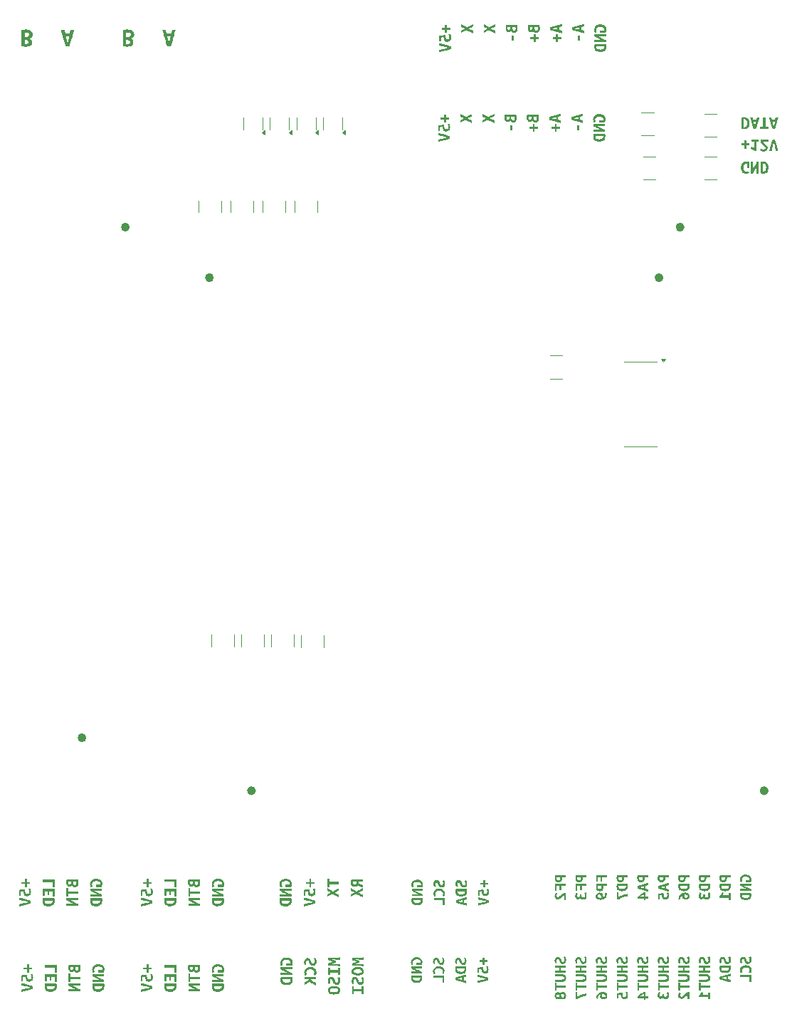
<source format=gbr>
%TF.GenerationSoftware,KiCad,Pcbnew,8.0.2-rc1*%
%TF.CreationDate,2024-12-28T13:04:22+01:00*%
%TF.ProjectId,Carte-Principale,43617274-652d-4507-9269-6e636970616c,V1*%
%TF.SameCoordinates,Original*%
%TF.FileFunction,Legend,Bot*%
%TF.FilePolarity,Positive*%
%FSLAX46Y46*%
G04 Gerber Fmt 4.6, Leading zero omitted, Abs format (unit mm)*
G04 Created by KiCad (PCBNEW 8.0.2-rc1) date 2024-12-28 13:04:22*
%MOMM*%
%LPD*%
G01*
G04 APERTURE LIST*
%ADD10C,0.550000*%
%ADD11C,0.120000*%
%ADD12C,0.000000*%
G04 APERTURE END LIST*
D10*
X117115000Y-116205000D02*
G75*
G02*
X116565000Y-116205000I-275000J0D01*
G01*
X116565000Y-116205000D02*
G75*
G02*
X117115000Y-116205000I275000J0D01*
G01*
X132275000Y-61500000D02*
G75*
G02*
X131725000Y-61500000I-275000J0D01*
G01*
X131725000Y-61500000D02*
G75*
G02*
X132275000Y-61500000I275000J0D01*
G01*
X198275000Y-122500000D02*
G75*
G02*
X197725000Y-122500000I-275000J0D01*
G01*
X197725000Y-122500000D02*
G75*
G02*
X198275000Y-122500000I275000J0D01*
G01*
X137275000Y-122500000D02*
G75*
G02*
X136725000Y-122500000I-275000J0D01*
G01*
X136725000Y-122500000D02*
G75*
G02*
X137275000Y-122500000I275000J0D01*
G01*
X122275000Y-55500000D02*
G75*
G02*
X121725000Y-55500000I-275000J0D01*
G01*
X121725000Y-55500000D02*
G75*
G02*
X122275000Y-55500000I275000J0D01*
G01*
X185775000Y-61500000D02*
G75*
G02*
X185225000Y-61500000I-275000J0D01*
G01*
X185225000Y-61500000D02*
G75*
G02*
X185775000Y-61500000I275000J0D01*
G01*
X188275000Y-55500000D02*
G75*
G02*
X187725000Y-55500000I-275000J0D01*
G01*
X187725000Y-55500000D02*
G75*
G02*
X188275000Y-55500000I275000J0D01*
G01*
D11*
%TO.C,U6*%
X145510000Y-42480000D02*
X145510000Y-43880000D01*
X147830000Y-42480000D02*
X147830000Y-43890000D01*
X148110000Y-44500000D02*
X147780000Y-44260000D01*
X148110000Y-44020000D01*
X148110000Y-44500000D01*
G36*
X148110000Y-44500000D02*
G01*
X147780000Y-44260000D01*
X148110000Y-44020000D01*
X148110000Y-44500000D01*
G37*
%TO.C,U4*%
X136000000Y-42480000D02*
X136000000Y-43880000D01*
X138320000Y-42480000D02*
X138320000Y-43890000D01*
X138600000Y-44500000D02*
X138270000Y-44260000D01*
X138600000Y-44020000D01*
X138600000Y-44500000D01*
G36*
X138600000Y-44500000D02*
G01*
X138270000Y-44260000D01*
X138600000Y-44020000D01*
X138600000Y-44500000D01*
G37*
%TO.C,R31*%
X135805000Y-103950263D02*
X135805000Y-105397737D01*
X138515000Y-103950263D02*
X138515000Y-105397737D01*
%TO.C,R32*%
X132249000Y-103950263D02*
X132249000Y-105397737D01*
X134959000Y-103950263D02*
X134959000Y-105397737D01*
%TO.C,R27*%
X183406263Y-41825000D02*
X184853737Y-41825000D01*
X183406263Y-44535000D02*
X184853737Y-44535000D01*
D12*
%TO.C,kibuzzard-35*%
G36*
X146255097Y-133334216D02*
G01*
X147424402Y-133334216D01*
X147424402Y-133614669D01*
X146255097Y-133614669D01*
X146255097Y-133983328D01*
X146024402Y-133983328D01*
X146024402Y-132965557D01*
X146255097Y-132965557D01*
X146255097Y-133334216D01*
G37*
G36*
X144117779Y-133354572D02*
G01*
X144511317Y-133354572D01*
X144511317Y-133594313D01*
X144117779Y-133594313D01*
X144117779Y-133949402D01*
X143889346Y-133949402D01*
X143889346Y-133594313D01*
X143495808Y-133594313D01*
X143495808Y-133354572D01*
X143889346Y-133354572D01*
X143889346Y-132999483D01*
X144117779Y-132999483D01*
X144117779Y-133354572D01*
G37*
G36*
X141770121Y-134394960D02*
G01*
X140840557Y-134394960D01*
X140995736Y-134479020D01*
X141150663Y-134559311D01*
X141305339Y-134635832D01*
X141460015Y-134708584D01*
X141614943Y-134777566D01*
X141770121Y-134842779D01*
X141770121Y-135066688D01*
X140370121Y-135066688D01*
X140370121Y-134815638D01*
X141231834Y-134815638D01*
X141143627Y-134775775D01*
X141041850Y-134728562D01*
X140931591Y-134675412D01*
X140817940Y-134617738D01*
X140702310Y-134556955D01*
X140586115Y-134494475D01*
X140473877Y-134431147D01*
X140370121Y-134367819D01*
X140370121Y-134143910D01*
X141770121Y-134143910D01*
X141770121Y-134394960D01*
G37*
G36*
X147424402Y-134365557D02*
G01*
X147301987Y-134417577D01*
X147165436Y-134478643D01*
X147024362Y-134544233D01*
X146888376Y-134609822D01*
X147028603Y-134676260D01*
X147168829Y-134739871D01*
X147302835Y-134797262D01*
X147424402Y-134845040D01*
X147424402Y-135145848D01*
X147276260Y-135084782D01*
X147185792Y-135043223D01*
X147088538Y-134995444D01*
X146986478Y-134942577D01*
X146881591Y-134885751D01*
X146777553Y-134826381D01*
X146678037Y-134765880D01*
X146024402Y-135123231D01*
X146024402Y-134842779D01*
X146472221Y-134609822D01*
X146024402Y-134388174D01*
X146024402Y-134087367D01*
X146684822Y-134453764D01*
X146784055Y-134398352D01*
X146887246Y-134340679D01*
X146991002Y-134283288D01*
X147091931Y-134228724D01*
X147188053Y-134177835D01*
X147277391Y-134131470D01*
X147424402Y-134064750D01*
X147424402Y-134365557D01*
G37*
G36*
X150251543Y-134365557D02*
G01*
X150129128Y-134417577D01*
X149992577Y-134478643D01*
X149851502Y-134544233D01*
X149715517Y-134609822D01*
X149855743Y-134676260D01*
X149995969Y-134739871D01*
X150129976Y-134797262D01*
X150251543Y-134845040D01*
X150251543Y-135145848D01*
X150103401Y-135084782D01*
X150012932Y-135043223D01*
X149915679Y-134995444D01*
X149813619Y-134942577D01*
X149708732Y-134885751D01*
X149604693Y-134826381D01*
X149505178Y-134765880D01*
X148851543Y-135123231D01*
X148851543Y-134842779D01*
X149299362Y-134609822D01*
X148851543Y-134388174D01*
X148851543Y-134087367D01*
X149511963Y-134453764D01*
X149611195Y-134398352D01*
X149714386Y-134340679D01*
X149818142Y-134283288D01*
X149919071Y-134228724D01*
X150015194Y-134177835D01*
X150104532Y-134131470D01*
X150251543Y-134064750D01*
X150251543Y-134365557D01*
G37*
G36*
X141778320Y-135727956D02*
G01*
X141748635Y-135852633D01*
X141697464Y-135963174D01*
X141623110Y-136057318D01*
X141524443Y-136133934D01*
X141400331Y-136191890D01*
X141249079Y-136228360D01*
X141068990Y-136240517D01*
X140892859Y-136229491D01*
X140744435Y-136196414D01*
X140621737Y-136143546D01*
X140522787Y-136073150D01*
X140447302Y-135985226D01*
X140395000Y-135879774D01*
X140364467Y-135759620D01*
X140356207Y-135652472D01*
X140596292Y-135652472D01*
X140635872Y-135804006D01*
X140741042Y-135896737D01*
X140892577Y-135944233D01*
X141068990Y-135957803D01*
X141168788Y-135953562D01*
X141260105Y-135940840D01*
X141410509Y-135884297D01*
X141510024Y-135780258D01*
X141546212Y-135620808D01*
X141546212Y-135595929D01*
X141543950Y-135571050D01*
X140603078Y-135571050D01*
X140597423Y-135611761D01*
X140596292Y-135652472D01*
X140356207Y-135652472D01*
X140354289Y-135627593D01*
X140361074Y-135471535D01*
X140388215Y-135292859D01*
X141754289Y-135292859D01*
X141780299Y-135445525D01*
X141788215Y-135591405D01*
X141787887Y-135595929D01*
X141778320Y-135727956D01*
G37*
G36*
X144579168Y-134183489D02*
G01*
X144602916Y-134277351D01*
X144619879Y-134385913D01*
X144626664Y-134496737D01*
X144618183Y-134626220D01*
X144592738Y-134738740D01*
X144552027Y-134834297D01*
X144497746Y-134912892D01*
X144354128Y-135016931D01*
X144174321Y-135050856D01*
X144043142Y-135035527D01*
X143933072Y-134989539D01*
X143844111Y-134912892D01*
X143776763Y-134805083D01*
X143731528Y-134665611D01*
X143708409Y-134494475D01*
X143579491Y-134505784D01*
X143427956Y-134517092D01*
X143427956Y-134998837D01*
X143197262Y-134998837D01*
X143197262Y-134284136D01*
X143370000Y-134275654D01*
X143548958Y-134263780D01*
X143733005Y-134247948D01*
X143921010Y-134227593D01*
X143925816Y-134383086D01*
X143940234Y-134505784D01*
X143994515Y-134669758D01*
X144078199Y-134746656D01*
X144185630Y-134765880D01*
X144260267Y-134754572D01*
X144324725Y-134712730D01*
X144371090Y-134629047D01*
X144389184Y-134494475D01*
X144384095Y-134388740D01*
X144368829Y-134302229D01*
X144323595Y-134175574D01*
X144554289Y-134119031D01*
X144579168Y-134183489D01*
G37*
G36*
X143323918Y-135226139D02*
G01*
X143482237Y-135263457D01*
X143600726Y-135293362D01*
X143723989Y-135325780D01*
X143852027Y-135360711D01*
X143982579Y-135397652D01*
X144113381Y-135436101D01*
X144244435Y-135476058D01*
X144431026Y-135535428D01*
X144597262Y-135591405D01*
X144597262Y-135878643D01*
X144476763Y-135921867D01*
X144353499Y-135964085D01*
X144227472Y-136005299D01*
X144100816Y-136044879D01*
X143975668Y-136082197D01*
X143852027Y-136117254D01*
X143671939Y-136165315D01*
X143500331Y-136207722D01*
X143340880Y-136244192D01*
X143197262Y-136274443D01*
X143197262Y-135982682D01*
X143314871Y-135962326D01*
X143450574Y-135937447D01*
X143597302Y-135909176D01*
X143747989Y-135878643D01*
X143899523Y-135845848D01*
X144048796Y-135810792D01*
X144188740Y-135774604D01*
X144312286Y-135738417D01*
X144187044Y-135701947D01*
X144046535Y-135664911D01*
X143897262Y-135628724D01*
X143745727Y-135594798D01*
X143595323Y-135563417D01*
X143449443Y-135534863D01*
X143314588Y-135511115D01*
X143197262Y-135494152D01*
X143197262Y-135200129D01*
X143323918Y-135226139D01*
G37*
G36*
X141238901Y-132980258D02*
G01*
X141386761Y-133010792D01*
X141512286Y-133059984D01*
X141615194Y-133126139D01*
X141695485Y-133208409D01*
X141753158Y-133305945D01*
X141787932Y-133417617D01*
X141799523Y-133542294D01*
X141793869Y-133680541D01*
X141776906Y-133796737D01*
X141736195Y-133951664D01*
X141037326Y-133951664D01*
X141037326Y-133673473D01*
X141548473Y-133673473D01*
X141555258Y-133619192D01*
X141557520Y-133564911D01*
X141527835Y-133429774D01*
X141438780Y-133331955D01*
X141344919Y-133287977D01*
X141221656Y-133261590D01*
X141068990Y-133252795D01*
X140965234Y-133257601D01*
X140871090Y-133272019D01*
X140717294Y-133335347D01*
X140616648Y-133447302D01*
X140580460Y-133614669D01*
X140605339Y-133763942D01*
X140661882Y-133886074D01*
X140440234Y-133958449D01*
X140413094Y-133912084D01*
X140379168Y-133834055D01*
X140350897Y-133722100D01*
X140338457Y-133576220D01*
X140350048Y-133453522D01*
X140384822Y-133338740D01*
X140442779Y-133235267D01*
X140523918Y-133146494D01*
X140627674Y-133073554D01*
X140753481Y-133017577D01*
X140900775Y-132981955D01*
X141068990Y-132970081D01*
X141238901Y-132980258D01*
G37*
G36*
X149735872Y-133454087D02*
G01*
X149863942Y-133530703D01*
X149990315Y-133602229D01*
X150118384Y-133666971D01*
X150251543Y-133723231D01*
X150251543Y-134014992D01*
X150103401Y-133950533D01*
X149947342Y-133872504D01*
X149798069Y-133788821D01*
X149668021Y-133707399D01*
X149604128Y-133806349D01*
X149516486Y-133872504D01*
X149411317Y-133909822D01*
X149294838Y-133922262D01*
X149184863Y-133912932D01*
X149090153Y-133884943D01*
X148946535Y-133777512D01*
X148897342Y-133700614D01*
X148862851Y-133610145D01*
X148842496Y-133507237D01*
X148835711Y-133393021D01*
X149077714Y-133393021D01*
X149090719Y-133493102D01*
X149129733Y-133571696D01*
X149196454Y-133622585D01*
X149292577Y-133639548D01*
X149449766Y-133576220D01*
X149491325Y-133493102D01*
X149505178Y-133370404D01*
X149505178Y-133309338D01*
X149084499Y-133309338D01*
X149078845Y-133354572D01*
X149077714Y-133393021D01*
X148835711Y-133393021D01*
X148837973Y-133313861D01*
X148843627Y-133218869D01*
X148854935Y-133120485D01*
X148871898Y-133031147D01*
X150251543Y-133031147D01*
X150251543Y-133309338D01*
X149735872Y-133309338D01*
X149735872Y-133454087D01*
G37*
D11*
%TO.C,C7*%
X172516748Y-70776000D02*
X173939252Y-70776000D01*
X172516748Y-73496000D02*
X173939252Y-73496000D01*
%TO.C,C5*%
X138340000Y-52336248D02*
X138340000Y-53758752D01*
X141060000Y-52336248D02*
X141060000Y-53758752D01*
D12*
%TO.C,kibuzzard-40*%
G36*
X113825729Y-144107141D02*
G01*
X113595034Y-144107141D01*
X113595034Y-143507787D01*
X112425729Y-143507787D01*
X112425729Y-143227334D01*
X113825729Y-143227334D01*
X113825729Y-144107141D01*
G37*
G36*
X115483564Y-144622811D02*
G01*
X116652869Y-144622811D01*
X116652869Y-144903263D01*
X115483564Y-144903263D01*
X115483564Y-145271922D01*
X115252869Y-145271922D01*
X115252869Y-144254152D01*
X115483564Y-144254152D01*
X115483564Y-144622811D01*
G37*
G36*
X110519105Y-143512310D02*
G01*
X110912643Y-143512310D01*
X110912643Y-143752052D01*
X110519105Y-143752052D01*
X110519105Y-144107141D01*
X110290672Y-144107141D01*
X110290672Y-143752052D01*
X109897134Y-143752052D01*
X109897134Y-143512310D01*
X110290672Y-143512310D01*
X110290672Y-143157221D01*
X110519105Y-143157221D01*
X110519105Y-143512310D01*
G37*
G36*
X113825729Y-145237997D02*
G01*
X113595034Y-145237997D01*
X113595034Y-144618288D01*
X113201496Y-144618288D01*
X113201496Y-145113603D01*
X112970801Y-145113603D01*
X112970801Y-144618288D01*
X112656423Y-144618288D01*
X112656423Y-145188239D01*
X112425729Y-145188239D01*
X112425729Y-144340097D01*
X113825729Y-144340097D01*
X113825729Y-145237997D01*
G37*
G36*
X116652869Y-145683554D02*
G01*
X115723305Y-145683554D01*
X115878484Y-145767614D01*
X116033411Y-145847905D01*
X116188087Y-145924426D01*
X116342763Y-145997178D01*
X116497691Y-146066160D01*
X116652869Y-146131373D01*
X116652869Y-146355283D01*
X115252869Y-146355283D01*
X115252869Y-146104233D01*
X116114582Y-146104233D01*
X116026375Y-146064370D01*
X115924598Y-146017157D01*
X115814339Y-145964006D01*
X115700688Y-145906333D01*
X115585058Y-145845549D01*
X115468863Y-145783069D01*
X115356625Y-145719742D01*
X115252869Y-145656414D01*
X115252869Y-145432504D01*
X116652869Y-145432504D01*
X116652869Y-145683554D01*
G37*
G36*
X119480010Y-144552698D02*
G01*
X118550446Y-144552698D01*
X118705624Y-144636758D01*
X118860552Y-144717049D01*
X119015228Y-144793570D01*
X119169904Y-144866322D01*
X119324831Y-144935304D01*
X119480010Y-145000517D01*
X119480010Y-145224426D01*
X118080010Y-145224426D01*
X118080010Y-144973376D01*
X118941722Y-144973376D01*
X118853515Y-144933514D01*
X118751738Y-144886300D01*
X118641480Y-144833150D01*
X118527829Y-144775477D01*
X118412199Y-144714693D01*
X118296003Y-144652213D01*
X118183766Y-144588885D01*
X118080010Y-144525557D01*
X118080010Y-144301648D01*
X119480010Y-144301648D01*
X119480010Y-144552698D01*
G37*
G36*
X110980494Y-144341228D02*
G01*
X111004242Y-144435089D01*
X111021205Y-144543651D01*
X111027990Y-144654475D01*
X111019509Y-144783958D01*
X110994065Y-144896478D01*
X110953354Y-144992036D01*
X110899073Y-145070630D01*
X110755454Y-145174669D01*
X110575648Y-145208595D01*
X110444468Y-145193265D01*
X110334398Y-145147277D01*
X110245438Y-145070630D01*
X110178089Y-144962822D01*
X110132855Y-144823349D01*
X110109735Y-144652213D01*
X109980817Y-144663522D01*
X109829283Y-144674830D01*
X109829283Y-145156575D01*
X109598588Y-145156575D01*
X109598588Y-144441874D01*
X109771326Y-144433393D01*
X109950284Y-144421519D01*
X110134331Y-144405687D01*
X110322336Y-144385331D01*
X110327142Y-144540824D01*
X110341561Y-144663522D01*
X110395842Y-144827496D01*
X110479525Y-144904394D01*
X110586956Y-144923619D01*
X110661593Y-144912310D01*
X110726052Y-144870468D01*
X110772417Y-144786785D01*
X110790511Y-144652213D01*
X110785422Y-144546478D01*
X110770155Y-144459968D01*
X110724921Y-144333312D01*
X110955616Y-144276769D01*
X110980494Y-144341228D01*
G37*
G36*
X113833927Y-145885695D02*
G01*
X113804242Y-146010372D01*
X113753071Y-146120913D01*
X113678717Y-146215057D01*
X113580050Y-146291672D01*
X113455939Y-146349628D01*
X113304687Y-146386099D01*
X113124598Y-146398255D01*
X112948467Y-146387229D01*
X112800042Y-146354152D01*
X112677344Y-146301284D01*
X112578394Y-146230889D01*
X112502910Y-146142964D01*
X112450607Y-146037512D01*
X112420074Y-145917359D01*
X112411815Y-145810210D01*
X112651900Y-145810210D01*
X112691480Y-145961745D01*
X112796649Y-146054475D01*
X112948184Y-146101971D01*
X113124598Y-146115541D01*
X113224396Y-146111300D01*
X113315712Y-146098578D01*
X113466116Y-146042036D01*
X113565632Y-145937997D01*
X113601819Y-145778546D01*
X113601819Y-145753667D01*
X113599557Y-145728788D01*
X112658685Y-145728788D01*
X112653031Y-145769499D01*
X112651900Y-145810210D01*
X112411815Y-145810210D01*
X112409897Y-145785331D01*
X112416682Y-145629273D01*
X112443822Y-145450598D01*
X113809897Y-145450598D01*
X113835906Y-145603263D01*
X113843822Y-145749144D01*
X113843495Y-145753667D01*
X113833927Y-145885695D01*
G37*
G36*
X119488208Y-145885695D02*
G01*
X119458523Y-146010372D01*
X119407352Y-146120913D01*
X119332998Y-146215057D01*
X119234331Y-146291672D01*
X119110220Y-146349628D01*
X118958968Y-146386099D01*
X118778879Y-146398255D01*
X118602748Y-146387229D01*
X118454323Y-146354152D01*
X118331625Y-146301284D01*
X118232675Y-146230889D01*
X118157191Y-146142964D01*
X118104889Y-146037512D01*
X118074355Y-145917359D01*
X118066096Y-145810210D01*
X118306181Y-145810210D01*
X118345761Y-145961745D01*
X118450931Y-146054475D01*
X118602465Y-146101971D01*
X118778879Y-146115541D01*
X118878677Y-146111300D01*
X118969994Y-146098578D01*
X119120397Y-146042036D01*
X119219913Y-145937997D01*
X119256100Y-145778546D01*
X119256100Y-145753667D01*
X119253838Y-145728788D01*
X118312966Y-145728788D01*
X118307312Y-145769499D01*
X118306181Y-145810210D01*
X118066096Y-145810210D01*
X118064178Y-145785331D01*
X118070963Y-145629273D01*
X118098103Y-145450598D01*
X119464178Y-145450598D01*
X119490187Y-145603263D01*
X119498103Y-145749144D01*
X119497776Y-145753667D01*
X119488208Y-145885695D01*
G37*
G36*
X109725244Y-145383877D02*
G01*
X109883564Y-145421195D01*
X110002052Y-145451100D01*
X110125316Y-145483518D01*
X110253354Y-145518449D01*
X110383905Y-145555390D01*
X110514707Y-145593840D01*
X110645761Y-145633796D01*
X110832352Y-145693166D01*
X110998588Y-145749144D01*
X110998588Y-146036381D01*
X110878089Y-146079605D01*
X110754826Y-146121824D01*
X110628798Y-146163037D01*
X110502142Y-146202617D01*
X110376994Y-146239935D01*
X110253354Y-146274992D01*
X110073265Y-146323053D01*
X109901658Y-146365460D01*
X109742207Y-146401931D01*
X109598588Y-146432181D01*
X109598588Y-146140420D01*
X109716197Y-146120065D01*
X109851900Y-146095186D01*
X109998628Y-146066914D01*
X110149315Y-146036381D01*
X110300850Y-146003586D01*
X110450123Y-145968530D01*
X110590066Y-145932342D01*
X110713612Y-145896155D01*
X110588370Y-145859685D01*
X110447861Y-145822649D01*
X110298588Y-145786462D01*
X110147053Y-145752536D01*
X109996649Y-145721155D01*
X109850769Y-145692601D01*
X109715914Y-145668853D01*
X109598588Y-145651890D01*
X109598588Y-145357868D01*
X109725244Y-145383877D01*
G37*
G36*
X118948790Y-143137997D02*
G01*
X119096649Y-143168530D01*
X119222174Y-143217722D01*
X119325082Y-143283877D01*
X119405373Y-143366147D01*
X119463047Y-143463683D01*
X119497821Y-143575355D01*
X119509412Y-143700032D01*
X119503758Y-143838279D01*
X119486795Y-143954475D01*
X119446084Y-144109402D01*
X118747215Y-144109402D01*
X118747215Y-143831212D01*
X119258362Y-143831212D01*
X119265147Y-143776931D01*
X119267409Y-143722649D01*
X119237724Y-143587512D01*
X119148669Y-143489693D01*
X119054808Y-143445715D01*
X118931544Y-143419329D01*
X118778879Y-143410533D01*
X118675123Y-143415339D01*
X118580979Y-143429758D01*
X118427183Y-143493086D01*
X118326536Y-143605040D01*
X118290349Y-143772407D01*
X118315228Y-143921680D01*
X118371771Y-144043813D01*
X118150123Y-144116187D01*
X118122982Y-144069822D01*
X118089057Y-143991793D01*
X118060785Y-143879838D01*
X118048346Y-143733958D01*
X118059937Y-143611260D01*
X118094711Y-143496478D01*
X118152667Y-143393005D01*
X118233806Y-143304233D01*
X118337562Y-143231292D01*
X118463370Y-143175315D01*
X118610664Y-143139693D01*
X118778879Y-143127819D01*
X118948790Y-143137997D01*
G37*
G36*
X116665591Y-143689572D02*
G01*
X116649477Y-143793893D01*
X116620640Y-143887754D01*
X116577102Y-143968045D01*
X116441399Y-144084523D01*
X116346124Y-144116753D01*
X116229929Y-144127496D01*
X116134937Y-144114774D01*
X116044468Y-144076607D01*
X115965309Y-144002819D01*
X115904242Y-143883231D01*
X115782110Y-144013279D01*
X115699557Y-144049750D01*
X115605696Y-144061906D01*
X115474517Y-144041551D01*
X115355777Y-143964653D01*
X115269832Y-143808595D01*
X115245236Y-143694378D01*
X115239490Y-143593732D01*
X115479040Y-143593732D01*
X115484695Y-143668368D01*
X115507312Y-143731696D01*
X115554808Y-143774669D01*
X115635099Y-143790501D01*
X115762885Y-143736220D01*
X115797495Y-143616349D01*
X116039945Y-143616349D01*
X116084048Y-143789370D01*
X116229929Y-143853829D01*
X116330575Y-143831212D01*
X116391641Y-143773538D01*
X116421044Y-143693247D01*
X116428960Y-143600517D01*
X116426698Y-143531535D01*
X116419913Y-143467076D01*
X116039945Y-143467076D01*
X116039945Y-143575638D01*
X116039945Y-143616349D01*
X115797495Y-143616349D01*
X115809250Y-143575638D01*
X115809250Y-143467076D01*
X115488087Y-143467076D01*
X115481302Y-143528142D01*
X115479040Y-143593732D01*
X115239490Y-143593732D01*
X115237037Y-143550759D01*
X115247215Y-143363037D01*
X115270963Y-143188885D01*
X116630252Y-143188885D01*
X116648063Y-143286704D01*
X116660785Y-143385654D01*
X116668418Y-143483473D01*
X116670963Y-143577900D01*
X116669875Y-143600517D01*
X116665591Y-143689572D01*
G37*
%TO.C,kibuzzard-38*%
G36*
X113571729Y-133947141D02*
G01*
X113341034Y-133947141D01*
X113341034Y-133347787D01*
X112171729Y-133347787D01*
X112171729Y-133067334D01*
X113571729Y-133067334D01*
X113571729Y-133947141D01*
G37*
G36*
X115229564Y-134462811D02*
G01*
X116398869Y-134462811D01*
X116398869Y-134743263D01*
X115229564Y-134743263D01*
X115229564Y-135111922D01*
X114998869Y-135111922D01*
X114998869Y-134094152D01*
X115229564Y-134094152D01*
X115229564Y-134462811D01*
G37*
G36*
X110265105Y-133352310D02*
G01*
X110658643Y-133352310D01*
X110658643Y-133592052D01*
X110265105Y-133592052D01*
X110265105Y-133947141D01*
X110036672Y-133947141D01*
X110036672Y-133592052D01*
X109643134Y-133592052D01*
X109643134Y-133352310D01*
X110036672Y-133352310D01*
X110036672Y-132997221D01*
X110265105Y-132997221D01*
X110265105Y-133352310D01*
G37*
G36*
X113571729Y-135077997D02*
G01*
X113341034Y-135077997D01*
X113341034Y-134458288D01*
X112947496Y-134458288D01*
X112947496Y-134953603D01*
X112716801Y-134953603D01*
X112716801Y-134458288D01*
X112402423Y-134458288D01*
X112402423Y-135028239D01*
X112171729Y-135028239D01*
X112171729Y-134180097D01*
X113571729Y-134180097D01*
X113571729Y-135077997D01*
G37*
G36*
X116398869Y-135523554D02*
G01*
X115469305Y-135523554D01*
X115624484Y-135607614D01*
X115779411Y-135687905D01*
X115934087Y-135764426D01*
X116088763Y-135837178D01*
X116243691Y-135906160D01*
X116398869Y-135971373D01*
X116398869Y-136195283D01*
X114998869Y-136195283D01*
X114998869Y-135944233D01*
X115860582Y-135944233D01*
X115772375Y-135904370D01*
X115670598Y-135857157D01*
X115560339Y-135804006D01*
X115446688Y-135746333D01*
X115331058Y-135685549D01*
X115214863Y-135623069D01*
X115102625Y-135559742D01*
X114998869Y-135496414D01*
X114998869Y-135272504D01*
X116398869Y-135272504D01*
X116398869Y-135523554D01*
G37*
G36*
X119226010Y-134392698D02*
G01*
X118296446Y-134392698D01*
X118451624Y-134476758D01*
X118606552Y-134557049D01*
X118761228Y-134633570D01*
X118915904Y-134706322D01*
X119070831Y-134775304D01*
X119226010Y-134840517D01*
X119226010Y-135064426D01*
X117826010Y-135064426D01*
X117826010Y-134813376D01*
X118687722Y-134813376D01*
X118599515Y-134773514D01*
X118497738Y-134726300D01*
X118387480Y-134673150D01*
X118273829Y-134615477D01*
X118158199Y-134554693D01*
X118042003Y-134492213D01*
X117929766Y-134428885D01*
X117826010Y-134365557D01*
X117826010Y-134141648D01*
X119226010Y-134141648D01*
X119226010Y-134392698D01*
G37*
G36*
X110726494Y-134181228D02*
G01*
X110750242Y-134275089D01*
X110767205Y-134383651D01*
X110773990Y-134494475D01*
X110765509Y-134623958D01*
X110740065Y-134736478D01*
X110699354Y-134832036D01*
X110645073Y-134910630D01*
X110501454Y-135014669D01*
X110321648Y-135048595D01*
X110190468Y-135033265D01*
X110080398Y-134987277D01*
X109991438Y-134910630D01*
X109924089Y-134802822D01*
X109878855Y-134663349D01*
X109855735Y-134492213D01*
X109726817Y-134503522D01*
X109575283Y-134514830D01*
X109575283Y-134996575D01*
X109344588Y-134996575D01*
X109344588Y-134281874D01*
X109517326Y-134273393D01*
X109696284Y-134261519D01*
X109880331Y-134245687D01*
X110068336Y-134225331D01*
X110073142Y-134380824D01*
X110087561Y-134503522D01*
X110141842Y-134667496D01*
X110225525Y-134744394D01*
X110332956Y-134763619D01*
X110407593Y-134752310D01*
X110472052Y-134710468D01*
X110518417Y-134626785D01*
X110536511Y-134492213D01*
X110531422Y-134386478D01*
X110516155Y-134299968D01*
X110470921Y-134173312D01*
X110701616Y-134116769D01*
X110726494Y-134181228D01*
G37*
G36*
X113579927Y-135725695D02*
G01*
X113550242Y-135850372D01*
X113499071Y-135960913D01*
X113424717Y-136055057D01*
X113326050Y-136131672D01*
X113201939Y-136189628D01*
X113050687Y-136226099D01*
X112870598Y-136238255D01*
X112694467Y-136227229D01*
X112546042Y-136194152D01*
X112423344Y-136141284D01*
X112324394Y-136070889D01*
X112248910Y-135982964D01*
X112196607Y-135877512D01*
X112166074Y-135757359D01*
X112157815Y-135650210D01*
X112397900Y-135650210D01*
X112437480Y-135801745D01*
X112542649Y-135894475D01*
X112694184Y-135941971D01*
X112870598Y-135955541D01*
X112970396Y-135951300D01*
X113061712Y-135938578D01*
X113212116Y-135882036D01*
X113311632Y-135777997D01*
X113347819Y-135618546D01*
X113347819Y-135593667D01*
X113345557Y-135568788D01*
X112404685Y-135568788D01*
X112399031Y-135609499D01*
X112397900Y-135650210D01*
X112157815Y-135650210D01*
X112155897Y-135625331D01*
X112162682Y-135469273D01*
X112189822Y-135290598D01*
X113555897Y-135290598D01*
X113581906Y-135443263D01*
X113589822Y-135589144D01*
X113589495Y-135593667D01*
X113579927Y-135725695D01*
G37*
G36*
X119234208Y-135725695D02*
G01*
X119204523Y-135850372D01*
X119153352Y-135960913D01*
X119078998Y-136055057D01*
X118980331Y-136131672D01*
X118856220Y-136189628D01*
X118704968Y-136226099D01*
X118524879Y-136238255D01*
X118348748Y-136227229D01*
X118200323Y-136194152D01*
X118077625Y-136141284D01*
X117978675Y-136070889D01*
X117903191Y-135982964D01*
X117850889Y-135877512D01*
X117820355Y-135757359D01*
X117812096Y-135650210D01*
X118052181Y-135650210D01*
X118091761Y-135801745D01*
X118196931Y-135894475D01*
X118348465Y-135941971D01*
X118524879Y-135955541D01*
X118624677Y-135951300D01*
X118715994Y-135938578D01*
X118866397Y-135882036D01*
X118965913Y-135777997D01*
X119002100Y-135618546D01*
X119002100Y-135593667D01*
X118999838Y-135568788D01*
X118058966Y-135568788D01*
X118053312Y-135609499D01*
X118052181Y-135650210D01*
X117812096Y-135650210D01*
X117810178Y-135625331D01*
X117816963Y-135469273D01*
X117844103Y-135290598D01*
X119210178Y-135290598D01*
X119236187Y-135443263D01*
X119244103Y-135589144D01*
X119243776Y-135593667D01*
X119234208Y-135725695D01*
G37*
G36*
X109471244Y-135223877D02*
G01*
X109629564Y-135261195D01*
X109748052Y-135291100D01*
X109871316Y-135323518D01*
X109999354Y-135358449D01*
X110129905Y-135395390D01*
X110260707Y-135433840D01*
X110391761Y-135473796D01*
X110578352Y-135533166D01*
X110744588Y-135589144D01*
X110744588Y-135876381D01*
X110624089Y-135919605D01*
X110500826Y-135961824D01*
X110374798Y-136003037D01*
X110248142Y-136042617D01*
X110122994Y-136079935D01*
X109999354Y-136114992D01*
X109819265Y-136163053D01*
X109647658Y-136205460D01*
X109488207Y-136241931D01*
X109344588Y-136272181D01*
X109344588Y-135980420D01*
X109462197Y-135960065D01*
X109597900Y-135935186D01*
X109744628Y-135906914D01*
X109895315Y-135876381D01*
X110046850Y-135843586D01*
X110196123Y-135808530D01*
X110336066Y-135772342D01*
X110459612Y-135736155D01*
X110334370Y-135699685D01*
X110193861Y-135662649D01*
X110044588Y-135626462D01*
X109893053Y-135592536D01*
X109742649Y-135561155D01*
X109596769Y-135532601D01*
X109461914Y-135508853D01*
X109344588Y-135491890D01*
X109344588Y-135197868D01*
X109471244Y-135223877D01*
G37*
G36*
X118694790Y-132977997D02*
G01*
X118842649Y-133008530D01*
X118968174Y-133057722D01*
X119071082Y-133123877D01*
X119151373Y-133206147D01*
X119209047Y-133303683D01*
X119243821Y-133415355D01*
X119255412Y-133540032D01*
X119249758Y-133678279D01*
X119232795Y-133794475D01*
X119192084Y-133949402D01*
X118493215Y-133949402D01*
X118493215Y-133671212D01*
X119004362Y-133671212D01*
X119011147Y-133616931D01*
X119013409Y-133562649D01*
X118983724Y-133427512D01*
X118894669Y-133329693D01*
X118800808Y-133285715D01*
X118677544Y-133259329D01*
X118524879Y-133250533D01*
X118421123Y-133255339D01*
X118326979Y-133269758D01*
X118173183Y-133333086D01*
X118072536Y-133445040D01*
X118036349Y-133612407D01*
X118061228Y-133761680D01*
X118117771Y-133883813D01*
X117896123Y-133956187D01*
X117868982Y-133909822D01*
X117835057Y-133831793D01*
X117806785Y-133719838D01*
X117794346Y-133573958D01*
X117805937Y-133451260D01*
X117840711Y-133336478D01*
X117898667Y-133233005D01*
X117979806Y-133144233D01*
X118083562Y-133071292D01*
X118209370Y-133015315D01*
X118356664Y-132979693D01*
X118524879Y-132967819D01*
X118694790Y-132977997D01*
G37*
G36*
X116411591Y-133529572D02*
G01*
X116395477Y-133633893D01*
X116366640Y-133727754D01*
X116323102Y-133808045D01*
X116187399Y-133924523D01*
X116092124Y-133956753D01*
X115975929Y-133967496D01*
X115880937Y-133954774D01*
X115790468Y-133916607D01*
X115711309Y-133842819D01*
X115650242Y-133723231D01*
X115528110Y-133853279D01*
X115445557Y-133889750D01*
X115351696Y-133901906D01*
X115220517Y-133881551D01*
X115101777Y-133804653D01*
X115015832Y-133648595D01*
X114991236Y-133534378D01*
X114985490Y-133433732D01*
X115225040Y-133433732D01*
X115230695Y-133508368D01*
X115253312Y-133571696D01*
X115300808Y-133614669D01*
X115381099Y-133630501D01*
X115508885Y-133576220D01*
X115543495Y-133456349D01*
X115785945Y-133456349D01*
X115830048Y-133629370D01*
X115975929Y-133693829D01*
X116076575Y-133671212D01*
X116137641Y-133613538D01*
X116167044Y-133533247D01*
X116174960Y-133440517D01*
X116172698Y-133371535D01*
X116165913Y-133307076D01*
X115785945Y-133307076D01*
X115785945Y-133415638D01*
X115785945Y-133456349D01*
X115543495Y-133456349D01*
X115555250Y-133415638D01*
X115555250Y-133307076D01*
X115234087Y-133307076D01*
X115227302Y-133368142D01*
X115225040Y-133433732D01*
X114985490Y-133433732D01*
X114983037Y-133390759D01*
X114993215Y-133203037D01*
X115016963Y-133028885D01*
X116376252Y-133028885D01*
X116394063Y-133126704D01*
X116406785Y-133225654D01*
X116414418Y-133323473D01*
X116416963Y-133417900D01*
X116415875Y-133440517D01*
X116411591Y-133529572D01*
G37*
D11*
%TO.C,U7*%
X142350000Y-42480000D02*
X142350000Y-43880000D01*
X144670000Y-42480000D02*
X144670000Y-43890000D01*
X144950000Y-44500000D02*
X144620000Y-44260000D01*
X144950000Y-44020000D01*
X144950000Y-44500000D01*
G36*
X144950000Y-44500000D02*
G01*
X144620000Y-44260000D01*
X144950000Y-44020000D01*
X144950000Y-44500000D01*
G37*
D12*
%TO.C,kibuzzard-37*%
G36*
X114851929Y-32483651D02*
G01*
X114926242Y-32483651D01*
X115385047Y-32483651D01*
X115478746Y-32021616D01*
X115905241Y-32021616D01*
X115851929Y-32248368D01*
X115797971Y-32468530D01*
X115743367Y-32682100D01*
X115688116Y-32889079D01*
X115632220Y-33089467D01*
X115561844Y-33332500D01*
X115491267Y-33568869D01*
X115420487Y-33798574D01*
X115349506Y-34021616D01*
X114916549Y-34021616D01*
X114848092Y-33800392D01*
X114778423Y-33572908D01*
X114707543Y-33339164D01*
X114635451Y-33099160D01*
X114577422Y-32900452D01*
X114553088Y-32813215D01*
X114926242Y-32813215D01*
X114966630Y-33020000D01*
X115011864Y-33218708D01*
X115063561Y-33419031D01*
X115123334Y-33633893D01*
X115183108Y-33419031D01*
X115234805Y-33218708D01*
X115278423Y-33020000D01*
X115317195Y-32813215D01*
X114926242Y-32813215D01*
X114553088Y-32813215D01*
X114519651Y-32693344D01*
X114462139Y-32477835D01*
X114404885Y-32253926D01*
X114347890Y-32021616D01*
X114761460Y-32021616D01*
X114851929Y-32483651D01*
G37*
G36*
X110234805Y-31997322D02*
G01*
X110362026Y-32003441D01*
X110511057Y-32026462D01*
X110645144Y-32067658D01*
X110759845Y-32129855D01*
X110926242Y-32323716D01*
X110972284Y-32459822D01*
X110987632Y-32625816D01*
X110969457Y-32761519D01*
X110914934Y-32890759D01*
X110809522Y-33003845D01*
X110638682Y-33091082D01*
X110824465Y-33265557D01*
X110876565Y-33383489D01*
X110893932Y-33517577D01*
X110864853Y-33704976D01*
X110754998Y-33874604D01*
X110532058Y-33997383D01*
X110368892Y-34032520D01*
X110163722Y-34044233D01*
X109895548Y-34029693D01*
X109646759Y-33995767D01*
X109646759Y-33226785D01*
X110044174Y-33226785D01*
X110044174Y-33685590D01*
X110131412Y-33695283D01*
X110225111Y-33698514D01*
X110331735Y-33690436D01*
X110422204Y-33658126D01*
X110483593Y-33590275D01*
X110506210Y-33475574D01*
X110428666Y-33293021D01*
X110199263Y-33226785D01*
X110044174Y-33226785D01*
X109646759Y-33226785D01*
X109646759Y-32354410D01*
X110044174Y-32354410D01*
X110044174Y-32897221D01*
X110199263Y-32897221D01*
X110257422Y-32897221D01*
X110504595Y-32834216D01*
X110596679Y-32625816D01*
X110564368Y-32482036D01*
X110481977Y-32394798D01*
X110367276Y-32352795D01*
X110234805Y-32341486D01*
X110136258Y-32344717D01*
X110044174Y-32354410D01*
X109646759Y-32354410D01*
X109646759Y-32053926D01*
X109786501Y-32028481D01*
X109927858Y-32010307D01*
X110067599Y-31999402D01*
X110202494Y-31995767D01*
X110234805Y-31997322D01*
G37*
%TO.C,kibuzzard-41*%
G36*
X128057302Y-144107141D02*
G01*
X127826607Y-144107141D01*
X127826607Y-143507787D01*
X126657302Y-143507787D01*
X126657302Y-143227334D01*
X128057302Y-143227334D01*
X128057302Y-144107141D01*
G37*
G36*
X129715137Y-144622811D02*
G01*
X130884442Y-144622811D01*
X130884442Y-144903263D01*
X129715137Y-144903263D01*
X129715137Y-145271922D01*
X129484442Y-145271922D01*
X129484442Y-144254152D01*
X129715137Y-144254152D01*
X129715137Y-144622811D01*
G37*
G36*
X124750678Y-143512310D02*
G01*
X125144216Y-143512310D01*
X125144216Y-143752052D01*
X124750678Y-143752052D01*
X124750678Y-144107141D01*
X124522245Y-144107141D01*
X124522245Y-143752052D01*
X124128707Y-143752052D01*
X124128707Y-143512310D01*
X124522245Y-143512310D01*
X124522245Y-143157221D01*
X124750678Y-143157221D01*
X124750678Y-143512310D01*
G37*
G36*
X128057302Y-145237997D02*
G01*
X127826607Y-145237997D01*
X127826607Y-144618288D01*
X127433069Y-144618288D01*
X127433069Y-145113603D01*
X127202374Y-145113603D01*
X127202374Y-144618288D01*
X126887996Y-144618288D01*
X126887996Y-145188239D01*
X126657302Y-145188239D01*
X126657302Y-144340097D01*
X128057302Y-144340097D01*
X128057302Y-145237997D01*
G37*
G36*
X130884442Y-145683554D02*
G01*
X129954878Y-145683554D01*
X130110057Y-145767614D01*
X130264984Y-145847905D01*
X130419660Y-145924426D01*
X130574336Y-145997178D01*
X130729264Y-146066160D01*
X130884442Y-146131373D01*
X130884442Y-146355283D01*
X129484442Y-146355283D01*
X129484442Y-146104233D01*
X130346155Y-146104233D01*
X130257948Y-146064370D01*
X130156171Y-146017157D01*
X130045912Y-145964006D01*
X129932261Y-145906333D01*
X129816631Y-145845549D01*
X129700436Y-145783069D01*
X129588198Y-145719742D01*
X129484442Y-145656414D01*
X129484442Y-145432504D01*
X130884442Y-145432504D01*
X130884442Y-145683554D01*
G37*
G36*
X133711583Y-144552698D02*
G01*
X132782019Y-144552698D01*
X132937197Y-144636758D01*
X133092125Y-144717049D01*
X133246801Y-144793570D01*
X133401477Y-144866322D01*
X133556404Y-144935304D01*
X133711583Y-145000517D01*
X133711583Y-145224426D01*
X132311583Y-145224426D01*
X132311583Y-144973376D01*
X133173295Y-144973376D01*
X133085088Y-144933514D01*
X132983311Y-144886300D01*
X132873053Y-144833150D01*
X132759402Y-144775477D01*
X132643772Y-144714693D01*
X132527576Y-144652213D01*
X132415339Y-144588885D01*
X132311583Y-144525557D01*
X132311583Y-144301648D01*
X133711583Y-144301648D01*
X133711583Y-144552698D01*
G37*
G36*
X125212067Y-144341228D02*
G01*
X125235815Y-144435089D01*
X125252778Y-144543651D01*
X125259563Y-144654475D01*
X125251082Y-144783958D01*
X125225638Y-144896478D01*
X125184927Y-144992036D01*
X125130646Y-145070630D01*
X124987027Y-145174669D01*
X124807221Y-145208595D01*
X124676041Y-145193265D01*
X124565971Y-145147277D01*
X124477011Y-145070630D01*
X124409662Y-144962822D01*
X124364428Y-144823349D01*
X124341308Y-144652213D01*
X124212390Y-144663522D01*
X124060856Y-144674830D01*
X124060856Y-145156575D01*
X123830161Y-145156575D01*
X123830161Y-144441874D01*
X124002899Y-144433393D01*
X124181857Y-144421519D01*
X124365904Y-144405687D01*
X124553909Y-144385331D01*
X124558715Y-144540824D01*
X124573134Y-144663522D01*
X124627415Y-144827496D01*
X124711098Y-144904394D01*
X124818529Y-144923619D01*
X124893166Y-144912310D01*
X124957625Y-144870468D01*
X125003990Y-144786785D01*
X125022084Y-144652213D01*
X125016995Y-144546478D01*
X125001728Y-144459968D01*
X124956494Y-144333312D01*
X125187189Y-144276769D01*
X125212067Y-144341228D01*
G37*
G36*
X128065500Y-145885695D02*
G01*
X128035815Y-146010372D01*
X127984644Y-146120913D01*
X127910290Y-146215057D01*
X127811623Y-146291672D01*
X127687512Y-146349628D01*
X127536260Y-146386099D01*
X127356171Y-146398255D01*
X127180040Y-146387229D01*
X127031615Y-146354152D01*
X126908917Y-146301284D01*
X126809967Y-146230889D01*
X126734483Y-146142964D01*
X126682180Y-146037512D01*
X126651647Y-145917359D01*
X126643388Y-145810210D01*
X126883473Y-145810210D01*
X126923053Y-145961745D01*
X127028222Y-146054475D01*
X127179757Y-146101971D01*
X127356171Y-146115541D01*
X127455969Y-146111300D01*
X127547285Y-146098578D01*
X127697689Y-146042036D01*
X127797205Y-145937997D01*
X127833392Y-145778546D01*
X127833392Y-145753667D01*
X127831130Y-145728788D01*
X126890258Y-145728788D01*
X126884604Y-145769499D01*
X126883473Y-145810210D01*
X126643388Y-145810210D01*
X126641470Y-145785331D01*
X126648255Y-145629273D01*
X126675395Y-145450598D01*
X128041470Y-145450598D01*
X128067479Y-145603263D01*
X128075395Y-145749144D01*
X128075068Y-145753667D01*
X128065500Y-145885695D01*
G37*
G36*
X133719781Y-145885695D02*
G01*
X133690096Y-146010372D01*
X133638925Y-146120913D01*
X133564571Y-146215057D01*
X133465904Y-146291672D01*
X133341793Y-146349628D01*
X133190541Y-146386099D01*
X133010452Y-146398255D01*
X132834321Y-146387229D01*
X132685896Y-146354152D01*
X132563198Y-146301284D01*
X132464248Y-146230889D01*
X132388764Y-146142964D01*
X132336462Y-146037512D01*
X132305928Y-145917359D01*
X132297669Y-145810210D01*
X132537754Y-145810210D01*
X132577334Y-145961745D01*
X132682504Y-146054475D01*
X132834038Y-146101971D01*
X133010452Y-146115541D01*
X133110250Y-146111300D01*
X133201567Y-146098578D01*
X133351970Y-146042036D01*
X133451486Y-145937997D01*
X133487673Y-145778546D01*
X133487673Y-145753667D01*
X133485411Y-145728788D01*
X132544539Y-145728788D01*
X132538885Y-145769499D01*
X132537754Y-145810210D01*
X132297669Y-145810210D01*
X132295751Y-145785331D01*
X132302536Y-145629273D01*
X132329676Y-145450598D01*
X133695751Y-145450598D01*
X133721760Y-145603263D01*
X133729676Y-145749144D01*
X133729349Y-145753667D01*
X133719781Y-145885695D01*
G37*
G36*
X123956817Y-145383877D02*
G01*
X124115137Y-145421195D01*
X124233625Y-145451100D01*
X124356889Y-145483518D01*
X124484927Y-145518449D01*
X124615478Y-145555390D01*
X124746280Y-145593840D01*
X124877334Y-145633796D01*
X125063925Y-145693166D01*
X125230161Y-145749144D01*
X125230161Y-146036381D01*
X125109662Y-146079605D01*
X124986399Y-146121824D01*
X124860371Y-146163037D01*
X124733715Y-146202617D01*
X124608567Y-146239935D01*
X124484927Y-146274992D01*
X124304838Y-146323053D01*
X124133231Y-146365460D01*
X123973780Y-146401931D01*
X123830161Y-146432181D01*
X123830161Y-146140420D01*
X123947770Y-146120065D01*
X124083473Y-146095186D01*
X124230201Y-146066914D01*
X124380888Y-146036381D01*
X124532423Y-146003586D01*
X124681696Y-145968530D01*
X124821639Y-145932342D01*
X124945185Y-145896155D01*
X124819943Y-145859685D01*
X124679434Y-145822649D01*
X124530161Y-145786462D01*
X124378626Y-145752536D01*
X124228222Y-145721155D01*
X124082342Y-145692601D01*
X123947487Y-145668853D01*
X123830161Y-145651890D01*
X123830161Y-145357868D01*
X123956817Y-145383877D01*
G37*
G36*
X133180363Y-143137997D02*
G01*
X133328222Y-143168530D01*
X133453747Y-143217722D01*
X133556655Y-143283877D01*
X133636946Y-143366147D01*
X133694620Y-143463683D01*
X133729394Y-143575355D01*
X133740985Y-143700032D01*
X133735331Y-143838279D01*
X133718368Y-143954475D01*
X133677657Y-144109402D01*
X132978788Y-144109402D01*
X132978788Y-143831212D01*
X133489935Y-143831212D01*
X133496720Y-143776931D01*
X133498982Y-143722649D01*
X133469297Y-143587512D01*
X133380242Y-143489693D01*
X133286381Y-143445715D01*
X133163117Y-143419329D01*
X133010452Y-143410533D01*
X132906696Y-143415339D01*
X132812552Y-143429758D01*
X132658756Y-143493086D01*
X132558109Y-143605040D01*
X132521922Y-143772407D01*
X132546801Y-143921680D01*
X132603344Y-144043813D01*
X132381696Y-144116187D01*
X132354555Y-144069822D01*
X132320630Y-143991793D01*
X132292358Y-143879838D01*
X132279919Y-143733958D01*
X132291510Y-143611260D01*
X132326284Y-143496478D01*
X132384240Y-143393005D01*
X132465379Y-143304233D01*
X132569135Y-143231292D01*
X132694943Y-143175315D01*
X132842237Y-143139693D01*
X133010452Y-143127819D01*
X133180363Y-143137997D01*
G37*
G36*
X130897164Y-143689572D02*
G01*
X130881050Y-143793893D01*
X130852213Y-143887754D01*
X130808675Y-143968045D01*
X130672972Y-144084523D01*
X130577697Y-144116753D01*
X130461502Y-144127496D01*
X130366510Y-144114774D01*
X130276041Y-144076607D01*
X130196882Y-144002819D01*
X130135815Y-143883231D01*
X130013683Y-144013279D01*
X129931130Y-144049750D01*
X129837269Y-144061906D01*
X129706090Y-144041551D01*
X129587350Y-143964653D01*
X129501405Y-143808595D01*
X129476809Y-143694378D01*
X129471063Y-143593732D01*
X129710613Y-143593732D01*
X129716268Y-143668368D01*
X129738885Y-143731696D01*
X129786381Y-143774669D01*
X129866672Y-143790501D01*
X129994458Y-143736220D01*
X130029068Y-143616349D01*
X130271518Y-143616349D01*
X130315621Y-143789370D01*
X130461502Y-143853829D01*
X130562148Y-143831212D01*
X130623214Y-143773538D01*
X130652617Y-143693247D01*
X130660533Y-143600517D01*
X130658271Y-143531535D01*
X130651486Y-143467076D01*
X130271518Y-143467076D01*
X130271518Y-143575638D01*
X130271518Y-143616349D01*
X130029068Y-143616349D01*
X130040823Y-143575638D01*
X130040823Y-143467076D01*
X129719660Y-143467076D01*
X129712875Y-143528142D01*
X129710613Y-143593732D01*
X129471063Y-143593732D01*
X129468610Y-143550759D01*
X129478788Y-143363037D01*
X129502536Y-143188885D01*
X130861825Y-143188885D01*
X130879636Y-143286704D01*
X130892358Y-143385654D01*
X130899991Y-143483473D01*
X130902536Y-143577900D01*
X130901448Y-143600517D01*
X130897164Y-143689572D01*
G37*
%TO.C,kibuzzard-28*%
G36*
X168086671Y-44001247D02*
G01*
X167813004Y-44001247D01*
X167813004Y-43381538D01*
X168086671Y-43381538D01*
X168086671Y-44001247D01*
G37*
G36*
X176002665Y-44001247D02*
G01*
X175728997Y-44001247D01*
X175728997Y-43381538D01*
X176002665Y-43381538D01*
X176002665Y-44001247D01*
G37*
G36*
X160134490Y-42440666D02*
G01*
X160528028Y-42440666D01*
X160528028Y-42680407D01*
X160134490Y-42680407D01*
X160134490Y-43035496D01*
X159906057Y-43035496D01*
X159906057Y-42680407D01*
X159512519Y-42680407D01*
X159512519Y-42440666D01*
X159906057Y-42440666D01*
X159906057Y-42085577D01*
X160134490Y-42085577D01*
X160134490Y-42440666D01*
G37*
G36*
X170689148Y-43571522D02*
G01*
X171082686Y-43571522D01*
X171082686Y-43811263D01*
X170689148Y-43811263D01*
X170689148Y-44166352D01*
X170460715Y-44166352D01*
X170460715Y-43811263D01*
X170067177Y-43811263D01*
X170067177Y-43571522D01*
X170460715Y-43571522D01*
X170460715Y-43216433D01*
X170689148Y-43216433D01*
X170689148Y-43571522D01*
G37*
G36*
X173327813Y-43571522D02*
G01*
X173721351Y-43571522D01*
X173721351Y-43811263D01*
X173327813Y-43811263D01*
X173327813Y-44166352D01*
X173099380Y-44166352D01*
X173099380Y-43811263D01*
X172705842Y-43811263D01*
X172705842Y-43571522D01*
X173099380Y-43571522D01*
X173099380Y-43216433D01*
X173327813Y-43216433D01*
X173327813Y-43571522D01*
G37*
G36*
X179084625Y-43481053D02*
G01*
X178155061Y-43481053D01*
X178310239Y-43565114D01*
X178465167Y-43645404D01*
X178619843Y-43721926D01*
X178774519Y-43794677D01*
X178929446Y-43863660D01*
X179084625Y-43928872D01*
X179084625Y-44152782D01*
X177684625Y-44152782D01*
X177684625Y-43901732D01*
X178546337Y-43901732D01*
X178458130Y-43861869D01*
X178356353Y-43814656D01*
X178246095Y-43761506D01*
X178132444Y-43703832D01*
X178016814Y-43643048D01*
X177900618Y-43580569D01*
X177788381Y-43517241D01*
X177684625Y-43453913D01*
X177684625Y-43230003D01*
X179084625Y-43230003D01*
X179084625Y-43481053D01*
G37*
G36*
X163252638Y-42320795D02*
G01*
X163130222Y-42372814D01*
X162993672Y-42433880D01*
X162852597Y-42499470D01*
X162716612Y-42565060D01*
X162856838Y-42631498D01*
X162997064Y-42695108D01*
X163131071Y-42752499D01*
X163252638Y-42800278D01*
X163252638Y-43101086D01*
X163104495Y-43040019D01*
X163014027Y-42998460D01*
X162916773Y-42950682D01*
X162814714Y-42897814D01*
X162709827Y-42840989D01*
X162605788Y-42781619D01*
X162506272Y-42721118D01*
X161852638Y-43078468D01*
X161852638Y-42798016D01*
X162300457Y-42565060D01*
X161852638Y-42343412D01*
X161852638Y-42042604D01*
X162513058Y-42409002D01*
X162612290Y-42353590D01*
X162715481Y-42295916D01*
X162819237Y-42238525D01*
X162920166Y-42183961D01*
X163016289Y-42133073D01*
X163105626Y-42086708D01*
X163252638Y-42019987D01*
X163252638Y-42320795D01*
G37*
G36*
X165891302Y-42320795D02*
G01*
X165768887Y-42372814D01*
X165632336Y-42433880D01*
X165491262Y-42499470D01*
X165355276Y-42565060D01*
X165495502Y-42631498D01*
X165635729Y-42695108D01*
X165769735Y-42752499D01*
X165891302Y-42800278D01*
X165891302Y-43101086D01*
X165743160Y-43040019D01*
X165652691Y-42998460D01*
X165555438Y-42950682D01*
X165453378Y-42897814D01*
X165348491Y-42840989D01*
X165244452Y-42781619D01*
X165144937Y-42721118D01*
X164491302Y-43078468D01*
X164491302Y-42798016D01*
X164939121Y-42565060D01*
X164491302Y-42343412D01*
X164491302Y-42042604D01*
X165151722Y-42409002D01*
X165250955Y-42353590D01*
X165354145Y-42295916D01*
X165457901Y-42238525D01*
X165558830Y-42183961D01*
X165654953Y-42133073D01*
X165744291Y-42086708D01*
X165891302Y-42019987D01*
X165891302Y-42320795D01*
G37*
G36*
X173483871Y-42741473D02*
G01*
X173807296Y-42807063D01*
X173807296Y-43105609D01*
X173648569Y-43068291D01*
X173494456Y-43030520D01*
X173344956Y-42992297D01*
X173200071Y-42953622D01*
X173059800Y-42914494D01*
X172889676Y-42865231D01*
X172724218Y-42815827D01*
X172563424Y-42766282D01*
X172407296Y-42716595D01*
X172407296Y-42558275D01*
X172678701Y-42558275D01*
X172829105Y-42600116D01*
X172969331Y-42636304D01*
X173108426Y-42666837D01*
X173253176Y-42693977D01*
X173253176Y-42420310D01*
X173108426Y-42448582D01*
X172969331Y-42480246D01*
X172829105Y-42516433D01*
X172678701Y-42558275D01*
X172407296Y-42558275D01*
X172407296Y-42413525D01*
X172562152Y-42365605D01*
X172721391Y-42316837D01*
X172885012Y-42267221D01*
X173053015Y-42216756D01*
X173192110Y-42176136D01*
X173337086Y-42135696D01*
X173487942Y-42095438D01*
X173644679Y-42055360D01*
X173807296Y-42015464D01*
X173807296Y-42304963D01*
X173483871Y-42368291D01*
X173483871Y-42420310D01*
X173483871Y-42741473D01*
G37*
G36*
X176122535Y-42741473D02*
G01*
X176445960Y-42807063D01*
X176445960Y-43105609D01*
X176287233Y-43068291D01*
X176133120Y-43030520D01*
X175983621Y-42992297D01*
X175838736Y-42953622D01*
X175698464Y-42914494D01*
X175528341Y-42865231D01*
X175362883Y-42815827D01*
X175202089Y-42766282D01*
X175045960Y-42716595D01*
X175045960Y-42558275D01*
X175317366Y-42558275D01*
X175467770Y-42600116D01*
X175607996Y-42636304D01*
X175747091Y-42666837D01*
X175891841Y-42693977D01*
X175891841Y-42420310D01*
X175747091Y-42448582D01*
X175607996Y-42480246D01*
X175467770Y-42516433D01*
X175317366Y-42558275D01*
X175045960Y-42558275D01*
X175045960Y-42413525D01*
X175200817Y-42365605D01*
X175360055Y-42316837D01*
X175523676Y-42267221D01*
X175691679Y-42216756D01*
X175830774Y-42176136D01*
X175975750Y-42135696D01*
X176126606Y-42095438D01*
X176283343Y-42055360D01*
X176445960Y-42015464D01*
X176445960Y-42304963D01*
X176122535Y-42368291D01*
X176122535Y-42420310D01*
X176122535Y-42741473D01*
G37*
G36*
X160595879Y-43269583D02*
G01*
X160619627Y-43363444D01*
X160636590Y-43472006D01*
X160643375Y-43582830D01*
X160634894Y-43712313D01*
X160609450Y-43824834D01*
X160568739Y-43920391D01*
X160514458Y-43998985D01*
X160370839Y-44103024D01*
X160191033Y-44136950D01*
X160059854Y-44121621D01*
X159949784Y-44075632D01*
X159860823Y-43998985D01*
X159793474Y-43891177D01*
X159748240Y-43751705D01*
X159725120Y-43580569D01*
X159596202Y-43591877D01*
X159444668Y-43603186D01*
X159444668Y-44084931D01*
X159213973Y-44084931D01*
X159213973Y-43370229D01*
X159386711Y-43361748D01*
X159565669Y-43349874D01*
X159749716Y-43334042D01*
X159937721Y-43313687D01*
X159942527Y-43469179D01*
X159956946Y-43591877D01*
X160011227Y-43755851D01*
X160094910Y-43832750D01*
X160202341Y-43851974D01*
X160276978Y-43840666D01*
X160341437Y-43798824D01*
X160387802Y-43715141D01*
X160405896Y-43580569D01*
X160400807Y-43474834D01*
X160385540Y-43388323D01*
X160340306Y-43261667D01*
X160571001Y-43205124D01*
X160595879Y-43269583D01*
G37*
G36*
X179092823Y-44814050D02*
G01*
X179063138Y-44938727D01*
X179011967Y-45049268D01*
X178937613Y-45143412D01*
X178838946Y-45220027D01*
X178714835Y-45277984D01*
X178563583Y-45314454D01*
X178383494Y-45326611D01*
X178207363Y-45315585D01*
X178058938Y-45282507D01*
X177936240Y-45229640D01*
X177837290Y-45159244D01*
X177761806Y-45071320D01*
X177709504Y-44965868D01*
X177678970Y-44845714D01*
X177670711Y-44738565D01*
X177910796Y-44738565D01*
X177950376Y-44890100D01*
X178055546Y-44982830D01*
X178207080Y-45030326D01*
X178383494Y-45043897D01*
X178483292Y-45039656D01*
X178574609Y-45026934D01*
X178725012Y-44970391D01*
X178824528Y-44866352D01*
X178860715Y-44706901D01*
X178860715Y-44682023D01*
X178858453Y-44657144D01*
X177917581Y-44657144D01*
X177911927Y-44697855D01*
X177910796Y-44738565D01*
X177670711Y-44738565D01*
X177668793Y-44713687D01*
X177675578Y-44557628D01*
X177702718Y-44378953D01*
X179068793Y-44378953D01*
X179094802Y-44531619D01*
X179102718Y-44677499D01*
X179102391Y-44682023D01*
X179092823Y-44814050D01*
G37*
G36*
X159340629Y-44312233D02*
G01*
X159498949Y-44349551D01*
X159617437Y-44379456D01*
X159740701Y-44411874D01*
X159868739Y-44446805D01*
X159999290Y-44483746D01*
X160130092Y-44522195D01*
X160261146Y-44562152D01*
X160447737Y-44621522D01*
X160613973Y-44677499D01*
X160613973Y-44964737D01*
X160493474Y-45007961D01*
X160370211Y-45050179D01*
X160244183Y-45091393D01*
X160117527Y-45130973D01*
X159992379Y-45168291D01*
X159868739Y-45203347D01*
X159688650Y-45251409D01*
X159517043Y-45293816D01*
X159357592Y-45330286D01*
X159213973Y-45360536D01*
X159213973Y-45068775D01*
X159331582Y-45048420D01*
X159467285Y-45023541D01*
X159614013Y-44995270D01*
X159764700Y-44964737D01*
X159916235Y-44931942D01*
X160065508Y-44896885D01*
X160205451Y-44860698D01*
X160328997Y-44824511D01*
X160203755Y-44788040D01*
X160063246Y-44751005D01*
X159913973Y-44714817D01*
X159762438Y-44680892D01*
X159612034Y-44649511D01*
X159466154Y-44620956D01*
X159331299Y-44597208D01*
X159213973Y-44580246D01*
X159213973Y-44286223D01*
X159340629Y-44312233D01*
G37*
G36*
X178553405Y-42066352D02*
G01*
X178701264Y-42096885D01*
X178826789Y-42146078D01*
X178929697Y-42212233D01*
X179009988Y-42294502D01*
X179067662Y-42392039D01*
X179102436Y-42503711D01*
X179114027Y-42628388D01*
X179108373Y-42766635D01*
X179091410Y-42882830D01*
X179050699Y-43037758D01*
X178351830Y-43037758D01*
X178351830Y-42759567D01*
X178862977Y-42759567D01*
X178869762Y-42705286D01*
X178872024Y-42651005D01*
X178842339Y-42515868D01*
X178753284Y-42418048D01*
X178659423Y-42374071D01*
X178536159Y-42347684D01*
X178383494Y-42338889D01*
X178279738Y-42343695D01*
X178185594Y-42358113D01*
X178031798Y-42421441D01*
X177931151Y-42533396D01*
X177894964Y-42700763D01*
X177919843Y-42850036D01*
X177976386Y-42972168D01*
X177754738Y-43044543D01*
X177727597Y-42998178D01*
X177693672Y-42920149D01*
X177665400Y-42808194D01*
X177652961Y-42662313D01*
X177664552Y-42539616D01*
X177699326Y-42424834D01*
X177757282Y-42321360D01*
X177838421Y-42232588D01*
X177942177Y-42159648D01*
X178067985Y-42103670D01*
X178215279Y-42068048D01*
X178383494Y-42056174D01*
X178553405Y-42066352D01*
G37*
G36*
X168542689Y-42617927D02*
G01*
X168526574Y-42722249D01*
X168497737Y-42816110D01*
X168454199Y-42896401D01*
X168318496Y-43012879D01*
X168223222Y-43045108D01*
X168107026Y-43055851D01*
X168012034Y-43043129D01*
X167921566Y-43004963D01*
X167842406Y-42931174D01*
X167781340Y-42811586D01*
X167659207Y-42941635D01*
X167576655Y-42978105D01*
X167482794Y-42990262D01*
X167351614Y-42969906D01*
X167232875Y-42893008D01*
X167146929Y-42736950D01*
X167122333Y-42622733D01*
X167116588Y-42522087D01*
X167356138Y-42522087D01*
X167361792Y-42596724D01*
X167384409Y-42660052D01*
X167431905Y-42703024D01*
X167512196Y-42718856D01*
X167639983Y-42664575D01*
X167674594Y-42544704D01*
X167917043Y-42544704D01*
X167961146Y-42717725D01*
X168107026Y-42782184D01*
X168207673Y-42759567D01*
X168268739Y-42701893D01*
X168298141Y-42621603D01*
X168306057Y-42528872D01*
X168303795Y-42459890D01*
X168297010Y-42395431D01*
X167917043Y-42395431D01*
X167917043Y-42503994D01*
X167917043Y-42544704D01*
X167674594Y-42544704D01*
X167686348Y-42503994D01*
X167686348Y-42395431D01*
X167365185Y-42395431D01*
X167358400Y-42456498D01*
X167356138Y-42522087D01*
X167116588Y-42522087D01*
X167114135Y-42479115D01*
X167124312Y-42291393D01*
X167148060Y-42117241D01*
X168507349Y-42117241D01*
X168525160Y-42215060D01*
X168537883Y-42314010D01*
X168545516Y-42411829D01*
X168548060Y-42506255D01*
X168546972Y-42528872D01*
X168542689Y-42617927D01*
G37*
G36*
X171181353Y-42617927D02*
G01*
X171165239Y-42722249D01*
X171136402Y-42816110D01*
X171092864Y-42896401D01*
X170957161Y-43012879D01*
X170861886Y-43045108D01*
X170745691Y-43055851D01*
X170650699Y-43043129D01*
X170560230Y-43004963D01*
X170481071Y-42931174D01*
X170420004Y-42811586D01*
X170297872Y-42941635D01*
X170215319Y-42978105D01*
X170121458Y-42990262D01*
X169990279Y-42969906D01*
X169871539Y-42893008D01*
X169785594Y-42736950D01*
X169760998Y-42622733D01*
X169755252Y-42522087D01*
X169994802Y-42522087D01*
X170000457Y-42596724D01*
X170023074Y-42660052D01*
X170070570Y-42703024D01*
X170150861Y-42718856D01*
X170278647Y-42664575D01*
X170313258Y-42544704D01*
X170555707Y-42544704D01*
X170599810Y-42717725D01*
X170745691Y-42782184D01*
X170846337Y-42759567D01*
X170907403Y-42701893D01*
X170936806Y-42621603D01*
X170944722Y-42528872D01*
X170942460Y-42459890D01*
X170935675Y-42395431D01*
X170555707Y-42395431D01*
X170555707Y-42503994D01*
X170555707Y-42544704D01*
X170313258Y-42544704D01*
X170325012Y-42503994D01*
X170325012Y-42395431D01*
X170003849Y-42395431D01*
X169997064Y-42456498D01*
X169994802Y-42522087D01*
X169755252Y-42522087D01*
X169752799Y-42479115D01*
X169762977Y-42291393D01*
X169786725Y-42117241D01*
X171146014Y-42117241D01*
X171163825Y-42215060D01*
X171176547Y-42314010D01*
X171184180Y-42411829D01*
X171186725Y-42506255D01*
X171185637Y-42528872D01*
X171181353Y-42617927D01*
G37*
%TO.C,kibuzzard-29*%
G36*
X168213671Y-33333247D02*
G01*
X167940004Y-33333247D01*
X167940004Y-32713538D01*
X168213671Y-32713538D01*
X168213671Y-33333247D01*
G37*
G36*
X176129665Y-33333247D02*
G01*
X175855997Y-33333247D01*
X175855997Y-32713538D01*
X176129665Y-32713538D01*
X176129665Y-33333247D01*
G37*
G36*
X160261490Y-31772666D02*
G01*
X160655028Y-31772666D01*
X160655028Y-32012407D01*
X160261490Y-32012407D01*
X160261490Y-32367496D01*
X160033057Y-32367496D01*
X160033057Y-32012407D01*
X159639519Y-32012407D01*
X159639519Y-31772666D01*
X160033057Y-31772666D01*
X160033057Y-31417577D01*
X160261490Y-31417577D01*
X160261490Y-31772666D01*
G37*
G36*
X170816148Y-32903522D02*
G01*
X171209686Y-32903522D01*
X171209686Y-33143263D01*
X170816148Y-33143263D01*
X170816148Y-33498352D01*
X170587715Y-33498352D01*
X170587715Y-33143263D01*
X170194177Y-33143263D01*
X170194177Y-32903522D01*
X170587715Y-32903522D01*
X170587715Y-32548433D01*
X170816148Y-32548433D01*
X170816148Y-32903522D01*
G37*
G36*
X173454813Y-32903522D02*
G01*
X173848351Y-32903522D01*
X173848351Y-33143263D01*
X173454813Y-33143263D01*
X173454813Y-33498352D01*
X173226380Y-33498352D01*
X173226380Y-33143263D01*
X172832842Y-33143263D01*
X172832842Y-32903522D01*
X173226380Y-32903522D01*
X173226380Y-32548433D01*
X173454813Y-32548433D01*
X173454813Y-32903522D01*
G37*
G36*
X179211625Y-32813053D02*
G01*
X178282061Y-32813053D01*
X178437239Y-32897114D01*
X178592167Y-32977404D01*
X178746843Y-33053926D01*
X178901519Y-33126677D01*
X179056446Y-33195660D01*
X179211625Y-33260872D01*
X179211625Y-33484782D01*
X177811625Y-33484782D01*
X177811625Y-33233732D01*
X178673337Y-33233732D01*
X178585130Y-33193869D01*
X178483353Y-33146656D01*
X178373095Y-33093506D01*
X178259444Y-33035832D01*
X178143814Y-32975048D01*
X178027618Y-32912569D01*
X177915381Y-32849241D01*
X177811625Y-32785913D01*
X177811625Y-32562003D01*
X179211625Y-32562003D01*
X179211625Y-32813053D01*
G37*
G36*
X163379638Y-31652795D02*
G01*
X163257222Y-31704814D01*
X163120672Y-31765880D01*
X162979597Y-31831470D01*
X162843612Y-31897060D01*
X162983838Y-31963498D01*
X163124064Y-32027108D01*
X163258071Y-32084499D01*
X163379638Y-32132278D01*
X163379638Y-32433086D01*
X163231495Y-32372019D01*
X163141027Y-32330460D01*
X163043773Y-32282682D01*
X162941714Y-32229814D01*
X162836827Y-32172989D01*
X162732788Y-32113619D01*
X162633272Y-32053118D01*
X161979638Y-32410468D01*
X161979638Y-32130016D01*
X162427457Y-31897060D01*
X161979638Y-31675412D01*
X161979638Y-31374604D01*
X162640058Y-31741002D01*
X162739290Y-31685590D01*
X162842481Y-31627916D01*
X162946237Y-31570525D01*
X163047166Y-31515961D01*
X163143289Y-31465073D01*
X163232626Y-31418708D01*
X163379638Y-31351987D01*
X163379638Y-31652795D01*
G37*
G36*
X166018302Y-31652795D02*
G01*
X165895887Y-31704814D01*
X165759336Y-31765880D01*
X165618262Y-31831470D01*
X165482276Y-31897060D01*
X165622502Y-31963498D01*
X165762729Y-32027108D01*
X165896735Y-32084499D01*
X166018302Y-32132278D01*
X166018302Y-32433086D01*
X165870160Y-32372019D01*
X165779691Y-32330460D01*
X165682438Y-32282682D01*
X165580378Y-32229814D01*
X165475491Y-32172989D01*
X165371452Y-32113619D01*
X165271937Y-32053118D01*
X164618302Y-32410468D01*
X164618302Y-32130016D01*
X165066121Y-31897060D01*
X164618302Y-31675412D01*
X164618302Y-31374604D01*
X165278722Y-31741002D01*
X165377955Y-31685590D01*
X165481145Y-31627916D01*
X165584901Y-31570525D01*
X165685830Y-31515961D01*
X165781953Y-31465073D01*
X165871291Y-31418708D01*
X166018302Y-31351987D01*
X166018302Y-31652795D01*
G37*
G36*
X173610871Y-32073473D02*
G01*
X173934296Y-32139063D01*
X173934296Y-32437609D01*
X173775569Y-32400291D01*
X173621456Y-32362520D01*
X173471956Y-32324297D01*
X173327071Y-32285622D01*
X173186800Y-32246494D01*
X173016676Y-32197231D01*
X172851218Y-32147827D01*
X172690424Y-32098282D01*
X172534296Y-32048595D01*
X172534296Y-31890275D01*
X172805701Y-31890275D01*
X172956105Y-31932116D01*
X173096331Y-31968304D01*
X173235426Y-31998837D01*
X173380176Y-32025977D01*
X173380176Y-31752310D01*
X173235426Y-31780582D01*
X173096331Y-31812246D01*
X172956105Y-31848433D01*
X172805701Y-31890275D01*
X172534296Y-31890275D01*
X172534296Y-31745525D01*
X172689152Y-31697605D01*
X172848391Y-31648837D01*
X173012012Y-31599221D01*
X173180015Y-31548756D01*
X173319110Y-31508136D01*
X173464086Y-31467696D01*
X173614942Y-31427438D01*
X173771679Y-31387360D01*
X173934296Y-31347464D01*
X173934296Y-31636963D01*
X173610871Y-31700291D01*
X173610871Y-31752310D01*
X173610871Y-32073473D01*
G37*
G36*
X176249535Y-32073473D02*
G01*
X176572960Y-32139063D01*
X176572960Y-32437609D01*
X176414233Y-32400291D01*
X176260120Y-32362520D01*
X176110621Y-32324297D01*
X175965736Y-32285622D01*
X175825464Y-32246494D01*
X175655341Y-32197231D01*
X175489883Y-32147827D01*
X175329089Y-32098282D01*
X175172960Y-32048595D01*
X175172960Y-31890275D01*
X175444366Y-31890275D01*
X175594770Y-31932116D01*
X175734996Y-31968304D01*
X175874091Y-31998837D01*
X176018841Y-32025977D01*
X176018841Y-31752310D01*
X175874091Y-31780582D01*
X175734996Y-31812246D01*
X175594770Y-31848433D01*
X175444366Y-31890275D01*
X175172960Y-31890275D01*
X175172960Y-31745525D01*
X175327817Y-31697605D01*
X175487055Y-31648837D01*
X175650676Y-31599221D01*
X175818679Y-31548756D01*
X175957774Y-31508136D01*
X176102750Y-31467696D01*
X176253606Y-31427438D01*
X176410343Y-31387360D01*
X176572960Y-31347464D01*
X176572960Y-31636963D01*
X176249535Y-31700291D01*
X176249535Y-31752310D01*
X176249535Y-32073473D01*
G37*
G36*
X160722879Y-32601583D02*
G01*
X160746627Y-32695444D01*
X160763590Y-32804006D01*
X160770375Y-32914830D01*
X160761894Y-33044313D01*
X160736450Y-33156834D01*
X160695739Y-33252391D01*
X160641458Y-33330985D01*
X160497839Y-33435024D01*
X160318033Y-33468950D01*
X160186854Y-33453621D01*
X160076784Y-33407632D01*
X159987823Y-33330985D01*
X159920474Y-33223177D01*
X159875240Y-33083705D01*
X159852120Y-32912569D01*
X159723202Y-32923877D01*
X159571668Y-32935186D01*
X159571668Y-33416931D01*
X159340973Y-33416931D01*
X159340973Y-32702229D01*
X159513711Y-32693748D01*
X159692669Y-32681874D01*
X159876716Y-32666042D01*
X160064721Y-32645687D01*
X160069527Y-32801179D01*
X160083946Y-32923877D01*
X160138227Y-33087851D01*
X160221910Y-33164750D01*
X160329341Y-33183974D01*
X160403978Y-33172666D01*
X160468437Y-33130824D01*
X160514802Y-33047141D01*
X160532896Y-32912569D01*
X160527807Y-32806834D01*
X160512540Y-32720323D01*
X160467306Y-32593667D01*
X160698001Y-32537124D01*
X160722879Y-32601583D01*
G37*
G36*
X179219823Y-34146050D02*
G01*
X179190138Y-34270727D01*
X179138967Y-34381268D01*
X179064613Y-34475412D01*
X178965946Y-34552027D01*
X178841835Y-34609984D01*
X178690583Y-34646454D01*
X178510494Y-34658611D01*
X178334363Y-34647585D01*
X178185938Y-34614507D01*
X178063240Y-34561640D01*
X177964290Y-34491244D01*
X177888806Y-34403320D01*
X177836504Y-34297868D01*
X177805970Y-34177714D01*
X177797711Y-34070565D01*
X178037796Y-34070565D01*
X178077376Y-34222100D01*
X178182546Y-34314830D01*
X178334080Y-34362326D01*
X178510494Y-34375897D01*
X178610292Y-34371656D01*
X178701609Y-34358934D01*
X178852012Y-34302391D01*
X178951528Y-34198352D01*
X178987715Y-34038901D01*
X178987715Y-34014023D01*
X178985453Y-33989144D01*
X178044581Y-33989144D01*
X178038927Y-34029855D01*
X178037796Y-34070565D01*
X177797711Y-34070565D01*
X177795793Y-34045687D01*
X177802578Y-33889628D01*
X177829718Y-33710953D01*
X179195793Y-33710953D01*
X179221802Y-33863619D01*
X179229718Y-34009499D01*
X179229391Y-34014023D01*
X179219823Y-34146050D01*
G37*
G36*
X159467629Y-33644233D02*
G01*
X159625949Y-33681551D01*
X159744437Y-33711456D01*
X159867701Y-33743874D01*
X159995739Y-33778805D01*
X160126290Y-33815746D01*
X160257092Y-33854195D01*
X160388146Y-33894152D01*
X160574737Y-33953522D01*
X160740973Y-34009499D01*
X160740973Y-34296737D01*
X160620474Y-34339961D01*
X160497211Y-34382179D01*
X160371183Y-34423393D01*
X160244527Y-34462973D01*
X160119379Y-34500291D01*
X159995739Y-34535347D01*
X159815650Y-34583409D01*
X159644043Y-34625816D01*
X159484592Y-34662286D01*
X159340973Y-34692536D01*
X159340973Y-34400775D01*
X159458582Y-34380420D01*
X159594285Y-34355541D01*
X159741013Y-34327270D01*
X159891700Y-34296737D01*
X160043235Y-34263942D01*
X160192508Y-34228885D01*
X160332451Y-34192698D01*
X160455997Y-34156511D01*
X160330755Y-34120040D01*
X160190246Y-34083005D01*
X160040973Y-34046817D01*
X159889438Y-34012892D01*
X159739034Y-33981511D01*
X159593154Y-33952956D01*
X159458299Y-33929208D01*
X159340973Y-33912246D01*
X159340973Y-33618223D01*
X159467629Y-33644233D01*
G37*
G36*
X178680405Y-31398352D02*
G01*
X178828264Y-31428885D01*
X178953789Y-31478078D01*
X179056697Y-31544233D01*
X179136988Y-31626502D01*
X179194662Y-31724039D01*
X179229436Y-31835711D01*
X179241027Y-31960388D01*
X179235373Y-32098635D01*
X179218410Y-32214830D01*
X179177699Y-32369758D01*
X178478830Y-32369758D01*
X178478830Y-32091567D01*
X178989977Y-32091567D01*
X178996762Y-32037286D01*
X178999024Y-31983005D01*
X178969339Y-31847868D01*
X178880284Y-31750048D01*
X178786423Y-31706071D01*
X178663159Y-31679684D01*
X178510494Y-31670889D01*
X178406738Y-31675695D01*
X178312594Y-31690113D01*
X178158798Y-31753441D01*
X178058151Y-31865396D01*
X178021964Y-32032763D01*
X178046843Y-32182036D01*
X178103386Y-32304168D01*
X177881738Y-32376543D01*
X177854597Y-32330178D01*
X177820672Y-32252149D01*
X177792400Y-32140194D01*
X177779961Y-31994313D01*
X177791552Y-31871616D01*
X177826326Y-31756834D01*
X177884282Y-31653360D01*
X177965421Y-31564588D01*
X178069177Y-31491648D01*
X178194985Y-31435670D01*
X178342279Y-31400048D01*
X178510494Y-31388174D01*
X178680405Y-31398352D01*
G37*
G36*
X168669689Y-31949927D02*
G01*
X168653574Y-32054249D01*
X168624737Y-32148110D01*
X168581199Y-32228401D01*
X168445496Y-32344879D01*
X168350222Y-32377108D01*
X168234026Y-32387851D01*
X168139034Y-32375129D01*
X168048566Y-32336963D01*
X167969406Y-32263174D01*
X167908340Y-32143586D01*
X167786207Y-32273635D01*
X167703655Y-32310105D01*
X167609794Y-32322262D01*
X167478614Y-32301906D01*
X167359875Y-32225008D01*
X167273929Y-32068950D01*
X167249333Y-31954733D01*
X167243588Y-31854087D01*
X167483138Y-31854087D01*
X167488792Y-31928724D01*
X167511409Y-31992052D01*
X167558905Y-32035024D01*
X167639196Y-32050856D01*
X167766983Y-31996575D01*
X167801594Y-31876704D01*
X168044043Y-31876704D01*
X168088146Y-32049725D01*
X168234026Y-32114184D01*
X168334673Y-32091567D01*
X168395739Y-32033893D01*
X168425141Y-31953603D01*
X168433057Y-31860872D01*
X168430795Y-31791890D01*
X168424010Y-31727431D01*
X168044043Y-31727431D01*
X168044043Y-31835994D01*
X168044043Y-31876704D01*
X167801594Y-31876704D01*
X167813348Y-31835994D01*
X167813348Y-31727431D01*
X167492185Y-31727431D01*
X167485400Y-31788498D01*
X167483138Y-31854087D01*
X167243588Y-31854087D01*
X167241135Y-31811115D01*
X167251312Y-31623393D01*
X167275060Y-31449241D01*
X168634349Y-31449241D01*
X168652160Y-31547060D01*
X168664883Y-31646010D01*
X168672516Y-31743829D01*
X168675060Y-31838255D01*
X168673972Y-31860872D01*
X168669689Y-31949927D01*
G37*
G36*
X171308353Y-31949927D02*
G01*
X171292239Y-32054249D01*
X171263402Y-32148110D01*
X171219864Y-32228401D01*
X171084161Y-32344879D01*
X170988886Y-32377108D01*
X170872691Y-32387851D01*
X170777699Y-32375129D01*
X170687230Y-32336963D01*
X170608071Y-32263174D01*
X170547004Y-32143586D01*
X170424872Y-32273635D01*
X170342319Y-32310105D01*
X170248458Y-32322262D01*
X170117279Y-32301906D01*
X169998539Y-32225008D01*
X169912594Y-32068950D01*
X169887998Y-31954733D01*
X169882252Y-31854087D01*
X170121802Y-31854087D01*
X170127457Y-31928724D01*
X170150074Y-31992052D01*
X170197570Y-32035024D01*
X170277861Y-32050856D01*
X170405647Y-31996575D01*
X170440258Y-31876704D01*
X170682707Y-31876704D01*
X170726810Y-32049725D01*
X170872691Y-32114184D01*
X170973337Y-32091567D01*
X171034403Y-32033893D01*
X171063806Y-31953603D01*
X171071722Y-31860872D01*
X171069460Y-31791890D01*
X171062675Y-31727431D01*
X170682707Y-31727431D01*
X170682707Y-31835994D01*
X170682707Y-31876704D01*
X170440258Y-31876704D01*
X170452012Y-31835994D01*
X170452012Y-31727431D01*
X170130849Y-31727431D01*
X170124064Y-31788498D01*
X170121802Y-31854087D01*
X169882252Y-31854087D01*
X169879799Y-31811115D01*
X169889977Y-31623393D01*
X169913725Y-31449241D01*
X171273014Y-31449241D01*
X171290825Y-31547060D01*
X171303547Y-31646010D01*
X171311180Y-31743829D01*
X171313725Y-31838255D01*
X171312637Y-31860872D01*
X171308353Y-31949927D01*
G37*
D11*
%TO.C,C3*%
X130720000Y-52336248D02*
X130720000Y-53758752D01*
X133440000Y-52336248D02*
X133440000Y-53758752D01*
%TO.C,U3*%
X181373000Y-71465000D02*
X183323000Y-71465000D01*
X181373000Y-81585000D02*
X183323000Y-81585000D01*
X185273000Y-71465000D02*
X183323000Y-71465000D01*
X185273000Y-81585000D02*
X183323000Y-81585000D01*
X186023000Y-71520000D02*
X185783000Y-71190000D01*
X186263000Y-71190000D01*
X186023000Y-71520000D01*
G36*
X186023000Y-71520000D02*
G01*
X185783000Y-71190000D01*
X186263000Y-71190000D01*
X186023000Y-71520000D01*
G37*
%TO.C,U5*%
X139175000Y-42480000D02*
X139175000Y-43880000D01*
X141495000Y-42480000D02*
X141495000Y-43890000D01*
X141775000Y-44500000D02*
X141445000Y-44260000D01*
X141775000Y-44020000D01*
X141775000Y-44500000D01*
G36*
X141775000Y-44500000D02*
G01*
X141445000Y-44260000D01*
X141775000Y-44020000D01*
X141775000Y-44500000D01*
G37*
D12*
%TO.C,kibuzzard-30*%
G36*
X146360396Y-143827950D02*
G01*
X147299006Y-143827950D01*
X147299006Y-143522619D01*
X147529701Y-143522619D01*
X147529701Y-144411472D01*
X147299006Y-144411472D01*
X147299006Y-144108402D01*
X146360396Y-144108402D01*
X146360396Y-144411472D01*
X146129701Y-144411472D01*
X146129701Y-143522619D01*
X146360396Y-143522619D01*
X146360396Y-143827950D01*
G37*
G36*
X149187536Y-146089662D02*
G01*
X150126147Y-146089662D01*
X150126147Y-145784331D01*
X150356842Y-145784331D01*
X150356842Y-146673184D01*
X150126147Y-146673184D01*
X150126147Y-146370115D01*
X149187536Y-146370115D01*
X149187536Y-146673184D01*
X148956842Y-146673184D01*
X148956842Y-145784331D01*
X149187536Y-145784331D01*
X149187536Y-146089662D01*
G37*
G36*
X141875420Y-143755575D02*
G01*
X140945856Y-143755575D01*
X141101035Y-143839635D01*
X141255962Y-143919926D01*
X141410638Y-143996447D01*
X141565314Y-144069199D01*
X141720241Y-144138181D01*
X141875420Y-144203394D01*
X141875420Y-144427304D01*
X140475420Y-144427304D01*
X140475420Y-144176254D01*
X141337132Y-144176254D01*
X141248926Y-144136391D01*
X141147149Y-144089178D01*
X141036890Y-144036027D01*
X140923239Y-143978354D01*
X140807609Y-143917570D01*
X140691414Y-143855090D01*
X140579176Y-143791762D01*
X140475420Y-143728435D01*
X140475420Y-143504525D01*
X141875420Y-143504525D01*
X141875420Y-143755575D01*
G37*
G36*
X144702561Y-144911310D02*
G01*
X144062496Y-144911310D01*
X144190283Y-145030050D01*
X144268877Y-145090834D01*
X144353126Y-145148790D01*
X144441333Y-145202788D01*
X144531801Y-145251698D01*
X144702561Y-145322942D01*
X144702561Y-145637320D01*
X144601632Y-145600567D01*
X144497876Y-145553636D01*
X144393837Y-145498507D01*
X144292060Y-145437158D01*
X144194523Y-145370720D01*
X144103207Y-145300325D01*
X144020089Y-145228515D01*
X143947149Y-145157837D01*
X143864031Y-145226536D01*
X143777520Y-145292409D01*
X143690162Y-145354888D01*
X143604499Y-145413410D01*
X143521381Y-145466843D01*
X143441656Y-145514056D01*
X143302561Y-145589824D01*
X143302561Y-145275446D01*
X143438263Y-145207594D01*
X143589798Y-145118257D01*
X143743595Y-145015349D01*
X143883821Y-144911310D01*
X143302561Y-144911310D01*
X143302561Y-144633119D01*
X144702561Y-144633119D01*
X144702561Y-144911310D01*
G37*
G36*
X147529701Y-142577223D02*
G01*
X146441817Y-142565914D01*
X147034386Y-142731019D01*
X147034386Y-142934573D01*
X146441817Y-143106464D01*
X147529701Y-143092893D01*
X147529701Y-143348467D01*
X147350743Y-143343378D01*
X147175743Y-143337158D01*
X147003288Y-143329525D01*
X146831963Y-143320195D01*
X146660355Y-143308887D01*
X146487052Y-143295317D01*
X146310638Y-143280333D01*
X146129701Y-143264783D01*
X146129701Y-143034089D01*
X146249572Y-142993378D01*
X146404499Y-142943620D01*
X146576389Y-142887077D01*
X146749410Y-142830535D01*
X146586567Y-142778515D01*
X146412415Y-142724234D01*
X146251834Y-142673346D01*
X146129701Y-142633766D01*
X146129701Y-142403071D01*
X146282932Y-142388087D01*
X146448603Y-142374800D01*
X146623320Y-142363208D01*
X146803691Y-142353313D01*
X146987456Y-142344549D01*
X147172351Y-142336351D01*
X147354418Y-142328717D01*
X147529701Y-142321649D01*
X147529701Y-142577223D01*
G37*
G36*
X150356842Y-142577223D02*
G01*
X149268958Y-142565914D01*
X149861527Y-142731019D01*
X149861527Y-142934573D01*
X149268958Y-143106464D01*
X150356842Y-143092893D01*
X150356842Y-143348467D01*
X150177884Y-143343378D01*
X150002884Y-143337158D01*
X149830428Y-143329525D01*
X149659103Y-143320195D01*
X149487496Y-143308887D01*
X149314192Y-143295317D01*
X149137779Y-143280333D01*
X148956842Y-143264783D01*
X148956842Y-143034089D01*
X149076712Y-142993378D01*
X149231640Y-142943620D01*
X149403530Y-142887077D01*
X149576551Y-142830535D01*
X149413708Y-142778515D01*
X149239556Y-142724234D01*
X149078974Y-142673346D01*
X148956842Y-142633766D01*
X148956842Y-142403071D01*
X149110073Y-142388087D01*
X149275743Y-142374800D01*
X149450460Y-142363208D01*
X149630832Y-142353313D01*
X149814596Y-142344549D01*
X149999491Y-142336351D01*
X150181559Y-142328717D01*
X150356842Y-142321649D01*
X150356842Y-142577223D01*
G37*
G36*
X141883619Y-145088572D02*
G01*
X141853934Y-145213249D01*
X141802763Y-145323790D01*
X141728409Y-145417934D01*
X141629742Y-145494549D01*
X141505630Y-145552506D01*
X141354378Y-145588976D01*
X141174289Y-145601132D01*
X140998158Y-145590107D01*
X140849733Y-145557029D01*
X140727036Y-145504161D01*
X140628086Y-145433766D01*
X140552601Y-145345842D01*
X140500299Y-145240389D01*
X140469766Y-145120236D01*
X140461506Y-145013087D01*
X140701591Y-145013087D01*
X140741171Y-145164622D01*
X140846341Y-145257352D01*
X140997876Y-145304848D01*
X141174289Y-145318418D01*
X141274087Y-145314178D01*
X141365404Y-145301456D01*
X141515808Y-145244913D01*
X141615323Y-145140874D01*
X141651511Y-144981423D01*
X141651511Y-144956544D01*
X141649249Y-144931666D01*
X140708376Y-144931666D01*
X140702722Y-144972376D01*
X140701591Y-145013087D01*
X140461506Y-145013087D01*
X140459588Y-144988208D01*
X140466373Y-144832150D01*
X140493514Y-144653475D01*
X141859588Y-144653475D01*
X141885598Y-144806140D01*
X141893514Y-144952021D01*
X141893186Y-144956544D01*
X141883619Y-145088572D01*
G37*
G36*
X144166676Y-143471306D02*
G01*
X144311850Y-143500567D01*
X144436951Y-143549335D01*
X144541979Y-143617611D01*
X144647526Y-143737230D01*
X144710854Y-143888011D01*
X144731963Y-144069953D01*
X144724330Y-144193499D01*
X144701430Y-144301779D01*
X144634709Y-144461229D01*
X144415323Y-144391116D01*
X144465081Y-144276900D01*
X144489960Y-144097094D01*
X144458013Y-143935664D01*
X144362173Y-143826819D01*
X144264542Y-143780956D01*
X144142033Y-143753439D01*
X143994645Y-143744266D01*
X143867989Y-143751900D01*
X143763950Y-143774800D01*
X143615808Y-143853960D01*
X143536648Y-143964783D01*
X143512900Y-144092570D01*
X143536648Y-144261068D01*
X143594321Y-144386593D01*
X143372674Y-144458968D01*
X143345533Y-144412603D01*
X143311607Y-144336835D01*
X143283336Y-144231666D01*
X143270897Y-144097094D01*
X143283053Y-143964501D01*
X143319523Y-143842651D01*
X143379459Y-143734089D01*
X143462011Y-143641359D01*
X143566333Y-143565874D01*
X143691575Y-143509048D01*
X143836890Y-143473426D01*
X144001430Y-143461552D01*
X144166676Y-143471306D01*
G37*
G36*
X141344200Y-142340874D02*
G01*
X141492060Y-142371407D01*
X141617585Y-142420599D01*
X141720493Y-142486754D01*
X141800784Y-142569024D01*
X141858457Y-142666561D01*
X141893231Y-142778233D01*
X141904822Y-142902909D01*
X141899168Y-143041157D01*
X141882205Y-143157352D01*
X141841494Y-143312279D01*
X141142625Y-143312279D01*
X141142625Y-143034089D01*
X141653772Y-143034089D01*
X141660557Y-142979808D01*
X141662819Y-142925527D01*
X141633134Y-142790389D01*
X141544079Y-142692570D01*
X141450218Y-142648592D01*
X141326955Y-142622206D01*
X141174289Y-142613410D01*
X141070533Y-142618216D01*
X140976389Y-142632635D01*
X140822593Y-142695963D01*
X140721947Y-142807918D01*
X140685759Y-142975284D01*
X140710638Y-143124557D01*
X140767181Y-143246690D01*
X140545533Y-143319065D01*
X140518393Y-143272699D01*
X140484467Y-143194670D01*
X140456195Y-143082716D01*
X140443756Y-142936835D01*
X140455347Y-142814137D01*
X140490121Y-142699355D01*
X140548078Y-142595882D01*
X140629216Y-142507110D01*
X140732973Y-142434170D01*
X140858780Y-142378192D01*
X141006074Y-142342570D01*
X141174289Y-142330696D01*
X141344200Y-142340874D01*
G37*
G36*
X144694645Y-142516157D02*
G01*
X144722633Y-142637724D01*
X144731963Y-142794347D01*
X144720026Y-142953044D01*
X144684216Y-143082339D01*
X144624532Y-143182231D01*
X144494766Y-143278071D01*
X144320331Y-143310018D01*
X144214879Y-143300405D01*
X144129216Y-143271569D01*
X144002561Y-143173184D01*
X143921139Y-143042005D01*
X143865727Y-142905171D01*
X143831801Y-142818095D01*
X143789960Y-142738935D01*
X143735679Y-142681262D01*
X143664435Y-142658645D01*
X143575223Y-142683272D01*
X143521695Y-142757155D01*
X143503853Y-142880292D01*
X143526470Y-143039743D01*
X143580751Y-143165268D01*
X143365889Y-143246690D01*
X143300299Y-143084977D01*
X143278247Y-142980656D01*
X143270897Y-142859937D01*
X143283210Y-142721344D01*
X143320152Y-142604112D01*
X143381721Y-142508241D01*
X143514031Y-142412401D01*
X143689313Y-142380454D01*
X143855549Y-142416641D01*
X143967504Y-142508241D01*
X144042141Y-142631504D01*
X144094160Y-142762683D01*
X144133740Y-142857675D01*
X144181236Y-142943620D01*
X144241171Y-143006948D01*
X144318069Y-143031827D01*
X144384790Y-143021649D01*
X144443595Y-142984331D01*
X144484305Y-142910825D01*
X144499006Y-142794347D01*
X144491090Y-142681544D01*
X144467342Y-142587401D01*
X144399491Y-142441520D01*
X144625662Y-142360098D01*
X144694645Y-142516157D01*
G37*
G36*
X147521785Y-144777869D02*
G01*
X147549774Y-144899436D01*
X147559103Y-145056060D01*
X147547167Y-145214757D01*
X147511356Y-145344051D01*
X147451672Y-145443943D01*
X147321906Y-145539783D01*
X147147472Y-145571730D01*
X147042019Y-145562118D01*
X146956357Y-145533281D01*
X146829701Y-145434897D01*
X146748279Y-145303717D01*
X146692868Y-145166884D01*
X146658942Y-145079808D01*
X146617100Y-145000648D01*
X146562819Y-144942974D01*
X146491575Y-144920357D01*
X146402363Y-144944984D01*
X146348836Y-145018867D01*
X146330994Y-145142005D01*
X146353611Y-145301456D01*
X146407892Y-145426981D01*
X146193029Y-145508402D01*
X146127439Y-145346690D01*
X146105388Y-145242368D01*
X146098037Y-145121649D01*
X146110351Y-144983057D01*
X146147292Y-144865825D01*
X146208861Y-144769953D01*
X146341171Y-144674113D01*
X146516454Y-144642166D01*
X146682690Y-144678354D01*
X146794645Y-144769953D01*
X146869281Y-144893216D01*
X146921300Y-145024396D01*
X146960880Y-145119388D01*
X147008376Y-145205333D01*
X147068312Y-145268661D01*
X147145210Y-145293540D01*
X147211931Y-145283362D01*
X147270735Y-145246044D01*
X147311446Y-145172538D01*
X147326147Y-145056060D01*
X147318231Y-144943257D01*
X147294483Y-144849113D01*
X147226632Y-144703233D01*
X147452803Y-144621811D01*
X147521785Y-144777869D01*
G37*
G36*
X150348926Y-144777869D02*
G01*
X150376914Y-144899436D01*
X150386244Y-145056060D01*
X150374307Y-145214757D01*
X150338497Y-145344051D01*
X150278813Y-145443943D01*
X150149047Y-145539783D01*
X149974612Y-145571730D01*
X149869160Y-145562118D01*
X149783498Y-145533281D01*
X149656842Y-145434897D01*
X149575420Y-145303717D01*
X149520008Y-145166884D01*
X149486082Y-145079808D01*
X149444241Y-145000648D01*
X149389960Y-144942974D01*
X149318716Y-144920357D01*
X149229504Y-144944984D01*
X149175976Y-145018867D01*
X149158134Y-145142005D01*
X149180751Y-145301456D01*
X149235032Y-145426981D01*
X149020170Y-145508402D01*
X148954580Y-145346690D01*
X148932528Y-145242368D01*
X148925178Y-145121649D01*
X148937491Y-144983057D01*
X148974433Y-144865825D01*
X149036002Y-144769953D01*
X149168312Y-144674113D01*
X149343595Y-144642166D01*
X149509830Y-144678354D01*
X149621785Y-144769953D01*
X149696422Y-144893216D01*
X149748441Y-145024396D01*
X149788021Y-145119388D01*
X149835517Y-145205333D01*
X149895452Y-145268661D01*
X149972351Y-145293540D01*
X150039071Y-145283362D01*
X150097876Y-145246044D01*
X150138586Y-145172538D01*
X150153288Y-145056060D01*
X150145372Y-144943257D01*
X150121624Y-144849113D01*
X150053772Y-144703233D01*
X150279943Y-144621811D01*
X150348926Y-144777869D01*
G37*
G36*
X147559103Y-146229888D02*
G01*
X147538622Y-146377654D01*
X147477179Y-146501294D01*
X147374774Y-146600809D01*
X147271513Y-146658200D01*
X147146058Y-146699194D01*
X146998411Y-146723790D01*
X146828570Y-146731989D01*
X146658730Y-146723931D01*
X146511082Y-146699759D01*
X146385628Y-146659472D01*
X146282367Y-146603071D01*
X146179961Y-146504058D01*
X146118518Y-146378910D01*
X146098037Y-146227627D01*
X146340040Y-146227627D01*
X146378489Y-146342974D01*
X146482528Y-146409695D01*
X146637456Y-146441359D01*
X146729903Y-146447296D01*
X146828570Y-146449275D01*
X146926955Y-146447296D01*
X147018554Y-146441359D01*
X147173481Y-146409695D01*
X147278651Y-146341843D01*
X147317100Y-146227627D01*
X147278651Y-146112279D01*
X147174612Y-146045559D01*
X147019685Y-146013895D01*
X146927237Y-146007958D01*
X146828570Y-146005979D01*
X146730186Y-146007958D01*
X146638586Y-146013895D01*
X146483659Y-146045559D01*
X146378489Y-146112279D01*
X146340040Y-146227627D01*
X146098037Y-146227627D01*
X146118518Y-146080867D01*
X146179961Y-145957226D01*
X146282367Y-145856706D01*
X146385628Y-145798325D01*
X146511082Y-145756625D01*
X146658730Y-145731605D01*
X146828570Y-145723265D01*
X146998411Y-145731393D01*
X147146058Y-145755777D01*
X147271513Y-145796417D01*
X147374774Y-145853313D01*
X147477179Y-145952954D01*
X147538622Y-146078479D01*
X147558797Y-146227627D01*
X147559103Y-146229888D01*
G37*
G36*
X150386244Y-143968176D02*
G01*
X150365763Y-144115941D01*
X150304320Y-144239582D01*
X150201914Y-144339097D01*
X150098653Y-144396488D01*
X149973199Y-144437481D01*
X149825551Y-144462077D01*
X149655711Y-144470276D01*
X149485870Y-144462219D01*
X149338223Y-144438047D01*
X149212769Y-144397760D01*
X149109507Y-144341359D01*
X149007102Y-144242346D01*
X148945659Y-144117198D01*
X148925178Y-143965914D01*
X149167181Y-143965914D01*
X149205630Y-144081262D01*
X149309669Y-144147982D01*
X149464596Y-144179646D01*
X149557044Y-144185583D01*
X149655711Y-144187562D01*
X149754095Y-144185583D01*
X149845695Y-144179646D01*
X150000622Y-144147982D01*
X150105792Y-144080131D01*
X150144241Y-143965914D01*
X150105792Y-143850567D01*
X150001753Y-143783846D01*
X149846826Y-143752182D01*
X149754378Y-143746245D01*
X149655711Y-143744266D01*
X149557326Y-143746245D01*
X149465727Y-143752182D01*
X149310800Y-143783846D01*
X149205630Y-143850567D01*
X149167181Y-143965914D01*
X148925178Y-143965914D01*
X148945659Y-143819154D01*
X149007102Y-143695514D01*
X149109507Y-143594993D01*
X149212769Y-143536613D01*
X149338223Y-143494913D01*
X149485870Y-143469893D01*
X149655711Y-143461552D01*
X149825551Y-143469680D01*
X149973199Y-143494065D01*
X150098653Y-143534705D01*
X150201914Y-143591601D01*
X150304320Y-143691242D01*
X150365763Y-143816767D01*
X150385938Y-143965914D01*
X150386244Y-143968176D01*
G37*
D11*
%TO.C,C4*%
X134530000Y-52336248D02*
X134530000Y-53758752D01*
X137250000Y-52336248D02*
X137250000Y-53758752D01*
D12*
%TO.C,kibuzzard-67548A22*%
G36*
X174410202Y-133848489D02*
G01*
X173853659Y-133848489D01*
X173853659Y-134318926D01*
X173639443Y-134318926D01*
X173639443Y-133848489D01*
X173324418Y-133848489D01*
X173324418Y-134386131D01*
X173110202Y-134386131D01*
X173110202Y-133590170D01*
X174410202Y-133590170D01*
X174410202Y-133848489D01*
G37*
G36*
X176860390Y-133848489D02*
G01*
X176303848Y-133848489D01*
X176303848Y-134318926D01*
X176089631Y-134318926D01*
X176089631Y-133848489D01*
X175774607Y-133848489D01*
X175774607Y-134386131D01*
X175560390Y-134386131D01*
X175560390Y-133590170D01*
X176860390Y-133590170D01*
X176860390Y-133848489D01*
G37*
G36*
X179310579Y-132798409D02*
G01*
X178754036Y-132798409D01*
X178754036Y-133268845D01*
X178539820Y-133268845D01*
X178539820Y-132798409D01*
X178224795Y-132798409D01*
X178224795Y-133336050D01*
X178010579Y-133336050D01*
X178010579Y-132540089D01*
X179310579Y-132540089D01*
X179310579Y-132798409D01*
G37*
G36*
X193196847Y-134692754D02*
G01*
X193145393Y-134820864D01*
X193070837Y-134955275D01*
X193797493Y-134955275D01*
X193797493Y-134682254D01*
X194011710Y-134682254D01*
X194011710Y-135471914D01*
X193797493Y-135471914D01*
X193797493Y-135213595D01*
X192711710Y-135213595D01*
X192711710Y-135037181D01*
X192793616Y-134946874D01*
X192869222Y-134835565D01*
X192934327Y-134717956D01*
X192982631Y-134608748D01*
X193196847Y-134692754D01*
G37*
G36*
X180674984Y-135156890D02*
G01*
X180778679Y-135098611D01*
X180900751Y-135037181D01*
X181035949Y-134976539D01*
X181179023Y-134920622D01*
X181326821Y-134871006D01*
X181476195Y-134829265D01*
X181622419Y-134799338D01*
X181760767Y-134785162D01*
X181760767Y-135047682D01*
X181592492Y-135066846D01*
X181423691Y-135103336D01*
X181259616Y-135152165D01*
X181105517Y-135208344D01*
X180964281Y-135270036D01*
X180838796Y-135335404D01*
X180734313Y-135399984D01*
X180656082Y-135459313D01*
X180460767Y-135459313D01*
X180460767Y-134610848D01*
X180674984Y-134610848D01*
X180674984Y-135156890D01*
G37*
G36*
X196461898Y-133787585D02*
G01*
X195598732Y-133787585D01*
X195742826Y-133865641D01*
X195886687Y-133940197D01*
X196030315Y-134011252D01*
X196173943Y-134078807D01*
X196317804Y-134142862D01*
X196461898Y-134203417D01*
X196461898Y-134411333D01*
X195161898Y-134411333D01*
X195161898Y-134178215D01*
X195962060Y-134178215D01*
X195880153Y-134141200D01*
X195785646Y-134097359D01*
X195683263Y-134048005D01*
X195577730Y-133994451D01*
X195470359Y-133938009D01*
X195362464Y-133879992D01*
X195258243Y-133821187D01*
X195161898Y-133762383D01*
X195161898Y-133554467D01*
X196461898Y-133554467D01*
X196461898Y-133787585D01*
G37*
G36*
X183904332Y-135106486D02*
G01*
X184210956Y-135106486D01*
X184210956Y-135364806D01*
X183904332Y-135364806D01*
X183904332Y-135505517D01*
X183692216Y-135505517D01*
X183692216Y-135364806D01*
X182910956Y-135364806D01*
X182910956Y-135133788D01*
X182940050Y-135106486D01*
X183234381Y-135106486D01*
X183692216Y-135106486D01*
X183692216Y-134812464D01*
X183572507Y-134875468D01*
X183451747Y-134950024D01*
X183337289Y-135028780D01*
X183234381Y-135106486D01*
X182940050Y-135106486D01*
X183000475Y-135049782D01*
X183101020Y-134965775D01*
X183207866Y-134883869D01*
X183316287Y-134806163D01*
X183424183Y-134733708D01*
X183529453Y-134667553D01*
X183627898Y-134610323D01*
X183715318Y-134564645D01*
X183904332Y-134564645D01*
X183904332Y-134812464D01*
X183904332Y-135106486D01*
G37*
G36*
X173971268Y-132871914D02*
G01*
X173959717Y-133027210D01*
X173925065Y-133157070D01*
X173867310Y-133261494D01*
X173783654Y-133337917D01*
X173671295Y-133383770D01*
X173530234Y-133399055D01*
X173390574Y-133383887D01*
X173279615Y-133338384D01*
X173197359Y-133262544D01*
X173140771Y-133159170D01*
X173106818Y-133031060D01*
X173097678Y-132907617D01*
X173320218Y-132907617D01*
X173332032Y-133000287D01*
X173367472Y-133072480D01*
X173431264Y-133118946D01*
X173528134Y-133134435D01*
X173630254Y-133118683D01*
X173697197Y-133071430D01*
X173734212Y-132993199D01*
X173746551Y-132884515D01*
X173746551Y-132779507D01*
X173326519Y-132779507D01*
X173321268Y-132843562D01*
X173320218Y-132907617D01*
X173097678Y-132907617D01*
X173095501Y-132878215D01*
X173097601Y-132796309D01*
X173102851Y-132701801D01*
X173112302Y-132606244D01*
X173127003Y-132521187D01*
X174410202Y-132521187D01*
X174410202Y-132779507D01*
X173971268Y-132779507D01*
X173971268Y-132871914D01*
G37*
G36*
X176421457Y-132871914D02*
G01*
X176409906Y-133027210D01*
X176375253Y-133157070D01*
X176317499Y-133261494D01*
X176233842Y-133337917D01*
X176121484Y-133383770D01*
X175980423Y-133399055D01*
X175840762Y-133383887D01*
X175729803Y-133338384D01*
X175647547Y-133262544D01*
X175590959Y-133159170D01*
X175557007Y-133031060D01*
X175547866Y-132907617D01*
X175770407Y-132907617D01*
X175782220Y-133000287D01*
X175817660Y-133072480D01*
X175881453Y-133118946D01*
X175978323Y-133134435D01*
X176080443Y-133118683D01*
X176147386Y-133071430D01*
X176184401Y-132993199D01*
X176196739Y-132884515D01*
X176196739Y-132779507D01*
X175776707Y-132779507D01*
X175771457Y-132843562D01*
X175770407Y-132907617D01*
X175547866Y-132907617D01*
X175545689Y-132878215D01*
X175547789Y-132796309D01*
X175553040Y-132701801D01*
X175562491Y-132606244D01*
X175577192Y-132521187D01*
X176860390Y-132521187D01*
X176860390Y-132779507D01*
X176421457Y-132779507D01*
X176421457Y-132871914D01*
G37*
G36*
X178871645Y-133921995D02*
G01*
X178860094Y-134077290D01*
X178825442Y-134207150D01*
X178767687Y-134311575D01*
X178684031Y-134387998D01*
X178571672Y-134433851D01*
X178430611Y-134449136D01*
X178290950Y-134433968D01*
X178179992Y-134388464D01*
X178097736Y-134312625D01*
X178041148Y-134209251D01*
X178007195Y-134081141D01*
X177998055Y-133957698D01*
X178220595Y-133957698D01*
X178232408Y-134050368D01*
X178267849Y-134122561D01*
X178331641Y-134169027D01*
X178428511Y-134184515D01*
X178530631Y-134168764D01*
X178597574Y-134121511D01*
X178634589Y-134043279D01*
X178646928Y-133934596D01*
X178646928Y-133829588D01*
X178226896Y-133829588D01*
X178221645Y-133893643D01*
X178220595Y-133957698D01*
X177998055Y-133957698D01*
X177995878Y-133928296D01*
X177997978Y-133846389D01*
X178003228Y-133751882D01*
X178012679Y-133656325D01*
X178027380Y-133571268D01*
X179310579Y-133571268D01*
X179310579Y-133829588D01*
X178871645Y-133829588D01*
X178871645Y-133921995D01*
G37*
G36*
X181321834Y-132871914D02*
G01*
X181310283Y-133027210D01*
X181275630Y-133157070D01*
X181217876Y-133261494D01*
X181134219Y-133337917D01*
X181021861Y-133383770D01*
X180880800Y-133399055D01*
X180741139Y-133383887D01*
X180630180Y-133338384D01*
X180547924Y-133262544D01*
X180491336Y-133159170D01*
X180457384Y-133031060D01*
X180448243Y-132907617D01*
X180670784Y-132907617D01*
X180682597Y-133000287D01*
X180718037Y-133072480D01*
X180781830Y-133118946D01*
X180878700Y-133134435D01*
X180980820Y-133118683D01*
X181047763Y-133071430D01*
X181084778Y-132993199D01*
X181097116Y-132884515D01*
X181097116Y-132779507D01*
X180677084Y-132779507D01*
X180671834Y-132843562D01*
X180670784Y-132907617D01*
X180448243Y-132907617D01*
X180446066Y-132878215D01*
X180448166Y-132796309D01*
X180453417Y-132701801D01*
X180462868Y-132606244D01*
X180477569Y-132521187D01*
X181760767Y-132521187D01*
X181760767Y-132779507D01*
X181321834Y-132779507D01*
X181321834Y-132871914D01*
G37*
G36*
X183772022Y-132871914D02*
G01*
X183760471Y-133027210D01*
X183725819Y-133157070D01*
X183668064Y-133261494D01*
X183584408Y-133337917D01*
X183472049Y-133383770D01*
X183330988Y-133399055D01*
X183191327Y-133383887D01*
X183080369Y-133338384D01*
X182998113Y-133262544D01*
X182941525Y-133159170D01*
X182907572Y-133031060D01*
X182898432Y-132907617D01*
X183120972Y-132907617D01*
X183132785Y-133000287D01*
X183168226Y-133072480D01*
X183232018Y-133118946D01*
X183328888Y-133134435D01*
X183431008Y-133118683D01*
X183497951Y-133071430D01*
X183534966Y-132993199D01*
X183547305Y-132884515D01*
X183547305Y-132779507D01*
X183127272Y-132779507D01*
X183122022Y-132843562D01*
X183120972Y-132907617D01*
X182898432Y-132907617D01*
X182896255Y-132878215D01*
X182898355Y-132796309D01*
X182903605Y-132701801D01*
X182913056Y-132606244D01*
X182927757Y-132521187D01*
X184210956Y-132521187D01*
X184210956Y-132779507D01*
X183772022Y-132779507D01*
X183772022Y-132871914D01*
G37*
G36*
X186222211Y-132871914D02*
G01*
X186210660Y-133027210D01*
X186176007Y-133157070D01*
X186118253Y-133261494D01*
X186034596Y-133337917D01*
X185922237Y-133383770D01*
X185781177Y-133399055D01*
X185641516Y-133383887D01*
X185530557Y-133338384D01*
X185448301Y-133262544D01*
X185391713Y-133159170D01*
X185357761Y-133031060D01*
X185348620Y-132907617D01*
X185571160Y-132907617D01*
X185582974Y-133000287D01*
X185618414Y-133072480D01*
X185682207Y-133118946D01*
X185779076Y-133134435D01*
X185881197Y-133118683D01*
X185948139Y-133071430D01*
X185985155Y-132993199D01*
X185997493Y-132884515D01*
X185997493Y-132779507D01*
X185577461Y-132779507D01*
X185572211Y-132843562D01*
X185571160Y-132907617D01*
X185348620Y-132907617D01*
X185346443Y-132878215D01*
X185348543Y-132796309D01*
X185353794Y-132701801D01*
X185363244Y-132606244D01*
X185377946Y-132521187D01*
X186661144Y-132521187D01*
X186661144Y-132779507D01*
X186222211Y-132779507D01*
X186222211Y-132871914D01*
G37*
G36*
X188672399Y-132871914D02*
G01*
X188660848Y-133027210D01*
X188626195Y-133157070D01*
X188568441Y-133261494D01*
X188484785Y-133337917D01*
X188372426Y-133383770D01*
X188231365Y-133399055D01*
X188091704Y-133383887D01*
X187980746Y-133338384D01*
X187898489Y-133262544D01*
X187841902Y-133159170D01*
X187807949Y-133031060D01*
X187798809Y-132907617D01*
X188021349Y-132907617D01*
X188033162Y-133000287D01*
X188068603Y-133072480D01*
X188132395Y-133118946D01*
X188229265Y-133134435D01*
X188331385Y-133118683D01*
X188398328Y-133071430D01*
X188435343Y-132993199D01*
X188447682Y-132884515D01*
X188447682Y-132779507D01*
X188027649Y-132779507D01*
X188022399Y-132843562D01*
X188021349Y-132907617D01*
X187798809Y-132907617D01*
X187796632Y-132878215D01*
X187798732Y-132796309D01*
X187803982Y-132701801D01*
X187813433Y-132606244D01*
X187828134Y-132521187D01*
X189111333Y-132521187D01*
X189111333Y-132779507D01*
X188672399Y-132779507D01*
X188672399Y-132871914D01*
G37*
G36*
X191122588Y-132871914D02*
G01*
X191111037Y-133027210D01*
X191076384Y-133157070D01*
X191018630Y-133261494D01*
X190934973Y-133337917D01*
X190822614Y-133383770D01*
X190681554Y-133399055D01*
X190541893Y-133383887D01*
X190430934Y-133338384D01*
X190348678Y-133262544D01*
X190292090Y-133159170D01*
X190258138Y-133031060D01*
X190248997Y-132907617D01*
X190471537Y-132907617D01*
X190483351Y-133000287D01*
X190518791Y-133072480D01*
X190582583Y-133118946D01*
X190679453Y-133134435D01*
X190781574Y-133118683D01*
X190848516Y-133071430D01*
X190885532Y-132993199D01*
X190897870Y-132884515D01*
X190897870Y-132779507D01*
X190477838Y-132779507D01*
X190472588Y-132843562D01*
X190471537Y-132907617D01*
X190248997Y-132907617D01*
X190246820Y-132878215D01*
X190248920Y-132796309D01*
X190254171Y-132701801D01*
X190263621Y-132606244D01*
X190278323Y-132521187D01*
X191561521Y-132521187D01*
X191561521Y-132779507D01*
X191122588Y-132779507D01*
X191122588Y-132871914D01*
G37*
G36*
X193572776Y-132871914D02*
G01*
X193561225Y-133027210D01*
X193526572Y-133157070D01*
X193468818Y-133261494D01*
X193385162Y-133337917D01*
X193272803Y-133383770D01*
X193131742Y-133399055D01*
X192992081Y-133383887D01*
X192881123Y-133338384D01*
X192798866Y-133262544D01*
X192742279Y-133159170D01*
X192708326Y-133031060D01*
X192699186Y-132907617D01*
X192921726Y-132907617D01*
X192933539Y-133000287D01*
X192968980Y-133072480D01*
X193032772Y-133118946D01*
X193129642Y-133134435D01*
X193231762Y-133118683D01*
X193298705Y-133071430D01*
X193335720Y-132993199D01*
X193348059Y-132884515D01*
X193348059Y-132779507D01*
X192928026Y-132779507D01*
X192922776Y-132843562D01*
X192921726Y-132907617D01*
X192699186Y-132907617D01*
X192697009Y-132878215D01*
X192699109Y-132796309D01*
X192704359Y-132701801D01*
X192713810Y-132606244D01*
X192728511Y-132521187D01*
X194011710Y-132521187D01*
X194011710Y-132779507D01*
X193572776Y-132779507D01*
X193572776Y-132871914D01*
G37*
G36*
X173433627Y-134726357D02*
G01*
X173334919Y-134858667D01*
X173305517Y-134986777D01*
X173348570Y-135108586D01*
X173471430Y-135156890D01*
X173582738Y-135118037D01*
X173696147Y-135019330D01*
X173756264Y-134957375D01*
X173819006Y-134891220D01*
X173885687Y-134825065D01*
X173957617Y-134763110D01*
X174035586Y-134708506D01*
X174120380Y-134664402D01*
X174212787Y-134635263D01*
X174313595Y-134625549D01*
X174357698Y-134624499D01*
X174410202Y-134629750D01*
X174410202Y-135478215D01*
X174195985Y-135478215D01*
X174195985Y-134919572D01*
X174126680Y-134941624D01*
X174052124Y-134995178D01*
X173980719Y-135062383D01*
X173920864Y-135125388D01*
X173815856Y-135232496D01*
X173702447Y-135327003D01*
X173581688Y-135394208D01*
X173452528Y-135419410D01*
X173289766Y-135385808D01*
X173173207Y-135295501D01*
X173103901Y-135165291D01*
X173080800Y-135011979D01*
X173091300Y-134902508D01*
X173122803Y-134792512D01*
X173176357Y-134688817D01*
X173253013Y-134598247D01*
X173433627Y-134726357D01*
G37*
G36*
X183910633Y-134150913D02*
G01*
X184210956Y-134211817D01*
X184210956Y-134489039D01*
X184063567Y-134454386D01*
X183920461Y-134419313D01*
X183781641Y-134383821D01*
X183647104Y-134347908D01*
X183516852Y-134311575D01*
X183358881Y-134265831D01*
X183205241Y-134219956D01*
X183055933Y-134173949D01*
X182910956Y-134127811D01*
X182910956Y-133980800D01*
X183162975Y-133980800D01*
X183302636Y-134019653D01*
X183432846Y-134053255D01*
X183562006Y-134081607D01*
X183696416Y-134106809D01*
X183696416Y-133852690D01*
X183562006Y-133878942D01*
X183432846Y-133908344D01*
X183302636Y-133941947D01*
X183162975Y-133980800D01*
X182910956Y-133980800D01*
X182910956Y-133846389D01*
X183054751Y-133801892D01*
X183202616Y-133756607D01*
X183354549Y-133710535D01*
X183510552Y-133663675D01*
X183639712Y-133625956D01*
X183774332Y-133588405D01*
X183914413Y-133551023D01*
X184059954Y-133513808D01*
X184210956Y-133476761D01*
X184210956Y-133745582D01*
X183910633Y-133804386D01*
X183910633Y-133852690D01*
X183910633Y-134150913D01*
G37*
G36*
X186360821Y-134150913D02*
G01*
X186661144Y-134211817D01*
X186661144Y-134489039D01*
X186513755Y-134454386D01*
X186370650Y-134419313D01*
X186231829Y-134383821D01*
X186097293Y-134347908D01*
X185967041Y-134311575D01*
X185809069Y-134265831D01*
X185655429Y-134219956D01*
X185506121Y-134173949D01*
X185361144Y-134127811D01*
X185361144Y-133980800D01*
X185613164Y-133980800D01*
X185752824Y-134019653D01*
X185883034Y-134053255D01*
X186012194Y-134081607D01*
X186146605Y-134106809D01*
X186146605Y-133852690D01*
X186012194Y-133878942D01*
X185883034Y-133908344D01*
X185752824Y-133941947D01*
X185613164Y-133980800D01*
X185361144Y-133980800D01*
X185361144Y-133846389D01*
X185504940Y-133801892D01*
X185652804Y-133756607D01*
X185804738Y-133710535D01*
X185960740Y-133663675D01*
X186089900Y-133625956D01*
X186224521Y-133588405D01*
X186364602Y-133551023D01*
X186510143Y-133513808D01*
X186661144Y-133476761D01*
X186661144Y-133745582D01*
X186360821Y-133804386D01*
X186360821Y-133852690D01*
X186360821Y-134150913D01*
G37*
G36*
X181768380Y-133975287D02*
G01*
X181740816Y-134091058D01*
X181693300Y-134193704D01*
X181624257Y-134281123D01*
X181532637Y-134352266D01*
X181417391Y-134406082D01*
X181276943Y-134439947D01*
X181109717Y-134451236D01*
X180946167Y-134440998D01*
X180808344Y-134410283D01*
X180694410Y-134361191D01*
X180602528Y-134295824D01*
X180532435Y-134214180D01*
X180483869Y-134116260D01*
X180455517Y-134004689D01*
X180447847Y-133905194D01*
X180670784Y-133905194D01*
X180707536Y-134045905D01*
X180805194Y-134132011D01*
X180945905Y-134176115D01*
X181109717Y-134188716D01*
X181202387Y-134184778D01*
X181287181Y-134172964D01*
X181426842Y-134120460D01*
X181519249Y-134023853D01*
X181552851Y-133875792D01*
X181552851Y-133852690D01*
X181550751Y-133829588D01*
X180677084Y-133829588D01*
X180671834Y-133867391D01*
X180670784Y-133905194D01*
X180447847Y-133905194D01*
X180446066Y-133882092D01*
X180452367Y-133737181D01*
X180477569Y-133571268D01*
X181746066Y-133571268D01*
X181770218Y-133713029D01*
X181777569Y-133848489D01*
X181777264Y-133852690D01*
X181768380Y-133975287D01*
G37*
G36*
X186644343Y-134641300D02*
G01*
X186666395Y-134728457D01*
X186682146Y-134829265D01*
X186688446Y-134932173D01*
X186680571Y-135052407D01*
X186656944Y-135156890D01*
X186619141Y-135245622D01*
X186568737Y-135318603D01*
X186435377Y-135415210D01*
X186268414Y-135446712D01*
X186146605Y-135432478D01*
X186044397Y-135389775D01*
X185961791Y-135318603D01*
X185899252Y-135218495D01*
X185857249Y-135088985D01*
X185835781Y-134930073D01*
X185716072Y-134940574D01*
X185575361Y-134951074D01*
X185575361Y-135398409D01*
X185361144Y-135398409D01*
X185361144Y-134734758D01*
X185521544Y-134726882D01*
X185687719Y-134715856D01*
X185858620Y-134701155D01*
X186033196Y-134682254D01*
X186037659Y-134826640D01*
X186051047Y-134940574D01*
X186101451Y-135092835D01*
X186179157Y-135164241D01*
X186278915Y-135182092D01*
X186348220Y-135171591D01*
X186408075Y-135132738D01*
X186451128Y-135055032D01*
X186467929Y-134930073D01*
X186463204Y-134831890D01*
X186449028Y-134751559D01*
X186407025Y-134633950D01*
X186621241Y-134581446D01*
X186644343Y-134641300D01*
G37*
G36*
X189118946Y-133975287D02*
G01*
X189091381Y-134091058D01*
X189043865Y-134193704D01*
X188974822Y-134281123D01*
X188883203Y-134352266D01*
X188767956Y-134406082D01*
X188627508Y-134439947D01*
X188460283Y-134451236D01*
X188296733Y-134440998D01*
X188158910Y-134410283D01*
X188044976Y-134361191D01*
X187953094Y-134295824D01*
X187883001Y-134214180D01*
X187834435Y-134116260D01*
X187806082Y-134004689D01*
X187798413Y-133905194D01*
X188021349Y-133905194D01*
X188058102Y-134045905D01*
X188155759Y-134132011D01*
X188296470Y-134176115D01*
X188460283Y-134188716D01*
X188552952Y-134184778D01*
X188637746Y-134172964D01*
X188777407Y-134120460D01*
X188869814Y-134023853D01*
X188903417Y-133875792D01*
X188903417Y-133852690D01*
X188901317Y-133829588D01*
X188027649Y-133829588D01*
X188022399Y-133867391D01*
X188021349Y-133905194D01*
X187798413Y-133905194D01*
X187796632Y-133882092D01*
X187802932Y-133737181D01*
X187828134Y-133571268D01*
X189096632Y-133571268D01*
X189120784Y-133713029D01*
X189128134Y-133848489D01*
X189127830Y-133852690D01*
X189118946Y-133975287D01*
G37*
G36*
X191569134Y-133975287D02*
G01*
X191541570Y-134091058D01*
X191494054Y-134193704D01*
X191425011Y-134281123D01*
X191333391Y-134352266D01*
X191218145Y-134406082D01*
X191077697Y-134439947D01*
X190910471Y-134451236D01*
X190746921Y-134440998D01*
X190609098Y-134410283D01*
X190495164Y-134361191D01*
X190403282Y-134295824D01*
X190333189Y-134214180D01*
X190284623Y-134116260D01*
X190256271Y-134004689D01*
X190248601Y-133905194D01*
X190471537Y-133905194D01*
X190508290Y-134045905D01*
X190605948Y-134132011D01*
X190746659Y-134176115D01*
X190910471Y-134188716D01*
X191003141Y-134184778D01*
X191087935Y-134172964D01*
X191227596Y-134120460D01*
X191320003Y-134023853D01*
X191353605Y-133875792D01*
X191353605Y-133852690D01*
X191351505Y-133829588D01*
X190477838Y-133829588D01*
X190472588Y-133867391D01*
X190471537Y-133905194D01*
X190248601Y-133905194D01*
X190246820Y-133882092D01*
X190253121Y-133737181D01*
X190278323Y-133571268D01*
X191546820Y-133571268D01*
X191570972Y-133713029D01*
X191578323Y-133848489D01*
X191578018Y-133852690D01*
X191569134Y-133975287D01*
G37*
G36*
X194019323Y-133975287D02*
G01*
X193991758Y-134091058D01*
X193944242Y-134193704D01*
X193875199Y-134281123D01*
X193783580Y-134352266D01*
X193668333Y-134406082D01*
X193527885Y-134439947D01*
X193360660Y-134451236D01*
X193197110Y-134440998D01*
X193059286Y-134410283D01*
X192945353Y-134361191D01*
X192853471Y-134295824D01*
X192783378Y-134214180D01*
X192734812Y-134116260D01*
X192706459Y-134004689D01*
X192698790Y-133905194D01*
X192921726Y-133905194D01*
X192958479Y-134045905D01*
X193056136Y-134132011D01*
X193196847Y-134176115D01*
X193360660Y-134188716D01*
X193453329Y-134184778D01*
X193538123Y-134172964D01*
X193677784Y-134120460D01*
X193770191Y-134023853D01*
X193803794Y-133875792D01*
X193803794Y-133852690D01*
X193801694Y-133829588D01*
X192928026Y-133829588D01*
X192922776Y-133867391D01*
X192921726Y-133905194D01*
X192698790Y-133905194D01*
X192697009Y-133882092D01*
X192703309Y-133737181D01*
X192728511Y-133571268D01*
X193997009Y-133571268D01*
X194021160Y-133713029D01*
X194028511Y-133848489D01*
X194028207Y-133852690D01*
X194019323Y-133975287D01*
G37*
G36*
X196469511Y-135025368D02*
G01*
X196441947Y-135141139D01*
X196394431Y-135243784D01*
X196325388Y-135331204D01*
X196233768Y-135402347D01*
X196118522Y-135456163D01*
X195978074Y-135490028D01*
X195810848Y-135501317D01*
X195647298Y-135491078D01*
X195509475Y-135460363D01*
X195395541Y-135411272D01*
X195303659Y-135345905D01*
X195233566Y-135264261D01*
X195185000Y-135166341D01*
X195156648Y-135054770D01*
X195148978Y-134955275D01*
X195371914Y-134955275D01*
X195408667Y-135095985D01*
X195506325Y-135182092D01*
X195647036Y-135226195D01*
X195810848Y-135238796D01*
X195903518Y-135234859D01*
X195988312Y-135223045D01*
X196127973Y-135170541D01*
X196220380Y-135073934D01*
X196253982Y-134925872D01*
X196253982Y-134902771D01*
X196251882Y-134879669D01*
X195378215Y-134879669D01*
X195372964Y-134917472D01*
X195371914Y-134955275D01*
X195148978Y-134955275D01*
X195147197Y-134932173D01*
X195153498Y-134787262D01*
X195178700Y-134621349D01*
X196447197Y-134621349D01*
X196471349Y-134763110D01*
X196478700Y-134898570D01*
X196478395Y-134902771D01*
X196469511Y-135025368D01*
G37*
G36*
X195968623Y-132473934D02*
G01*
X196105921Y-132502286D01*
X196222480Y-132547964D01*
X196318037Y-132609394D01*
X196392593Y-132685788D01*
X196446147Y-132776357D01*
X196478437Y-132880053D01*
X196489200Y-132995824D01*
X196483950Y-133124196D01*
X196468199Y-133232092D01*
X196430396Y-133375953D01*
X195781446Y-133375953D01*
X195781446Y-133117633D01*
X196256082Y-133117633D01*
X196262383Y-133067229D01*
X196264483Y-133016826D01*
X196236918Y-132891341D01*
X196154225Y-132800509D01*
X196067068Y-132759672D01*
X195952609Y-132735171D01*
X195810848Y-132727003D01*
X195714503Y-132731466D01*
X195627084Y-132744855D01*
X195484273Y-132803659D01*
X195390816Y-132907617D01*
X195357213Y-133063029D01*
X195380315Y-133201640D01*
X195432819Y-133315048D01*
X195227003Y-133382254D01*
X195201801Y-133339200D01*
X195170299Y-133266745D01*
X195144047Y-133162787D01*
X195132496Y-133027326D01*
X195143259Y-132913393D01*
X195175549Y-132806809D01*
X195229366Y-132710727D01*
X195304709Y-132628296D01*
X195401054Y-132560565D01*
X195517876Y-132508586D01*
X195654649Y-132475509D01*
X195810848Y-132464483D01*
X195968623Y-132473934D01*
G37*
G36*
X176839389Y-134659152D02*
G01*
X176862491Y-134750509D01*
X176880342Y-134853417D01*
X176887693Y-134955275D01*
X176880079Y-135076559D01*
X176857240Y-135179992D01*
X176820487Y-135266099D01*
X176771134Y-135335404D01*
X176639873Y-135425711D01*
X176473961Y-135455113D01*
X176368428Y-135441200D01*
X176278646Y-135399459D01*
X176206715Y-135332516D01*
X176154736Y-135242997D01*
X176045528Y-135360606D01*
X175896416Y-135404709D01*
X175751505Y-135379507D01*
X175634946Y-135301801D01*
X175558290Y-135168441D01*
X175537814Y-135080497D01*
X175530988Y-134978376D01*
X175540701Y-134866805D01*
X175569841Y-134767310D01*
X175646497Y-134617149D01*
X175835512Y-134709556D01*
X175775657Y-134834515D01*
X175751505Y-134980477D01*
X175792458Y-135099136D01*
X175904817Y-135142189D01*
X175984623Y-135122237D01*
X176035027Y-135070784D01*
X176062329Y-134999378D01*
X176070730Y-134919572D01*
X176070730Y-134822964D01*
X176284946Y-134822964D01*
X176284946Y-134902771D01*
X176295184Y-135017754D01*
X176325899Y-135110687D01*
X176382341Y-135172116D01*
X176469760Y-135192593D01*
X176610471Y-135139039D01*
X176652999Y-135065796D01*
X176667176Y-134953174D01*
X176661400Y-134853679D01*
X176644074Y-134769410D01*
X176599970Y-134644451D01*
X176816287Y-134594047D01*
X176839389Y-134659152D01*
G37*
G36*
X191540520Y-134659152D02*
G01*
X191563621Y-134750509D01*
X191581473Y-134853417D01*
X191588823Y-134955275D01*
X191581210Y-135076559D01*
X191558371Y-135179992D01*
X191521618Y-135266099D01*
X191472264Y-135335404D01*
X191341004Y-135425711D01*
X191175092Y-135455113D01*
X191069558Y-135441200D01*
X190979777Y-135399459D01*
X190907846Y-135332516D01*
X190855867Y-135242997D01*
X190746659Y-135360606D01*
X190597547Y-135404709D01*
X190452636Y-135379507D01*
X190336077Y-135301801D01*
X190259421Y-135168441D01*
X190238945Y-135080497D01*
X190232119Y-134978376D01*
X190241832Y-134866805D01*
X190270972Y-134767310D01*
X190347628Y-134617149D01*
X190536642Y-134709556D01*
X190476788Y-134834515D01*
X190452636Y-134980477D01*
X190493589Y-135099136D01*
X190605948Y-135142189D01*
X190685754Y-135122237D01*
X190736158Y-135070784D01*
X190763460Y-134999378D01*
X190771861Y-134919572D01*
X190771861Y-134822964D01*
X190986077Y-134822964D01*
X190986077Y-134902771D01*
X190996315Y-135017754D01*
X191027030Y-135110687D01*
X191083472Y-135172116D01*
X191170891Y-135192593D01*
X191311602Y-135139039D01*
X191354130Y-135065796D01*
X191368306Y-134953174D01*
X191362531Y-134853679D01*
X191345205Y-134769410D01*
X191301101Y-134644451D01*
X191517418Y-134594047D01*
X191540520Y-134659152D01*
G37*
G36*
X178798139Y-135169491D02*
G01*
X178929137Y-135095460D01*
X179019707Y-134982577D01*
X179072998Y-134841341D01*
X179092162Y-134682254D01*
X179314779Y-134690654D01*
X179301916Y-134858930D01*
X179263325Y-135010929D01*
X179200058Y-135144289D01*
X179113164Y-135256648D01*
X179002643Y-135346692D01*
X178868495Y-135413110D01*
X178711770Y-135454063D01*
X178533519Y-135467714D01*
X178371340Y-135454880D01*
X178234829Y-135416377D01*
X178123988Y-135352205D01*
X178042315Y-135263765D01*
X177993311Y-135152456D01*
X177977743Y-135024580D01*
X178197493Y-135024580D01*
X178224795Y-135115937D01*
X178296201Y-135174742D01*
X178393858Y-135206244D01*
X178499917Y-135215695D01*
X178547170Y-135214645D01*
X178588123Y-135211494D01*
X178611225Y-135140089D01*
X178619626Y-135056082D01*
X178606500Y-134962625D01*
X178567122Y-134900670D01*
X178415910Y-134854467D01*
X178331904Y-134863918D01*
X178262598Y-134893320D01*
X178215345Y-134945824D01*
X178197493Y-135024580D01*
X177977743Y-135024580D01*
X177976976Y-135018279D01*
X177987215Y-134920097D01*
X178017929Y-134835565D01*
X178122938Y-134706405D01*
X178265749Y-134628700D01*
X178420110Y-134602447D01*
X178580773Y-134625549D01*
X178712033Y-134699055D01*
X178801290Y-134829265D01*
X178825704Y-134917472D01*
X178833842Y-135022480D01*
X178825682Y-135056082D01*
X178798139Y-135169491D01*
G37*
G36*
X189138635Y-135051882D02*
G01*
X189128397Y-135151640D01*
X189097682Y-135236696D01*
X188991624Y-135364806D01*
X188848813Y-135439362D01*
X188695501Y-135463514D01*
X188535889Y-135441462D01*
X188403578Y-135369006D01*
X188313271Y-135239847D01*
X188288069Y-135152427D01*
X188279669Y-135047682D01*
X188284395Y-135014079D01*
X188493885Y-135014079D01*
X188507274Y-135107011D01*
X188547439Y-135167391D01*
X188699701Y-135211494D01*
X188773207Y-135202044D01*
X188842512Y-135172641D01*
X188895016Y-135121187D01*
X188916018Y-135045582D01*
X188889766Y-134954225D01*
X188819410Y-134896470D01*
X188719653Y-134867068D01*
X188603094Y-134858667D01*
X188563191Y-134859717D01*
X188525388Y-134862868D01*
X188502286Y-134932173D01*
X188493885Y-135014079D01*
X188284395Y-135014079D01*
X188289120Y-134980477D01*
X188315372Y-134902771D01*
X188178861Y-134975226D01*
X188089604Y-135091785D01*
X188040250Y-135238796D01*
X188023449Y-135402609D01*
X187802932Y-135387908D01*
X187815533Y-135219370D01*
X187853336Y-135066583D01*
X187915816Y-134932173D01*
X188002447Y-134818764D01*
X188112706Y-134727670D01*
X188246066Y-134660202D01*
X188402003Y-134618461D01*
X188579992Y-134604548D01*
X188754889Y-134617265D01*
X188895950Y-134655418D01*
X189003174Y-134719006D01*
X189078430Y-134806863D01*
X189123584Y-134917822D01*
X189137928Y-135045582D01*
X189138635Y-135051882D01*
G37*
%TO.C,kibuzzard-675489F8*%
G36*
X196462948Y-145206102D02*
G01*
X196248732Y-145206102D01*
X196248732Y-144649559D01*
X195162948Y-144649559D01*
X195162948Y-144389139D01*
X196462948Y-144389139D01*
X196462948Y-145206102D01*
G37*
G36*
X173325468Y-145684939D02*
G01*
X174411252Y-145684939D01*
X174411252Y-145945359D01*
X173325468Y-145945359D01*
X173325468Y-146287685D01*
X173111252Y-146287685D01*
X173111252Y-145342612D01*
X173325468Y-145342612D01*
X173325468Y-145684939D01*
G37*
G36*
X175775657Y-145684939D02*
G01*
X176861440Y-145684939D01*
X176861440Y-145945359D01*
X175775657Y-145945359D01*
X175775657Y-146287685D01*
X175561440Y-146287685D01*
X175561440Y-145342612D01*
X175775657Y-145342612D01*
X175775657Y-145684939D01*
G37*
G36*
X178225845Y-145684939D02*
G01*
X179311629Y-145684939D01*
X179311629Y-145945359D01*
X178225845Y-145945359D01*
X178225845Y-146287685D01*
X178011629Y-146287685D01*
X178011629Y-145342612D01*
X178225845Y-145342612D01*
X178225845Y-145684939D01*
G37*
G36*
X180676034Y-145684939D02*
G01*
X181761817Y-145684939D01*
X181761817Y-145945359D01*
X180676034Y-145945359D01*
X180676034Y-146287685D01*
X180461817Y-146287685D01*
X180461817Y-145342612D01*
X180676034Y-145342612D01*
X180676034Y-145684939D01*
G37*
G36*
X183126222Y-145684939D02*
G01*
X184212006Y-145684939D01*
X184212006Y-145945359D01*
X183126222Y-145945359D01*
X183126222Y-146287685D01*
X182912006Y-146287685D01*
X182912006Y-145342612D01*
X183126222Y-145342612D01*
X183126222Y-145684939D01*
G37*
G36*
X185576411Y-145684939D02*
G01*
X186662194Y-145684939D01*
X186662194Y-145945359D01*
X185576411Y-145945359D01*
X185576411Y-146287685D01*
X185362194Y-146287685D01*
X185362194Y-145342612D01*
X185576411Y-145342612D01*
X185576411Y-145684939D01*
G37*
G36*
X188026599Y-145684939D02*
G01*
X189112383Y-145684939D01*
X189112383Y-145945359D01*
X188026599Y-145945359D01*
X188026599Y-146287685D01*
X187812383Y-146287685D01*
X187812383Y-145342612D01*
X188026599Y-145342612D01*
X188026599Y-145684939D01*
G37*
G36*
X190476788Y-145684939D02*
G01*
X191562571Y-145684939D01*
X191562571Y-145945359D01*
X190476788Y-145945359D01*
X190476788Y-146287685D01*
X190262571Y-146287685D01*
X190262571Y-145342612D01*
X190476788Y-145342612D01*
X190476788Y-145684939D01*
G37*
G36*
X174411252Y-143542774D02*
G01*
X173837908Y-143542774D01*
X173837908Y-143887200D01*
X174411252Y-143887200D01*
X174411252Y-144145520D01*
X173111252Y-144145520D01*
X173111252Y-143887200D01*
X173623691Y-143887200D01*
X173623691Y-143542774D01*
X173111252Y-143542774D01*
X173111252Y-143284454D01*
X174411252Y-143284454D01*
X174411252Y-143542774D01*
G37*
G36*
X176861440Y-143542774D02*
G01*
X176288096Y-143542774D01*
X176288096Y-143887200D01*
X176861440Y-143887200D01*
X176861440Y-144145520D01*
X175561440Y-144145520D01*
X175561440Y-143887200D01*
X176073880Y-143887200D01*
X176073880Y-143542774D01*
X175561440Y-143542774D01*
X175561440Y-143284454D01*
X176861440Y-143284454D01*
X176861440Y-143542774D01*
G37*
G36*
X179311629Y-143542774D02*
G01*
X178738285Y-143542774D01*
X178738285Y-143887200D01*
X179311629Y-143887200D01*
X179311629Y-144145520D01*
X178011629Y-144145520D01*
X178011629Y-143887200D01*
X178524068Y-143887200D01*
X178524068Y-143542774D01*
X178011629Y-143542774D01*
X178011629Y-143284454D01*
X179311629Y-143284454D01*
X179311629Y-143542774D01*
G37*
G36*
X181761817Y-143542774D02*
G01*
X181188473Y-143542774D01*
X181188473Y-143887200D01*
X181761817Y-143887200D01*
X181761817Y-144145520D01*
X180461817Y-144145520D01*
X180461817Y-143887200D01*
X180974257Y-143887200D01*
X180974257Y-143542774D01*
X180461817Y-143542774D01*
X180461817Y-143284454D01*
X181761817Y-143284454D01*
X181761817Y-143542774D01*
G37*
G36*
X184212006Y-143542774D02*
G01*
X183638662Y-143542774D01*
X183638662Y-143887200D01*
X184212006Y-143887200D01*
X184212006Y-144145520D01*
X182912006Y-144145520D01*
X182912006Y-143887200D01*
X183424445Y-143887200D01*
X183424445Y-143542774D01*
X182912006Y-143542774D01*
X182912006Y-143284454D01*
X184212006Y-143284454D01*
X184212006Y-143542774D01*
G37*
G36*
X186662194Y-143542774D02*
G01*
X186088850Y-143542774D01*
X186088850Y-143887200D01*
X186662194Y-143887200D01*
X186662194Y-144145520D01*
X185362194Y-144145520D01*
X185362194Y-143887200D01*
X185874634Y-143887200D01*
X185874634Y-143542774D01*
X185362194Y-143542774D01*
X185362194Y-143284454D01*
X186662194Y-143284454D01*
X186662194Y-143542774D01*
G37*
G36*
X189112383Y-143542774D02*
G01*
X188539039Y-143542774D01*
X188539039Y-143887200D01*
X189112383Y-143887200D01*
X189112383Y-144145520D01*
X187812383Y-144145520D01*
X187812383Y-143887200D01*
X188324822Y-143887200D01*
X188324822Y-143542774D01*
X187812383Y-143542774D01*
X187812383Y-143284454D01*
X189112383Y-143284454D01*
X189112383Y-143542774D01*
G37*
G36*
X191562571Y-143542774D02*
G01*
X190989227Y-143542774D01*
X190989227Y-143887200D01*
X191562571Y-143887200D01*
X191562571Y-144145520D01*
X190262571Y-144145520D01*
X190262571Y-143887200D01*
X190775011Y-143887200D01*
X190775011Y-143542774D01*
X190262571Y-143542774D01*
X190262571Y-143284454D01*
X191562571Y-143284454D01*
X191562571Y-143542774D01*
G37*
G36*
X190747709Y-146525003D02*
G01*
X190696255Y-146653113D01*
X190621699Y-146787523D01*
X191348355Y-146787523D01*
X191348355Y-146514502D01*
X191562571Y-146514502D01*
X191562571Y-147304163D01*
X191348355Y-147304163D01*
X191348355Y-147045843D01*
X190262571Y-147045843D01*
X190262571Y-146869430D01*
X190344478Y-146779123D01*
X190420083Y-146667814D01*
X190485188Y-146550205D01*
X190533492Y-146440997D01*
X190747709Y-146525003D01*
G37*
G36*
X175775657Y-146989139D02*
G01*
X175879352Y-146930859D01*
X176001424Y-146869430D01*
X176136622Y-146808787D01*
X176279696Y-146752871D01*
X176427495Y-146703254D01*
X176576869Y-146661514D01*
X176723092Y-146631586D01*
X176861440Y-146617410D01*
X176861440Y-146879930D01*
X176693165Y-146899094D01*
X176524365Y-146935585D01*
X176360289Y-146984414D01*
X176206190Y-147040593D01*
X176064954Y-147102285D01*
X175939470Y-147167653D01*
X175834987Y-147232233D01*
X175756756Y-147291562D01*
X175561440Y-147291562D01*
X175561440Y-146443097D01*
X175775657Y-146443097D01*
X175775657Y-146989139D01*
G37*
G36*
X183905382Y-146938735D02*
G01*
X184212006Y-146938735D01*
X184212006Y-147197055D01*
X183905382Y-147197055D01*
X183905382Y-147337766D01*
X183693266Y-147337766D01*
X183693266Y-147197055D01*
X182912006Y-147197055D01*
X182912006Y-146966037D01*
X182941100Y-146938735D01*
X183235431Y-146938735D01*
X183693266Y-146938735D01*
X183693266Y-146644712D01*
X183573557Y-146707717D01*
X183452798Y-146782273D01*
X183338339Y-146861029D01*
X183235431Y-146938735D01*
X182941100Y-146938735D01*
X183001525Y-146882031D01*
X183102071Y-146798024D01*
X183208916Y-146716118D01*
X183317337Y-146638412D01*
X183425233Y-146565956D01*
X183530504Y-146499801D01*
X183628949Y-146442572D01*
X183716368Y-146396893D01*
X183905382Y-146396893D01*
X183905382Y-146644712D01*
X183905382Y-146938735D01*
G37*
G36*
X174048974Y-144327184D02*
G01*
X174146632Y-144342935D01*
X174232213Y-144371287D01*
X174304144Y-144414341D01*
X174403901Y-144549801D01*
X174429891Y-144645096D01*
X174438554Y-144760867D01*
X174429891Y-144878477D01*
X174403901Y-144975084D01*
X174361636Y-145052790D01*
X174304144Y-145113695D01*
X174232213Y-145158323D01*
X174146632Y-145187200D01*
X174048974Y-145202951D01*
X173940816Y-145208202D01*
X173111252Y-145208202D01*
X173111252Y-144949882D01*
X173921914Y-144949882D01*
X174059475Y-144941481D01*
X174149782Y-144912079D01*
X174199136Y-144855375D01*
X174213837Y-144765068D01*
X174199136Y-144674761D01*
X174150832Y-144619107D01*
X174061575Y-144590754D01*
X173924015Y-144582354D01*
X173111252Y-144582354D01*
X173111252Y-144321934D01*
X173940816Y-144321934D01*
X174048974Y-144327184D01*
G37*
G36*
X176499163Y-144327184D02*
G01*
X176596820Y-144342935D01*
X176682402Y-144371287D01*
X176754332Y-144414341D01*
X176854090Y-144549801D01*
X176880079Y-144645096D01*
X176888743Y-144760867D01*
X176880079Y-144878477D01*
X176854090Y-144975084D01*
X176811824Y-145052790D01*
X176754332Y-145113695D01*
X176682402Y-145158323D01*
X176596820Y-145187200D01*
X176499163Y-145202951D01*
X176391004Y-145208202D01*
X175561440Y-145208202D01*
X175561440Y-144949882D01*
X176372103Y-144949882D01*
X176509663Y-144941481D01*
X176599970Y-144912079D01*
X176649324Y-144855375D01*
X176664025Y-144765068D01*
X176649324Y-144674761D01*
X176601020Y-144619107D01*
X176511764Y-144590754D01*
X176374203Y-144582354D01*
X175561440Y-144582354D01*
X175561440Y-144321934D01*
X176391004Y-144321934D01*
X176499163Y-144327184D01*
G37*
G36*
X178949351Y-144327184D02*
G01*
X179047009Y-144342935D01*
X179132590Y-144371287D01*
X179204521Y-144414341D01*
X179304278Y-144549801D01*
X179330268Y-144645096D01*
X179338931Y-144760867D01*
X179330268Y-144878477D01*
X179304278Y-144975084D01*
X179262013Y-145052790D01*
X179204521Y-145113695D01*
X179132590Y-145158323D01*
X179047009Y-145187200D01*
X178949351Y-145202951D01*
X178841193Y-145208202D01*
X178011629Y-145208202D01*
X178011629Y-144949882D01*
X178822291Y-144949882D01*
X178959852Y-144941481D01*
X179050159Y-144912079D01*
X179099513Y-144855375D01*
X179114214Y-144765068D01*
X179099513Y-144674761D01*
X179051209Y-144619107D01*
X178961952Y-144590754D01*
X178824391Y-144582354D01*
X178011629Y-144582354D01*
X178011629Y-144321934D01*
X178841193Y-144321934D01*
X178949351Y-144327184D01*
G37*
G36*
X181399540Y-144327184D02*
G01*
X181497197Y-144342935D01*
X181582779Y-144371287D01*
X181654709Y-144414341D01*
X181754467Y-144549801D01*
X181780456Y-144645096D01*
X181789120Y-144760867D01*
X181780456Y-144878477D01*
X181754467Y-144975084D01*
X181712201Y-145052790D01*
X181654709Y-145113695D01*
X181582779Y-145158323D01*
X181497197Y-145187200D01*
X181399540Y-145202951D01*
X181291381Y-145208202D01*
X180461817Y-145208202D01*
X180461817Y-144949882D01*
X181272480Y-144949882D01*
X181410040Y-144941481D01*
X181500347Y-144912079D01*
X181549701Y-144855375D01*
X181564402Y-144765068D01*
X181549701Y-144674761D01*
X181501397Y-144619107D01*
X181412141Y-144590754D01*
X181274580Y-144582354D01*
X180461817Y-144582354D01*
X180461817Y-144321934D01*
X181291381Y-144321934D01*
X181399540Y-144327184D01*
G37*
G36*
X183849728Y-144327184D02*
G01*
X183947386Y-144342935D01*
X184032967Y-144371287D01*
X184104898Y-144414341D01*
X184204655Y-144549801D01*
X184230645Y-144645096D01*
X184239308Y-144760867D01*
X184230645Y-144878477D01*
X184204655Y-144975084D01*
X184162390Y-145052790D01*
X184104898Y-145113695D01*
X184032967Y-145158323D01*
X183947386Y-145187200D01*
X183849728Y-145202951D01*
X183741570Y-145208202D01*
X182912006Y-145208202D01*
X182912006Y-144949882D01*
X183722668Y-144949882D01*
X183860229Y-144941481D01*
X183950536Y-144912079D01*
X183999890Y-144855375D01*
X184014591Y-144765068D01*
X183999890Y-144674761D01*
X183951586Y-144619107D01*
X183862329Y-144590754D01*
X183724768Y-144582354D01*
X182912006Y-144582354D01*
X182912006Y-144321934D01*
X183741570Y-144321934D01*
X183849728Y-144327184D01*
G37*
G36*
X186299917Y-144327184D02*
G01*
X186397574Y-144342935D01*
X186483156Y-144371287D01*
X186555086Y-144414341D01*
X186654844Y-144549801D01*
X186680833Y-144645096D01*
X186689496Y-144760867D01*
X186680833Y-144878477D01*
X186654844Y-144975084D01*
X186612578Y-145052790D01*
X186555086Y-145113695D01*
X186483156Y-145158323D01*
X186397574Y-145187200D01*
X186299917Y-145202951D01*
X186191758Y-145208202D01*
X185362194Y-145208202D01*
X185362194Y-144949882D01*
X186172857Y-144949882D01*
X186310417Y-144941481D01*
X186400724Y-144912079D01*
X186450078Y-144855375D01*
X186464779Y-144765068D01*
X186450078Y-144674761D01*
X186401774Y-144619107D01*
X186312518Y-144590754D01*
X186174957Y-144582354D01*
X185362194Y-144582354D01*
X185362194Y-144321934D01*
X186191758Y-144321934D01*
X186299917Y-144327184D01*
G37*
G36*
X188750105Y-144327184D02*
G01*
X188847763Y-144342935D01*
X188933344Y-144371287D01*
X189005275Y-144414341D01*
X189105032Y-144549801D01*
X189131022Y-144645096D01*
X189139685Y-144760867D01*
X189131022Y-144878477D01*
X189105032Y-144975084D01*
X189062767Y-145052790D01*
X189005275Y-145113695D01*
X188933344Y-145158323D01*
X188847763Y-145187200D01*
X188750105Y-145202951D01*
X188641947Y-145208202D01*
X187812383Y-145208202D01*
X187812383Y-144949882D01*
X188623045Y-144949882D01*
X188760606Y-144941481D01*
X188850913Y-144912079D01*
X188900267Y-144855375D01*
X188914968Y-144765068D01*
X188900267Y-144674761D01*
X188851963Y-144619107D01*
X188762706Y-144590754D01*
X188625145Y-144582354D01*
X187812383Y-144582354D01*
X187812383Y-144321934D01*
X188641947Y-144321934D01*
X188750105Y-144327184D01*
G37*
G36*
X191200293Y-144327184D02*
G01*
X191297951Y-144342935D01*
X191383533Y-144371287D01*
X191455463Y-144414341D01*
X191555221Y-144549801D01*
X191581210Y-144645096D01*
X191589873Y-144760867D01*
X191581210Y-144878477D01*
X191555221Y-144975084D01*
X191512955Y-145052790D01*
X191455463Y-145113695D01*
X191383533Y-145158323D01*
X191297951Y-145187200D01*
X191200293Y-145202951D01*
X191092135Y-145208202D01*
X190262571Y-145208202D01*
X190262571Y-144949882D01*
X191073234Y-144949882D01*
X191210794Y-144941481D01*
X191301101Y-144912079D01*
X191350455Y-144855375D01*
X191365156Y-144765068D01*
X191350455Y-144674761D01*
X191302151Y-144619107D01*
X191212894Y-144590754D01*
X191075334Y-144582354D01*
X190262571Y-144582354D01*
X190262571Y-144321934D01*
X191092135Y-144321934D01*
X191200293Y-144327184D01*
G37*
G36*
X188135808Y-146558606D02*
G01*
X188037100Y-146690916D01*
X188007698Y-146819026D01*
X188050751Y-146940835D01*
X188173611Y-146989139D01*
X188284919Y-146950286D01*
X188398328Y-146851578D01*
X188458445Y-146789624D01*
X188521187Y-146723468D01*
X188587868Y-146657313D01*
X188659798Y-146595359D01*
X188737767Y-146540754D01*
X188822561Y-146496651D01*
X188914968Y-146467511D01*
X189015775Y-146457798D01*
X189059879Y-146456748D01*
X189112383Y-146461998D01*
X189112383Y-147310464D01*
X188898166Y-147310464D01*
X188898166Y-146751821D01*
X188828861Y-146773872D01*
X188754305Y-146827426D01*
X188682900Y-146894632D01*
X188623045Y-146957636D01*
X188518037Y-147064745D01*
X188404628Y-147159252D01*
X188283869Y-147226457D01*
X188154709Y-147251659D01*
X187991947Y-147218056D01*
X187875388Y-147127750D01*
X187806082Y-146997540D01*
X187782981Y-146844228D01*
X187793481Y-146734757D01*
X187824984Y-146624761D01*
X187878538Y-146521065D01*
X187955194Y-146430496D01*
X188135808Y-146558606D01*
G37*
G36*
X193712437Y-144933081D02*
G01*
X194012760Y-144993985D01*
X194012760Y-145271207D01*
X193865370Y-145236554D01*
X193722265Y-145201481D01*
X193583445Y-145165989D01*
X193448908Y-145130076D01*
X193318656Y-145093743D01*
X193160685Y-145047999D01*
X193007045Y-145002124D01*
X192857737Y-144956117D01*
X192712760Y-144909979D01*
X192712760Y-144762968D01*
X192964779Y-144762968D01*
X193104440Y-144801821D01*
X193234650Y-144835423D01*
X193363810Y-144863775D01*
X193498220Y-144888977D01*
X193498220Y-144634858D01*
X193363810Y-144661110D01*
X193234650Y-144690512D01*
X193104440Y-144724115D01*
X192964779Y-144762968D01*
X192712760Y-144762968D01*
X192712760Y-144628557D01*
X192856555Y-144584060D01*
X193004420Y-144538775D01*
X193156353Y-144492703D01*
X193312356Y-144445843D01*
X193441516Y-144408124D01*
X193576136Y-144370573D01*
X193716217Y-144333191D01*
X193861758Y-144295976D01*
X194012760Y-144258929D01*
X194012760Y-144527750D01*
X193712437Y-144586554D01*
X193712437Y-144634858D01*
X193712437Y-144933081D01*
G37*
G36*
X181745016Y-146473549D02*
G01*
X181767068Y-146560706D01*
X181782819Y-146661514D01*
X181789120Y-146764422D01*
X181781244Y-146884656D01*
X181757617Y-146989139D01*
X181719814Y-147077871D01*
X181669410Y-147150851D01*
X181536050Y-147247459D01*
X181369087Y-147278961D01*
X181247278Y-147264727D01*
X181145070Y-147222023D01*
X181062464Y-147150851D01*
X180999926Y-147050744D01*
X180957922Y-146921234D01*
X180936454Y-146762321D01*
X180816745Y-146772822D01*
X180676034Y-146783323D01*
X180676034Y-147230657D01*
X180461817Y-147230657D01*
X180461817Y-146567006D01*
X180622217Y-146559131D01*
X180788393Y-146548105D01*
X180959293Y-146533404D01*
X181133869Y-146514502D01*
X181138332Y-146658888D01*
X181151721Y-146772822D01*
X181202124Y-146925084D01*
X181279830Y-146996489D01*
X181379588Y-147014341D01*
X181448893Y-147003840D01*
X181508748Y-146964987D01*
X181551801Y-146887281D01*
X181568603Y-146762321D01*
X181563877Y-146664139D01*
X181549701Y-146583808D01*
X181507698Y-146466199D01*
X181721914Y-146413695D01*
X181745016Y-146473549D01*
G37*
G36*
X194020373Y-143707374D02*
G01*
X193992808Y-143823145D01*
X193945292Y-143925791D01*
X193876249Y-144013210D01*
X193784630Y-144084353D01*
X193669383Y-144138170D01*
X193528935Y-144172035D01*
X193361710Y-144183323D01*
X193198160Y-144173085D01*
X193060337Y-144142370D01*
X192946403Y-144093279D01*
X192854521Y-144027911D01*
X192784428Y-143946267D01*
X192735862Y-143848347D01*
X192707509Y-143736776D01*
X192699840Y-143637281D01*
X192922776Y-143637281D01*
X192959529Y-143777992D01*
X193057186Y-143864098D01*
X193197897Y-143908202D01*
X193361710Y-143920803D01*
X193454379Y-143916865D01*
X193539173Y-143905052D01*
X193678834Y-143852548D01*
X193771241Y-143755940D01*
X193804844Y-143607879D01*
X193804844Y-143584777D01*
X193802744Y-143561675D01*
X192929076Y-143561675D01*
X192923826Y-143599478D01*
X192922776Y-143637281D01*
X192699840Y-143637281D01*
X192698059Y-143614179D01*
X192704359Y-143469268D01*
X192729561Y-143303355D01*
X193998059Y-143303355D01*
X194022211Y-143445116D01*
X194029561Y-143580577D01*
X194029257Y-143584777D01*
X194020373Y-143707374D01*
G37*
G36*
X195965341Y-143255708D02*
G01*
X196100145Y-143282879D01*
X196216311Y-143328164D01*
X196313837Y-143391562D01*
X196411844Y-143502637D01*
X196470649Y-143642648D01*
X196490250Y-143811594D01*
X196483162Y-143926316D01*
X196461898Y-144026861D01*
X196399943Y-144174922D01*
X196196228Y-144109817D01*
X196242431Y-144003759D01*
X196265533Y-143836796D01*
X196235868Y-143686897D01*
X196146874Y-143585827D01*
X196056217Y-143543240D01*
X195942458Y-143517689D01*
X195805598Y-143509171D01*
X195687989Y-143516259D01*
X195591381Y-143537523D01*
X195453821Y-143611029D01*
X195380315Y-143713937D01*
X195358263Y-143832596D01*
X195380315Y-143989058D01*
X195433869Y-144105617D01*
X195228053Y-144172822D01*
X195202851Y-144129769D01*
X195171349Y-144059414D01*
X195145097Y-143961756D01*
X195133546Y-143836796D01*
X195144834Y-143713674D01*
X195178700Y-143600528D01*
X195234354Y-143499720D01*
X195311010Y-143413614D01*
X195407880Y-143343521D01*
X195524176Y-143290754D01*
X195659111Y-143257677D01*
X195811898Y-143246651D01*
X195965341Y-143255708D01*
G37*
G36*
X174403901Y-142368783D02*
G01*
X174429891Y-142481667D01*
X174438554Y-142627103D01*
X174427470Y-142774465D01*
X174394217Y-142894524D01*
X174338796Y-142987281D01*
X174218300Y-143076275D01*
X174056325Y-143105940D01*
X173958405Y-143097014D01*
X173878861Y-143070237D01*
X173761252Y-142978880D01*
X173685646Y-142857071D01*
X173634192Y-142730011D01*
X173602690Y-142649155D01*
X173563837Y-142575649D01*
X173513433Y-142522095D01*
X173447278Y-142501094D01*
X173364438Y-142523962D01*
X173314734Y-142592567D01*
X173298166Y-142706909D01*
X173319168Y-142854971D01*
X173369572Y-142971530D01*
X173170057Y-143047136D01*
X173109152Y-142896974D01*
X173088675Y-142800104D01*
X173081850Y-142688008D01*
X173093284Y-142559315D01*
X173127587Y-142450456D01*
X173184758Y-142361433D01*
X173307617Y-142272439D01*
X173470380Y-142242774D01*
X173624742Y-142276376D01*
X173728700Y-142361433D01*
X173798005Y-142475892D01*
X173846309Y-142597701D01*
X173883061Y-142685908D01*
X173927165Y-142765714D01*
X173982819Y-142824519D01*
X174054225Y-142847620D01*
X174116179Y-142838170D01*
X174170784Y-142803517D01*
X174208586Y-142735262D01*
X174222237Y-142627103D01*
X174214887Y-142522358D01*
X174192835Y-142434939D01*
X174129830Y-142299478D01*
X174339847Y-142223872D01*
X174403901Y-142368783D01*
G37*
G36*
X176854090Y-142368783D02*
G01*
X176880079Y-142481667D01*
X176888743Y-142627103D01*
X176877658Y-142774465D01*
X176844406Y-142894524D01*
X176788985Y-142987281D01*
X176668488Y-143076275D01*
X176506513Y-143105940D01*
X176408593Y-143097014D01*
X176329050Y-143070237D01*
X176211440Y-142978880D01*
X176135835Y-142857071D01*
X176084381Y-142730011D01*
X176052878Y-142649155D01*
X176014025Y-142575649D01*
X175963621Y-142522095D01*
X175897466Y-142501094D01*
X175814627Y-142523962D01*
X175764923Y-142592567D01*
X175748355Y-142706909D01*
X175769356Y-142854971D01*
X175819760Y-142971530D01*
X175620245Y-143047136D01*
X175559340Y-142896974D01*
X175538864Y-142800104D01*
X175532038Y-142688008D01*
X175543472Y-142559315D01*
X175577775Y-142450456D01*
X175634946Y-142361433D01*
X175757806Y-142272439D01*
X175920568Y-142242774D01*
X176074930Y-142276376D01*
X176178888Y-142361433D01*
X176248193Y-142475892D01*
X176296497Y-142597701D01*
X176333250Y-142685908D01*
X176377353Y-142765714D01*
X176433008Y-142824519D01*
X176504413Y-142847620D01*
X176566368Y-142838170D01*
X176620972Y-142803517D01*
X176658775Y-142735262D01*
X176672426Y-142627103D01*
X176665075Y-142522358D01*
X176643024Y-142434939D01*
X176580019Y-142299478D01*
X176790035Y-142223872D01*
X176854090Y-142368783D01*
G37*
G36*
X179304278Y-142368783D02*
G01*
X179330268Y-142481667D01*
X179338931Y-142627103D01*
X179327847Y-142774465D01*
X179294594Y-142894524D01*
X179239173Y-142987281D01*
X179118677Y-143076275D01*
X178956702Y-143105940D01*
X178858782Y-143097014D01*
X178779238Y-143070237D01*
X178661629Y-142978880D01*
X178586023Y-142857071D01*
X178534569Y-142730011D01*
X178503067Y-142649155D01*
X178464214Y-142575649D01*
X178413810Y-142522095D01*
X178347655Y-142501094D01*
X178264815Y-142523962D01*
X178215111Y-142592567D01*
X178198543Y-142706909D01*
X178219545Y-142854971D01*
X178269949Y-142971530D01*
X178070433Y-143047136D01*
X178009529Y-142896974D01*
X177989052Y-142800104D01*
X177982227Y-142688008D01*
X177993661Y-142559315D01*
X178027964Y-142450456D01*
X178085135Y-142361433D01*
X178207994Y-142272439D01*
X178370757Y-142242774D01*
X178525118Y-142276376D01*
X178629076Y-142361433D01*
X178698382Y-142475892D01*
X178746686Y-142597701D01*
X178783438Y-142685908D01*
X178827542Y-142765714D01*
X178883196Y-142824519D01*
X178954602Y-142847620D01*
X179016556Y-142838170D01*
X179071160Y-142803517D01*
X179108963Y-142735262D01*
X179122614Y-142627103D01*
X179115264Y-142522358D01*
X179093212Y-142434939D01*
X179030207Y-142299478D01*
X179240223Y-142223872D01*
X179304278Y-142368783D01*
G37*
G36*
X181754467Y-142368783D02*
G01*
X181780456Y-142481667D01*
X181789120Y-142627103D01*
X181778035Y-142774465D01*
X181744783Y-142894524D01*
X181689362Y-142987281D01*
X181568865Y-143076275D01*
X181406890Y-143105940D01*
X181308970Y-143097014D01*
X181229426Y-143070237D01*
X181111817Y-142978880D01*
X181036212Y-142857071D01*
X180984758Y-142730011D01*
X180953255Y-142649155D01*
X180914402Y-142575649D01*
X180863998Y-142522095D01*
X180797843Y-142501094D01*
X180715004Y-142523962D01*
X180665300Y-142592567D01*
X180648732Y-142706909D01*
X180669733Y-142854971D01*
X180720137Y-142971530D01*
X180520622Y-143047136D01*
X180459717Y-142896974D01*
X180439241Y-142800104D01*
X180432415Y-142688008D01*
X180443849Y-142559315D01*
X180478152Y-142450456D01*
X180535323Y-142361433D01*
X180658183Y-142272439D01*
X180820945Y-142242774D01*
X180975307Y-142276376D01*
X181079265Y-142361433D01*
X181148570Y-142475892D01*
X181196874Y-142597701D01*
X181233627Y-142685908D01*
X181277730Y-142765714D01*
X181333384Y-142824519D01*
X181404790Y-142847620D01*
X181466745Y-142838170D01*
X181521349Y-142803517D01*
X181559152Y-142735262D01*
X181572803Y-142627103D01*
X181565452Y-142522358D01*
X181543401Y-142434939D01*
X181480396Y-142299478D01*
X181690412Y-142223872D01*
X181754467Y-142368783D01*
G37*
G36*
X184204655Y-142368783D02*
G01*
X184230645Y-142481667D01*
X184239308Y-142627103D01*
X184228224Y-142774465D01*
X184194971Y-142894524D01*
X184139550Y-142987281D01*
X184019054Y-143076275D01*
X183857079Y-143105940D01*
X183759159Y-143097014D01*
X183679615Y-143070237D01*
X183562006Y-142978880D01*
X183486400Y-142857071D01*
X183434946Y-142730011D01*
X183403444Y-142649155D01*
X183364591Y-142575649D01*
X183314187Y-142522095D01*
X183248032Y-142501094D01*
X183165192Y-142523962D01*
X183115488Y-142592567D01*
X183098920Y-142706909D01*
X183119922Y-142854971D01*
X183170326Y-142971530D01*
X182970810Y-143047136D01*
X182909906Y-142896974D01*
X182889429Y-142800104D01*
X182882604Y-142688008D01*
X182894038Y-142559315D01*
X182928341Y-142450456D01*
X182985512Y-142361433D01*
X183108371Y-142272439D01*
X183271134Y-142242774D01*
X183425495Y-142276376D01*
X183529453Y-142361433D01*
X183598759Y-142475892D01*
X183647062Y-142597701D01*
X183683815Y-142685908D01*
X183727919Y-142765714D01*
X183783573Y-142824519D01*
X183854978Y-142847620D01*
X183916933Y-142838170D01*
X183971537Y-142803517D01*
X184009340Y-142735262D01*
X184022991Y-142627103D01*
X184015641Y-142522358D01*
X183993589Y-142434939D01*
X183930584Y-142299478D01*
X184140600Y-142223872D01*
X184204655Y-142368783D01*
G37*
G36*
X186654844Y-142368783D02*
G01*
X186680833Y-142481667D01*
X186689496Y-142627103D01*
X186678412Y-142774465D01*
X186645160Y-142894524D01*
X186589739Y-142987281D01*
X186469242Y-143076275D01*
X186307267Y-143105940D01*
X186209347Y-143097014D01*
X186129803Y-143070237D01*
X186012194Y-142978880D01*
X185936589Y-142857071D01*
X185885135Y-142730011D01*
X185853632Y-142649155D01*
X185814779Y-142575649D01*
X185764375Y-142522095D01*
X185698220Y-142501094D01*
X185615381Y-142523962D01*
X185565677Y-142592567D01*
X185549109Y-142706909D01*
X185570110Y-142854971D01*
X185620514Y-142971530D01*
X185420999Y-143047136D01*
X185360094Y-142896974D01*
X185339618Y-142800104D01*
X185332792Y-142688008D01*
X185344226Y-142559315D01*
X185378529Y-142450456D01*
X185435700Y-142361433D01*
X185558560Y-142272439D01*
X185721322Y-142242774D01*
X185875684Y-142276376D01*
X185979642Y-142361433D01*
X186048947Y-142475892D01*
X186097251Y-142597701D01*
X186134004Y-142685908D01*
X186178107Y-142765714D01*
X186233761Y-142824519D01*
X186305167Y-142847620D01*
X186367122Y-142838170D01*
X186421726Y-142803517D01*
X186459529Y-142735262D01*
X186473180Y-142627103D01*
X186465829Y-142522358D01*
X186443778Y-142434939D01*
X186380773Y-142299478D01*
X186590789Y-142223872D01*
X186654844Y-142368783D01*
G37*
G36*
X186641193Y-146491401D02*
G01*
X186664295Y-146582758D01*
X186682146Y-146685666D01*
X186689496Y-146787523D01*
X186681883Y-146908808D01*
X186659044Y-147012241D01*
X186622291Y-147098347D01*
X186572938Y-147167653D01*
X186441677Y-147257960D01*
X186275765Y-147287362D01*
X186170232Y-147273448D01*
X186080450Y-147231708D01*
X186008519Y-147164765D01*
X185956540Y-147075245D01*
X185847332Y-147192855D01*
X185698220Y-147236958D01*
X185553309Y-147211756D01*
X185436750Y-147134050D01*
X185360094Y-147000690D01*
X185339618Y-146912745D01*
X185332792Y-146810625D01*
X185342505Y-146699054D01*
X185371645Y-146599559D01*
X185448301Y-146449397D01*
X185637316Y-146541804D01*
X185577461Y-146666764D01*
X185553309Y-146812725D01*
X185594262Y-146931384D01*
X185706621Y-146974438D01*
X185786427Y-146954486D01*
X185836831Y-146903032D01*
X185864133Y-146831627D01*
X185872534Y-146751821D01*
X185872534Y-146655213D01*
X186086750Y-146655213D01*
X186086750Y-146735019D01*
X186096988Y-146850003D01*
X186127703Y-146942935D01*
X186184145Y-147004365D01*
X186271564Y-147024842D01*
X186412275Y-146971287D01*
X186454803Y-146898044D01*
X186468980Y-146785423D01*
X186463204Y-146685928D01*
X186445878Y-146601659D01*
X186401774Y-146476699D01*
X186618091Y-146426296D01*
X186641193Y-146491401D01*
G37*
G36*
X189105032Y-142368783D02*
G01*
X189131022Y-142481667D01*
X189139685Y-142627103D01*
X189128601Y-142774465D01*
X189095348Y-142894524D01*
X189039927Y-142987281D01*
X188919431Y-143076275D01*
X188757456Y-143105940D01*
X188659536Y-143097014D01*
X188579992Y-143070237D01*
X188462383Y-142978880D01*
X188386777Y-142857071D01*
X188335323Y-142730011D01*
X188303821Y-142649155D01*
X188264968Y-142575649D01*
X188214564Y-142522095D01*
X188148409Y-142501094D01*
X188065569Y-142523962D01*
X188015865Y-142592567D01*
X187999297Y-142706909D01*
X188020299Y-142854971D01*
X188070703Y-142971530D01*
X187871187Y-143047136D01*
X187810283Y-142896974D01*
X187789806Y-142800104D01*
X187782981Y-142688008D01*
X187794415Y-142559315D01*
X187828717Y-142450456D01*
X187885889Y-142361433D01*
X188008748Y-142272439D01*
X188171511Y-142242774D01*
X188325872Y-142276376D01*
X188429830Y-142361433D01*
X188499136Y-142475892D01*
X188547439Y-142597701D01*
X188584192Y-142685908D01*
X188628296Y-142765714D01*
X188683950Y-142824519D01*
X188755355Y-142847620D01*
X188817310Y-142838170D01*
X188871914Y-142803517D01*
X188909717Y-142735262D01*
X188923368Y-142627103D01*
X188916018Y-142522358D01*
X188893966Y-142434939D01*
X188830961Y-142299478D01*
X189040977Y-142223872D01*
X189105032Y-142368783D01*
G37*
G36*
X191555221Y-142368783D02*
G01*
X191581210Y-142481667D01*
X191589873Y-142627103D01*
X191578789Y-142774465D01*
X191545537Y-142894524D01*
X191490116Y-142987281D01*
X191369619Y-143076275D01*
X191207644Y-143105940D01*
X191109724Y-143097014D01*
X191030180Y-143070237D01*
X190912571Y-142978880D01*
X190836966Y-142857071D01*
X190785512Y-142730011D01*
X190754009Y-142649155D01*
X190715156Y-142575649D01*
X190664752Y-142522095D01*
X190598597Y-142501094D01*
X190515757Y-142523962D01*
X190466054Y-142592567D01*
X190449486Y-142706909D01*
X190470487Y-142854971D01*
X190520891Y-142971530D01*
X190321376Y-143047136D01*
X190260471Y-142896974D01*
X190239995Y-142800104D01*
X190233169Y-142688008D01*
X190244603Y-142559315D01*
X190278906Y-142450456D01*
X190336077Y-142361433D01*
X190458936Y-142272439D01*
X190621699Y-142242774D01*
X190776061Y-142276376D01*
X190880019Y-142361433D01*
X190949324Y-142475892D01*
X190997628Y-142597701D01*
X191034381Y-142685908D01*
X191078484Y-142765714D01*
X191134138Y-142824519D01*
X191205544Y-142847620D01*
X191267499Y-142838170D01*
X191322103Y-142803517D01*
X191359906Y-142735262D01*
X191373557Y-142627103D01*
X191366206Y-142522358D01*
X191344155Y-142434939D01*
X191281150Y-142299478D01*
X191491166Y-142223872D01*
X191555221Y-142368783D01*
G37*
G36*
X194005409Y-142368783D02*
G01*
X194031399Y-142481667D01*
X194040062Y-142627103D01*
X194028978Y-142774465D01*
X193995725Y-142894524D01*
X193940304Y-142987281D01*
X193819807Y-143076275D01*
X193657833Y-143105940D01*
X193559912Y-143097014D01*
X193480369Y-143070237D01*
X193362760Y-142978880D01*
X193287154Y-142857071D01*
X193235700Y-142730011D01*
X193204198Y-142649155D01*
X193165345Y-142575649D01*
X193114941Y-142522095D01*
X193048786Y-142501094D01*
X192965946Y-142523962D01*
X192916242Y-142592567D01*
X192899674Y-142706909D01*
X192920676Y-142854971D01*
X192971080Y-142971530D01*
X192771564Y-143047136D01*
X192710660Y-142896974D01*
X192690183Y-142800104D01*
X192683358Y-142688008D01*
X192694792Y-142559315D01*
X192729094Y-142450456D01*
X192786265Y-142361433D01*
X192909125Y-142272439D01*
X193071887Y-142242774D01*
X193226249Y-142276376D01*
X193330207Y-142361433D01*
X193399513Y-142475892D01*
X193447816Y-142597701D01*
X193484569Y-142685908D01*
X193528673Y-142765714D01*
X193584327Y-142824519D01*
X193655732Y-142847620D01*
X193717687Y-142838170D01*
X193772291Y-142803517D01*
X193810094Y-142735262D01*
X193823745Y-142627103D01*
X193816395Y-142522358D01*
X193794343Y-142434939D01*
X193731338Y-142299478D01*
X193941354Y-142223872D01*
X194005409Y-142368783D01*
G37*
G36*
X196455598Y-142368783D02*
G01*
X196481587Y-142481667D01*
X196490250Y-142627103D01*
X196479166Y-142774465D01*
X196445914Y-142894524D01*
X196390493Y-142987281D01*
X196269996Y-143076275D01*
X196108021Y-143105940D01*
X196010101Y-143097014D01*
X195930557Y-143070237D01*
X195812948Y-142978880D01*
X195737342Y-142857071D01*
X195685889Y-142730011D01*
X195654386Y-142649155D01*
X195615533Y-142575649D01*
X195565129Y-142522095D01*
X195498974Y-142501094D01*
X195416134Y-142523962D01*
X195366431Y-142592567D01*
X195349863Y-142706909D01*
X195370864Y-142854971D01*
X195421268Y-142971530D01*
X195221753Y-143047136D01*
X195160848Y-142896974D01*
X195140372Y-142800104D01*
X195133546Y-142688008D01*
X195144980Y-142559315D01*
X195179283Y-142450456D01*
X195236454Y-142361433D01*
X195359313Y-142272439D01*
X195522076Y-142242774D01*
X195676438Y-142276376D01*
X195780396Y-142361433D01*
X195849701Y-142475892D01*
X195898005Y-142597701D01*
X195934758Y-142685908D01*
X195978861Y-142765714D01*
X196034515Y-142824519D01*
X196105921Y-142847620D01*
X196167876Y-142838170D01*
X196222480Y-142803517D01*
X196260283Y-142735262D01*
X196273934Y-142627103D01*
X196266583Y-142522358D01*
X196244532Y-142434939D01*
X196181527Y-142299478D01*
X196391543Y-142223872D01*
X196455598Y-142368783D01*
G37*
G36*
X179338931Y-146884131D02*
G01*
X179328693Y-146983888D01*
X179297978Y-147068945D01*
X179191920Y-147197055D01*
X179049109Y-147271611D01*
X178895797Y-147295762D01*
X178736185Y-147273711D01*
X178603875Y-147201255D01*
X178513568Y-147072095D01*
X178488366Y-146984676D01*
X178479965Y-146879930D01*
X178484690Y-146846328D01*
X178694181Y-146846328D01*
X178707570Y-146939260D01*
X178747736Y-146999640D01*
X178899997Y-147043743D01*
X178973503Y-147034292D01*
X179042808Y-147004890D01*
X179095312Y-146953436D01*
X179116314Y-146877830D01*
X179090062Y-146786473D01*
X179019707Y-146728719D01*
X178919949Y-146699317D01*
X178803390Y-146690916D01*
X178763487Y-146691966D01*
X178725684Y-146695116D01*
X178702582Y-146764422D01*
X178694181Y-146846328D01*
X178484690Y-146846328D01*
X178489416Y-146812725D01*
X178515668Y-146735019D01*
X178379157Y-146807475D01*
X178289900Y-146924034D01*
X178240547Y-147071045D01*
X178223745Y-147234858D01*
X178003228Y-147220157D01*
X178015829Y-147051619D01*
X178053632Y-146898832D01*
X178116112Y-146764422D01*
X178202744Y-146651013D01*
X178313002Y-146559918D01*
X178446362Y-146492451D01*
X178602299Y-146450710D01*
X178780288Y-146436796D01*
X178955185Y-146449514D01*
X179096246Y-146487667D01*
X179203471Y-146551255D01*
X179278726Y-146639112D01*
X179323880Y-146750070D01*
X179338224Y-146877830D01*
X179338931Y-146884131D01*
G37*
G36*
X174430153Y-146974963D02*
G01*
X174404952Y-147071045D01*
X174319895Y-147210706D01*
X174203336Y-147288412D01*
X174075226Y-147312564D01*
X173980719Y-147300225D01*
X173894612Y-147263210D01*
X173815856Y-147196267D01*
X173743401Y-147094147D01*
X173677508Y-147176053D01*
X173597439Y-147232758D01*
X173509495Y-147265835D01*
X173419976Y-147276861D01*
X173280315Y-147249296D01*
X173172157Y-147166603D01*
X173102851Y-147037180D01*
X173079750Y-146869430D01*
X173080097Y-146865229D01*
X173293966Y-146865229D01*
X173330719Y-146983888D01*
X173440977Y-147033242D01*
X173553336Y-147005940D01*
X173659394Y-146913533D01*
X173610040Y-146810100D01*
X173591064Y-146783323D01*
X173831607Y-146783323D01*
X173887262Y-146913533D01*
X173939766Y-147002790D01*
X173997520Y-147053194D01*
X174071026Y-147068945D01*
X174179184Y-147013291D01*
X174224338Y-146863129D01*
X174181284Y-146721368D01*
X174054225Y-146661514D01*
X173939766Y-146693016D01*
X173831607Y-146783323D01*
X173591064Y-146783323D01*
X173562787Y-146743420D01*
X173443078Y-146695116D01*
X173331769Y-146746570D01*
X173293966Y-146865229D01*
X173080097Y-146865229D01*
X173088675Y-146761271D01*
X173115452Y-146672014D01*
X173205759Y-146543905D01*
X173328619Y-146473549D01*
X173459879Y-146451498D01*
X173611090Y-146485100D01*
X173680396Y-146533404D01*
X173745501Y-146611110D01*
X173817694Y-146525528D01*
X173899863Y-146466199D01*
X173989907Y-146431546D01*
X174085727Y-146419995D01*
X174233788Y-146451498D01*
X174345097Y-146540754D01*
X174414402Y-146679365D01*
X174432516Y-146764684D01*
X174438554Y-146858929D01*
X174438250Y-146863129D01*
X174430153Y-146974963D01*
G37*
D11*
%TO.C,C6*%
X142150000Y-52336248D02*
X142150000Y-53758752D01*
X144870000Y-52336248D02*
X144870000Y-53758752D01*
D12*
%TO.C,kibuzzard-39*%
G36*
X128057302Y-133946322D02*
G01*
X127826607Y-133946322D01*
X127826607Y-133346968D01*
X126657302Y-133346968D01*
X126657302Y-133066515D01*
X128057302Y-133066515D01*
X128057302Y-133946322D01*
G37*
G36*
X129715137Y-134461992D02*
G01*
X130884442Y-134461992D01*
X130884442Y-134742444D01*
X129715137Y-134742444D01*
X129715137Y-135111103D01*
X129484442Y-135111103D01*
X129484442Y-134093333D01*
X129715137Y-134093333D01*
X129715137Y-134461992D01*
G37*
G36*
X124750678Y-133351491D02*
G01*
X125144216Y-133351491D01*
X125144216Y-133591233D01*
X124750678Y-133591233D01*
X124750678Y-133946322D01*
X124522245Y-133946322D01*
X124522245Y-133591233D01*
X124128707Y-133591233D01*
X124128707Y-133351491D01*
X124522245Y-133351491D01*
X124522245Y-132996402D01*
X124750678Y-132996402D01*
X124750678Y-133351491D01*
G37*
G36*
X128057302Y-135077178D02*
G01*
X127826607Y-135077178D01*
X127826607Y-134457469D01*
X127433069Y-134457469D01*
X127433069Y-134952784D01*
X127202374Y-134952784D01*
X127202374Y-134457469D01*
X126887996Y-134457469D01*
X126887996Y-135027420D01*
X126657302Y-135027420D01*
X126657302Y-134179278D01*
X128057302Y-134179278D01*
X128057302Y-135077178D01*
G37*
G36*
X130884442Y-135522735D02*
G01*
X129954878Y-135522735D01*
X130110057Y-135606795D01*
X130264984Y-135687086D01*
X130419660Y-135763607D01*
X130574336Y-135836359D01*
X130729264Y-135905341D01*
X130884442Y-135970554D01*
X130884442Y-136194464D01*
X129484442Y-136194464D01*
X129484442Y-135943414D01*
X130346155Y-135943414D01*
X130257948Y-135903551D01*
X130156171Y-135856338D01*
X130045912Y-135803187D01*
X129932261Y-135745514D01*
X129816631Y-135684730D01*
X129700436Y-135622250D01*
X129588198Y-135558923D01*
X129484442Y-135495595D01*
X129484442Y-135271685D01*
X130884442Y-135271685D01*
X130884442Y-135522735D01*
G37*
G36*
X133711583Y-134391879D02*
G01*
X132782019Y-134391879D01*
X132937197Y-134475939D01*
X133092125Y-134556230D01*
X133246801Y-134632751D01*
X133401477Y-134705503D01*
X133556404Y-134774485D01*
X133711583Y-134839698D01*
X133711583Y-135063607D01*
X132311583Y-135063607D01*
X132311583Y-134812557D01*
X133173295Y-134812557D01*
X133085088Y-134772695D01*
X132983311Y-134725481D01*
X132873053Y-134672331D01*
X132759402Y-134614658D01*
X132643772Y-134553874D01*
X132527576Y-134491394D01*
X132415339Y-134428066D01*
X132311583Y-134364738D01*
X132311583Y-134140829D01*
X133711583Y-134140829D01*
X133711583Y-134391879D01*
G37*
G36*
X125212067Y-134180409D02*
G01*
X125235815Y-134274270D01*
X125252778Y-134382832D01*
X125259563Y-134493656D01*
X125251082Y-134623139D01*
X125225638Y-134735659D01*
X125184927Y-134831217D01*
X125130646Y-134909811D01*
X124987027Y-135013850D01*
X124807221Y-135047776D01*
X124676041Y-135032446D01*
X124565971Y-134986458D01*
X124477011Y-134909811D01*
X124409662Y-134802003D01*
X124364428Y-134662530D01*
X124341308Y-134491394D01*
X124212390Y-134502703D01*
X124060856Y-134514011D01*
X124060856Y-134995756D01*
X123830161Y-134995756D01*
X123830161Y-134281055D01*
X124002899Y-134272574D01*
X124181857Y-134260700D01*
X124365904Y-134244868D01*
X124553909Y-134224512D01*
X124558715Y-134380005D01*
X124573134Y-134502703D01*
X124627415Y-134666677D01*
X124711098Y-134743575D01*
X124818529Y-134762800D01*
X124893166Y-134751491D01*
X124957625Y-134709649D01*
X125003990Y-134625966D01*
X125022084Y-134491394D01*
X125016995Y-134385659D01*
X125001728Y-134299149D01*
X124956494Y-134172493D01*
X125187189Y-134115950D01*
X125212067Y-134180409D01*
G37*
G36*
X128065500Y-135724876D02*
G01*
X128035815Y-135849553D01*
X127984644Y-135960094D01*
X127910290Y-136054238D01*
X127811623Y-136130853D01*
X127687512Y-136188809D01*
X127536260Y-136225280D01*
X127356171Y-136237436D01*
X127180040Y-136226410D01*
X127031615Y-136193333D01*
X126908917Y-136140465D01*
X126809967Y-136070070D01*
X126734483Y-135982145D01*
X126682180Y-135876693D01*
X126651647Y-135756540D01*
X126643388Y-135649391D01*
X126883473Y-135649391D01*
X126923053Y-135800926D01*
X127028222Y-135893656D01*
X127179757Y-135941152D01*
X127356171Y-135954722D01*
X127455969Y-135950481D01*
X127547285Y-135937759D01*
X127697689Y-135881217D01*
X127797205Y-135777178D01*
X127833392Y-135617727D01*
X127833392Y-135592848D01*
X127831130Y-135567969D01*
X126890258Y-135567969D01*
X126884604Y-135608680D01*
X126883473Y-135649391D01*
X126643388Y-135649391D01*
X126641470Y-135624512D01*
X126648255Y-135468454D01*
X126675395Y-135289779D01*
X128041470Y-135289779D01*
X128067479Y-135442444D01*
X128075395Y-135588325D01*
X128075068Y-135592848D01*
X128065500Y-135724876D01*
G37*
G36*
X133719781Y-135724876D02*
G01*
X133690096Y-135849553D01*
X133638925Y-135960094D01*
X133564571Y-136054238D01*
X133465904Y-136130853D01*
X133341793Y-136188809D01*
X133190541Y-136225280D01*
X133010452Y-136237436D01*
X132834321Y-136226410D01*
X132685896Y-136193333D01*
X132563198Y-136140465D01*
X132464248Y-136070070D01*
X132388764Y-135982145D01*
X132336462Y-135876693D01*
X132305928Y-135756540D01*
X132297669Y-135649391D01*
X132537754Y-135649391D01*
X132577334Y-135800926D01*
X132682504Y-135893656D01*
X132834038Y-135941152D01*
X133010452Y-135954722D01*
X133110250Y-135950481D01*
X133201567Y-135937759D01*
X133351970Y-135881217D01*
X133451486Y-135777178D01*
X133487673Y-135617727D01*
X133487673Y-135592848D01*
X133485411Y-135567969D01*
X132544539Y-135567969D01*
X132538885Y-135608680D01*
X132537754Y-135649391D01*
X132297669Y-135649391D01*
X132295751Y-135624512D01*
X132302536Y-135468454D01*
X132329676Y-135289779D01*
X133695751Y-135289779D01*
X133721760Y-135442444D01*
X133729676Y-135588325D01*
X133729349Y-135592848D01*
X133719781Y-135724876D01*
G37*
G36*
X123956817Y-135223058D02*
G01*
X124115137Y-135260376D01*
X124233625Y-135290281D01*
X124356889Y-135322699D01*
X124484927Y-135357630D01*
X124615478Y-135394571D01*
X124746280Y-135433021D01*
X124877334Y-135472977D01*
X125063925Y-135532347D01*
X125230161Y-135588325D01*
X125230161Y-135875562D01*
X125109662Y-135918786D01*
X124986399Y-135961005D01*
X124860371Y-136002218D01*
X124733715Y-136041798D01*
X124608567Y-136079116D01*
X124484927Y-136114173D01*
X124304838Y-136162234D01*
X124133231Y-136204641D01*
X123973780Y-136241112D01*
X123830161Y-136271362D01*
X123830161Y-135979601D01*
X123947770Y-135959246D01*
X124083473Y-135934367D01*
X124230201Y-135906095D01*
X124380888Y-135875562D01*
X124532423Y-135842767D01*
X124681696Y-135807711D01*
X124821639Y-135771523D01*
X124945185Y-135735336D01*
X124819943Y-135698866D01*
X124679434Y-135661830D01*
X124530161Y-135625643D01*
X124378626Y-135591717D01*
X124228222Y-135560336D01*
X124082342Y-135531782D01*
X123947487Y-135508034D01*
X123830161Y-135491071D01*
X123830161Y-135197049D01*
X123956817Y-135223058D01*
G37*
G36*
X133180363Y-132977178D02*
G01*
X133328222Y-133007711D01*
X133453747Y-133056903D01*
X133556655Y-133123058D01*
X133636946Y-133205328D01*
X133694620Y-133302864D01*
X133729394Y-133414536D01*
X133740985Y-133539213D01*
X133735331Y-133677460D01*
X133718368Y-133793656D01*
X133677657Y-133948583D01*
X132978788Y-133948583D01*
X132978788Y-133670393D01*
X133489935Y-133670393D01*
X133496720Y-133616112D01*
X133498982Y-133561830D01*
X133469297Y-133426693D01*
X133380242Y-133328874D01*
X133286381Y-133284896D01*
X133163117Y-133258510D01*
X133010452Y-133249714D01*
X132906696Y-133254520D01*
X132812552Y-133268939D01*
X132658756Y-133332267D01*
X132558109Y-133444221D01*
X132521922Y-133611588D01*
X132546801Y-133760861D01*
X132603344Y-133882994D01*
X132381696Y-133955368D01*
X132354555Y-133909003D01*
X132320630Y-133830974D01*
X132292358Y-133719019D01*
X132279919Y-133573139D01*
X132291510Y-133450441D01*
X132326284Y-133335659D01*
X132384240Y-133232186D01*
X132465379Y-133143414D01*
X132569135Y-133070473D01*
X132694943Y-133014496D01*
X132842237Y-132978874D01*
X133010452Y-132967000D01*
X133180363Y-132977178D01*
G37*
G36*
X130897164Y-133528753D02*
G01*
X130881050Y-133633074D01*
X130852213Y-133726935D01*
X130808675Y-133807226D01*
X130672972Y-133923704D01*
X130577697Y-133955934D01*
X130461502Y-133966677D01*
X130366510Y-133953955D01*
X130276041Y-133915788D01*
X130196882Y-133842000D01*
X130135815Y-133722412D01*
X130013683Y-133852460D01*
X129931130Y-133888931D01*
X129837269Y-133901087D01*
X129706090Y-133880732D01*
X129587350Y-133803834D01*
X129501405Y-133647776D01*
X129476809Y-133533559D01*
X129471063Y-133432913D01*
X129710613Y-133432913D01*
X129716268Y-133507549D01*
X129738885Y-133570877D01*
X129786381Y-133613850D01*
X129866672Y-133629682D01*
X129994458Y-133575401D01*
X130029068Y-133455530D01*
X130271518Y-133455530D01*
X130315621Y-133628551D01*
X130461502Y-133693010D01*
X130562148Y-133670393D01*
X130623214Y-133612719D01*
X130652617Y-133532428D01*
X130660533Y-133439698D01*
X130658271Y-133370716D01*
X130651486Y-133306257D01*
X130271518Y-133306257D01*
X130271518Y-133414819D01*
X130271518Y-133455530D01*
X130029068Y-133455530D01*
X130040823Y-133414819D01*
X130040823Y-133306257D01*
X129719660Y-133306257D01*
X129712875Y-133367323D01*
X129710613Y-133432913D01*
X129471063Y-133432913D01*
X129468610Y-133389940D01*
X129478788Y-133202218D01*
X129502536Y-133028066D01*
X130861825Y-133028066D01*
X130879636Y-133125885D01*
X130892358Y-133224835D01*
X130899991Y-133322654D01*
X130902536Y-133417081D01*
X130901448Y-133439698D01*
X130897164Y-133528753D01*
G37*
D11*
%TO.C,R28*%
X192353737Y-42075000D02*
X190906263Y-42075000D01*
X192353737Y-44785000D02*
X190906263Y-44785000D01*
%TO.C,R29*%
X185103737Y-47075000D02*
X183656263Y-47075000D01*
X185103737Y-49785000D02*
X183656263Y-49785000D01*
%TO.C,R34*%
X142917000Y-103980263D02*
X142917000Y-105427737D01*
X145627000Y-103980263D02*
X145627000Y-105427737D01*
D12*
%TO.C,kibuzzard-6754898D*%
G36*
X159992876Y-136093032D02*
G01*
X159778660Y-136093032D01*
X159778660Y-135536489D01*
X158692876Y-135536489D01*
X158692876Y-135276069D01*
X159992876Y-135276069D01*
X159992876Y-136093032D01*
G37*
G36*
X164798046Y-133440528D02*
G01*
X165163474Y-133440528D01*
X165163474Y-133663145D01*
X164798046Y-133663145D01*
X164798046Y-133992871D01*
X164585929Y-133992871D01*
X164585929Y-133663145D01*
X164220501Y-133663145D01*
X164220501Y-133440528D01*
X164585929Y-133440528D01*
X164585929Y-133110803D01*
X164798046Y-133110803D01*
X164798046Y-133440528D01*
G37*
G36*
X157367674Y-134406603D02*
G01*
X156504508Y-134406603D01*
X156648602Y-134484659D01*
X156792463Y-134559214D01*
X156936091Y-134630270D01*
X157079719Y-134697825D01*
X157223580Y-134761880D01*
X157367674Y-134822435D01*
X157367674Y-135030351D01*
X156067674Y-135030351D01*
X156067674Y-134797233D01*
X156867836Y-134797233D01*
X156785929Y-134760217D01*
X156691422Y-134716376D01*
X156589039Y-134667023D01*
X156483506Y-134613468D01*
X156376135Y-134557027D01*
X156268240Y-134499010D01*
X156164019Y-134440205D01*
X156067674Y-134381401D01*
X156067674Y-134173485D01*
X157367674Y-134173485D01*
X157367674Y-134406603D01*
G37*
G36*
X162317755Y-135820011D02*
G01*
X162618078Y-135880916D01*
X162618078Y-136158137D01*
X162470689Y-136123485D01*
X162327584Y-136088412D01*
X162188763Y-136052919D01*
X162054227Y-136017006D01*
X161923975Y-135980674D01*
X161766003Y-135934929D01*
X161612363Y-135889054D01*
X161463055Y-135843047D01*
X161318078Y-135796909D01*
X161318078Y-135649898D01*
X161570097Y-135649898D01*
X161709758Y-135688751D01*
X161839968Y-135722354D01*
X161969128Y-135750706D01*
X162103538Y-135775908D01*
X162103538Y-135521788D01*
X161969128Y-135548040D01*
X161839968Y-135577443D01*
X161709758Y-135611045D01*
X161570097Y-135649898D01*
X161318078Y-135649898D01*
X161318078Y-135515488D01*
X161461873Y-135470991D01*
X161609738Y-135425706D01*
X161761672Y-135379634D01*
X161917674Y-135332774D01*
X162046834Y-135295055D01*
X162181454Y-135257504D01*
X162321535Y-135220121D01*
X162467076Y-135182906D01*
X162618078Y-135145859D01*
X162618078Y-135414680D01*
X162317755Y-135473485D01*
X162317755Y-135521788D01*
X162317755Y-135820011D01*
G37*
G36*
X157375287Y-135644385D02*
G01*
X157347723Y-135760157D01*
X157300206Y-135862802D01*
X157231164Y-135950221D01*
X157139544Y-136021364D01*
X157024298Y-136075181D01*
X156883849Y-136109046D01*
X156716624Y-136120334D01*
X156553074Y-136110096D01*
X156415251Y-136079381D01*
X156301317Y-136030290D01*
X156209435Y-135964922D01*
X156139342Y-135883279D01*
X156090776Y-135785359D01*
X156062424Y-135673787D01*
X156054754Y-135574292D01*
X156277690Y-135574292D01*
X156314443Y-135715003D01*
X156412101Y-135801110D01*
X156552811Y-135845213D01*
X156716624Y-135857814D01*
X156809294Y-135853876D01*
X156894088Y-135842063D01*
X157033748Y-135789559D01*
X157126156Y-135692951D01*
X157159758Y-135544890D01*
X157159758Y-135521788D01*
X157157658Y-135498687D01*
X156283991Y-135498687D01*
X156278740Y-135536489D01*
X156277690Y-135574292D01*
X156054754Y-135574292D01*
X156052973Y-135551191D01*
X156059274Y-135406279D01*
X156084475Y-135240367D01*
X157352973Y-135240367D01*
X157377125Y-135382128D01*
X157384475Y-135517588D01*
X157384171Y-135521788D01*
X157375287Y-135644385D01*
G37*
G36*
X159495269Y-134142638D02*
G01*
X159630073Y-134169809D01*
X159746238Y-134215094D01*
X159843765Y-134278493D01*
X159941772Y-134389568D01*
X160000577Y-134529579D01*
X160020178Y-134698525D01*
X160013090Y-134813246D01*
X159991826Y-134913792D01*
X159929871Y-135061853D01*
X159726156Y-134996748D01*
X159772359Y-134890690D01*
X159795461Y-134723727D01*
X159765796Y-134573828D01*
X159676802Y-134472758D01*
X159586145Y-134430171D01*
X159472386Y-134404619D01*
X159335526Y-134396102D01*
X159217916Y-134403190D01*
X159121309Y-134424454D01*
X158983748Y-134497960D01*
X158910243Y-134600867D01*
X158888191Y-134719527D01*
X158910243Y-134875989D01*
X158963797Y-134992548D01*
X158757981Y-135059753D01*
X158732779Y-135016699D01*
X158701277Y-134946344D01*
X158675025Y-134848687D01*
X158663474Y-134723727D01*
X158674762Y-134600605D01*
X158708627Y-134487459D01*
X158764282Y-134386651D01*
X158840938Y-134300544D01*
X158937807Y-134230451D01*
X159054104Y-134177685D01*
X159189039Y-134144607D01*
X159341826Y-134133582D01*
X159495269Y-134142638D01*
G37*
G36*
X162625691Y-134594304D02*
G01*
X162598127Y-134710076D01*
X162550610Y-134812721D01*
X162481568Y-134900140D01*
X162389948Y-134971283D01*
X162274702Y-135025100D01*
X162134253Y-135058965D01*
X161967028Y-135070254D01*
X161803478Y-135060015D01*
X161665655Y-135029300D01*
X161551721Y-134980209D01*
X161459839Y-134914842D01*
X161389746Y-134833198D01*
X161341180Y-134735278D01*
X161312828Y-134623707D01*
X161305158Y-134524212D01*
X161528094Y-134524212D01*
X161564847Y-134664922D01*
X161662505Y-134751029D01*
X161803215Y-134795132D01*
X161967028Y-134807733D01*
X162059698Y-134803796D01*
X162144492Y-134791982D01*
X162284152Y-134739478D01*
X162376559Y-134642871D01*
X162410162Y-134494809D01*
X162410162Y-134471708D01*
X162408062Y-134448606D01*
X161534395Y-134448606D01*
X161529144Y-134486409D01*
X161528094Y-134524212D01*
X161305158Y-134524212D01*
X161303377Y-134501110D01*
X161309677Y-134356199D01*
X161334879Y-134190286D01*
X162603377Y-134190286D01*
X162627529Y-134332047D01*
X162634879Y-134467507D01*
X162634575Y-134471708D01*
X162625691Y-134594304D01*
G37*
G36*
X165226479Y-134210237D02*
G01*
X165248530Y-134297394D01*
X165264282Y-134398202D01*
X165270582Y-134501110D01*
X165262706Y-134621344D01*
X165239080Y-134725827D01*
X165201277Y-134814559D01*
X165150873Y-134887540D01*
X165017513Y-134984147D01*
X164850550Y-135015649D01*
X164728740Y-135001415D01*
X164626533Y-134958712D01*
X164543926Y-134887540D01*
X164481388Y-134787432D01*
X164439385Y-134657922D01*
X164417916Y-134499010D01*
X164298207Y-134509510D01*
X164157496Y-134520011D01*
X164157496Y-134967346D01*
X163943280Y-134967346D01*
X163943280Y-134303695D01*
X164103680Y-134295819D01*
X164269855Y-134284793D01*
X164440756Y-134270092D01*
X164615332Y-134251191D01*
X164619795Y-134395577D01*
X164633183Y-134509510D01*
X164683587Y-134661772D01*
X164761293Y-134733178D01*
X164861051Y-134751029D01*
X164930356Y-134740528D01*
X164990211Y-134701675D01*
X165033264Y-134623969D01*
X165050065Y-134499010D01*
X165045340Y-134400827D01*
X165031164Y-134320496D01*
X164989160Y-134202887D01*
X165203377Y-134150383D01*
X165226479Y-134210237D01*
G37*
G36*
X164060889Y-135178412D02*
G01*
X164207900Y-135213065D01*
X164317925Y-135240833D01*
X164432384Y-135270936D01*
X164551277Y-135303372D01*
X164672503Y-135337674D01*
X164793962Y-135373377D01*
X164915655Y-135410480D01*
X165088918Y-135465609D01*
X165243280Y-135517588D01*
X165243280Y-135784308D01*
X165131388Y-135824445D01*
X165016929Y-135863648D01*
X164899904Y-135901918D01*
X164782295Y-135938670D01*
X164666086Y-135973323D01*
X164551277Y-136005876D01*
X164384051Y-136050504D01*
X164224702Y-136089882D01*
X164076640Y-136123747D01*
X163943280Y-136151837D01*
X163943280Y-135880916D01*
X164052488Y-135862014D01*
X164178498Y-135838913D01*
X164314746Y-135812661D01*
X164454669Y-135784308D01*
X164595380Y-135753856D01*
X164733991Y-135721304D01*
X164863938Y-135687701D01*
X164978660Y-135654098D01*
X164862363Y-135620233D01*
X164731891Y-135585843D01*
X164593280Y-135552241D01*
X164452569Y-135520738D01*
X164312908Y-135491598D01*
X164177448Y-135465084D01*
X164052226Y-135443032D01*
X163943280Y-135427281D01*
X163943280Y-135154260D01*
X164060889Y-135178412D01*
G37*
G36*
X156874399Y-133092951D02*
G01*
X157011697Y-133121304D01*
X157128256Y-133166982D01*
X157223813Y-133228412D01*
X157298369Y-133304805D01*
X157351923Y-133395375D01*
X157384213Y-133499070D01*
X157394976Y-133614842D01*
X157389726Y-133743214D01*
X157373975Y-133851110D01*
X157336172Y-133994971D01*
X156687222Y-133994971D01*
X156687222Y-133736651D01*
X157161858Y-133736651D01*
X157168159Y-133686247D01*
X157170259Y-133635843D01*
X157142694Y-133510359D01*
X157060001Y-133419527D01*
X156972844Y-133378690D01*
X156858385Y-133354188D01*
X156716624Y-133346021D01*
X156620279Y-133350484D01*
X156532860Y-133363872D01*
X156390049Y-133422677D01*
X156296592Y-133526635D01*
X156262989Y-133682047D01*
X156286091Y-133820657D01*
X156338595Y-133934066D01*
X156132779Y-134001271D01*
X156107577Y-133958218D01*
X156076075Y-133885762D01*
X156049823Y-133781804D01*
X156038272Y-133646344D01*
X156049035Y-133532410D01*
X156081325Y-133425827D01*
X156135142Y-133329745D01*
X156210485Y-133247313D01*
X156306830Y-133179583D01*
X156423652Y-133127604D01*
X156560425Y-133094527D01*
X156716624Y-133083501D01*
X156874399Y-133092951D01*
G37*
G36*
X159985526Y-133255714D02*
G01*
X160011515Y-133368598D01*
X160020178Y-133514034D01*
X160009094Y-133661395D01*
X159975841Y-133781454D01*
X159920421Y-133874212D01*
X159799924Y-133963206D01*
X159637949Y-133992871D01*
X159540029Y-133983945D01*
X159460485Y-133957168D01*
X159342876Y-133865811D01*
X159267270Y-133744002D01*
X159215816Y-133616942D01*
X159184314Y-133536086D01*
X159145461Y-133462580D01*
X159095057Y-133409026D01*
X159028902Y-133388024D01*
X158946062Y-133410893D01*
X158896358Y-133479498D01*
X158879790Y-133593840D01*
X158900792Y-133741901D01*
X158951196Y-133858460D01*
X158751681Y-133934066D01*
X158690776Y-133783905D01*
X158670299Y-133687035D01*
X158663474Y-133574939D01*
X158674908Y-133446245D01*
X158709211Y-133337387D01*
X158766382Y-133248363D01*
X158889241Y-133159369D01*
X159052004Y-133129704D01*
X159206366Y-133163307D01*
X159310324Y-133248363D01*
X159379629Y-133362822D01*
X159427933Y-133484632D01*
X159464685Y-133572838D01*
X159508789Y-133652645D01*
X159564443Y-133711449D01*
X159635849Y-133734551D01*
X159697803Y-133725100D01*
X159752408Y-133690447D01*
X159790211Y-133622192D01*
X159803862Y-133514034D01*
X159796511Y-133409288D01*
X159774459Y-133321869D01*
X159711454Y-133186409D01*
X159921471Y-133110803D01*
X159985526Y-133255714D01*
G37*
G36*
X162610727Y-133255714D02*
G01*
X162636717Y-133368598D01*
X162645380Y-133514034D01*
X162634296Y-133661395D01*
X162601043Y-133781454D01*
X162545622Y-133874212D01*
X162425126Y-133963206D01*
X162263151Y-133992871D01*
X162165231Y-133983945D01*
X162085687Y-133957168D01*
X161968078Y-133865811D01*
X161892472Y-133744002D01*
X161841018Y-133616942D01*
X161809516Y-133536086D01*
X161770663Y-133462580D01*
X161720259Y-133409026D01*
X161654104Y-133388024D01*
X161571264Y-133410893D01*
X161521560Y-133479498D01*
X161504992Y-133593840D01*
X161525994Y-133741901D01*
X161576398Y-133858460D01*
X161376883Y-133934066D01*
X161315978Y-133783905D01*
X161295501Y-133687035D01*
X161288676Y-133574939D01*
X161300110Y-133446245D01*
X161334413Y-133337387D01*
X161391584Y-133248363D01*
X161514443Y-133159369D01*
X161677206Y-133129704D01*
X161831568Y-133163307D01*
X161935526Y-133248363D01*
X162004831Y-133362822D01*
X162053135Y-133484632D01*
X162089887Y-133572838D01*
X162133991Y-133652645D01*
X162189645Y-133711449D01*
X162261051Y-133734551D01*
X162323005Y-133725100D01*
X162377610Y-133690447D01*
X162415412Y-133622192D01*
X162429064Y-133514034D01*
X162421713Y-133409288D01*
X162399661Y-133321869D01*
X162336656Y-133186409D01*
X162546673Y-133110803D01*
X162610727Y-133255714D01*
G37*
%TO.C,kibuzzard-27*%
G36*
X198153299Y-43597856D02*
G01*
X198521958Y-43597856D01*
X198521958Y-43828550D01*
X197504187Y-43828550D01*
X197504187Y-43597856D01*
X197872847Y-43597856D01*
X197872847Y-42428550D01*
X198153299Y-42428550D01*
X198153299Y-43597856D01*
G37*
G36*
X195871231Y-45546698D02*
G01*
X196226320Y-45546698D01*
X196226320Y-45775131D01*
X195871231Y-45775131D01*
X195871231Y-46168669D01*
X195631489Y-46168669D01*
X195631489Y-45775131D01*
X195276401Y-45775131D01*
X195276401Y-45546698D01*
X195631489Y-45546698D01*
X195631489Y-45153160D01*
X195871231Y-45153160D01*
X195871231Y-45546698D01*
G37*
G36*
X197354914Y-45297910D02*
G01*
X197076724Y-45297910D01*
X197076724Y-46467215D01*
X196886740Y-46467215D01*
X196789486Y-46379008D01*
X196669616Y-46297586D01*
X196542960Y-46227473D01*
X196425351Y-46175454D01*
X196515819Y-45944759D01*
X196653784Y-46000171D01*
X196798533Y-46080462D01*
X196798533Y-45297910D01*
X196504511Y-45297910D01*
X196504511Y-45067215D01*
X197354914Y-45067215D01*
X197354914Y-45297910D01*
G37*
G36*
X196671877Y-48635443D02*
G01*
X196755938Y-48480265D01*
X196836228Y-48325337D01*
X196912750Y-48170661D01*
X196985501Y-48015985D01*
X197054484Y-47861058D01*
X197119696Y-47705879D01*
X197343606Y-47705879D01*
X197343606Y-49105879D01*
X197092556Y-49105879D01*
X197092556Y-48244167D01*
X197052693Y-48332374D01*
X197005480Y-48434151D01*
X196952330Y-48544409D01*
X196894656Y-48658060D01*
X196833872Y-48773690D01*
X196771393Y-48889886D01*
X196708065Y-49002123D01*
X196644737Y-49105879D01*
X196420827Y-49105879D01*
X196420827Y-47705879D01*
X196671877Y-47705879D01*
X196671877Y-48635443D01*
G37*
G36*
X196689971Y-42751975D02*
G01*
X196741990Y-42751975D01*
X197063153Y-42751975D01*
X197128743Y-42428550D01*
X197427289Y-42428550D01*
X197389971Y-42587277D01*
X197352200Y-42741390D01*
X197313977Y-42890890D01*
X197275302Y-43035775D01*
X197236174Y-43176046D01*
X197186912Y-43346169D01*
X197137507Y-43511628D01*
X197087962Y-43672422D01*
X197038275Y-43828550D01*
X196735205Y-43828550D01*
X196687285Y-43673694D01*
X196638517Y-43514455D01*
X196588901Y-43350834D01*
X196538436Y-43182831D01*
X196497816Y-43043736D01*
X196480782Y-42982670D01*
X196741990Y-42982670D01*
X196770262Y-43127419D01*
X196801926Y-43266515D01*
X196838113Y-43406741D01*
X196879955Y-43557145D01*
X196921796Y-43406741D01*
X196957984Y-43266515D01*
X196988517Y-43127419D01*
X197015658Y-42982670D01*
X196741990Y-42982670D01*
X196480782Y-42982670D01*
X196457376Y-42898760D01*
X196417118Y-42747904D01*
X196377040Y-42591167D01*
X196337144Y-42428550D01*
X196626643Y-42428550D01*
X196689971Y-42751975D01*
G37*
G36*
X198492556Y-45297910D02*
G01*
X197890940Y-45297910D01*
X197914688Y-45372546D01*
X197972362Y-45452837D01*
X198044737Y-45529735D01*
X198112588Y-45594194D01*
X198227935Y-45707279D01*
X198329712Y-45829412D01*
X198402087Y-45959460D01*
X198429228Y-46098556D01*
X198393040Y-46273838D01*
X198295787Y-46399363D01*
X198155561Y-46474000D01*
X197990456Y-46498879D01*
X197872564Y-46487570D01*
X197754107Y-46453645D01*
X197642435Y-46395971D01*
X197544898Y-46313418D01*
X197682863Y-46118911D01*
X197825351Y-46225212D01*
X197963315Y-46256876D01*
X198094494Y-46210511D01*
X198146514Y-46078200D01*
X198104672Y-45958330D01*
X197998372Y-45836197D01*
X197931651Y-45771456D01*
X197860407Y-45703887D01*
X197789163Y-45632078D01*
X197722443Y-45554614D01*
X197663638Y-45470648D01*
X197616142Y-45379331D01*
X197584761Y-45279816D01*
X197574300Y-45171254D01*
X197573170Y-45123758D01*
X197578824Y-45067215D01*
X198492556Y-45067215D01*
X198492556Y-45297910D01*
G37*
G36*
X198951683Y-42751975D02*
G01*
X199003703Y-42751975D01*
X199324866Y-42751975D01*
X199390456Y-42428550D01*
X199689002Y-42428550D01*
X199651683Y-42587277D01*
X199613913Y-42741390D01*
X199575690Y-42890890D01*
X199537015Y-43035775D01*
X199497887Y-43176046D01*
X199448624Y-43346169D01*
X199399220Y-43511628D01*
X199349674Y-43672422D01*
X199299987Y-43828550D01*
X198996918Y-43828550D01*
X198948998Y-43673694D01*
X198900229Y-43514455D01*
X198850613Y-43350834D01*
X198800149Y-43182831D01*
X198759528Y-43043736D01*
X198742495Y-42982670D01*
X199003703Y-42982670D01*
X199031974Y-43127419D01*
X199063638Y-43266515D01*
X199099826Y-43406741D01*
X199141667Y-43557145D01*
X199183509Y-43406741D01*
X199219696Y-43266515D01*
X199250229Y-43127419D01*
X199277370Y-42982670D01*
X199003703Y-42982670D01*
X198742495Y-42982670D01*
X198719089Y-42898760D01*
X198678830Y-42747904D01*
X198638753Y-42591167D01*
X198598856Y-42428550D01*
X198888355Y-42428550D01*
X198951683Y-42751975D01*
G37*
G36*
X195611134Y-42410784D02*
G01*
X195743162Y-42420352D01*
X195867838Y-42450037D01*
X195978380Y-42501208D01*
X196072523Y-42575562D01*
X196149139Y-42674229D01*
X196207095Y-42798340D01*
X196243565Y-42949592D01*
X196255722Y-43129681D01*
X196244696Y-43305812D01*
X196211619Y-43454237D01*
X196158751Y-43576935D01*
X196088355Y-43675885D01*
X196000431Y-43751369D01*
X195894979Y-43803672D01*
X195774826Y-43834205D01*
X195642798Y-43844382D01*
X195486740Y-43837597D01*
X195308065Y-43810457D01*
X195308065Y-42654722D01*
X195586255Y-42654722D01*
X195586255Y-43595594D01*
X195626966Y-43601248D01*
X195667677Y-43602379D01*
X195819212Y-43562799D01*
X195911942Y-43457630D01*
X195959438Y-43306095D01*
X195973008Y-43129681D01*
X195968767Y-43029883D01*
X195956045Y-42938567D01*
X195899502Y-42788163D01*
X195795464Y-42688647D01*
X195636013Y-42652460D01*
X195611134Y-42652460D01*
X195586255Y-42654722D01*
X195308065Y-42654722D01*
X195308065Y-42444382D01*
X195460730Y-42418373D01*
X195606611Y-42410457D01*
X195611134Y-42410784D01*
G37*
G36*
X197872847Y-47688113D02*
G01*
X198004874Y-47697681D01*
X198129551Y-47727366D01*
X198240092Y-47778537D01*
X198334236Y-47852891D01*
X198410851Y-47951558D01*
X198468808Y-48075669D01*
X198505278Y-48226921D01*
X198517435Y-48407010D01*
X198506409Y-48583141D01*
X198473331Y-48731566D01*
X198420464Y-48854264D01*
X198350068Y-48953214D01*
X198262144Y-49028698D01*
X198156691Y-49081001D01*
X198036538Y-49111534D01*
X197904511Y-49121711D01*
X197748452Y-49114926D01*
X197569777Y-49087786D01*
X197569777Y-47932051D01*
X197847968Y-47932051D01*
X197847968Y-48872923D01*
X197888679Y-48878577D01*
X197929389Y-48879708D01*
X198080924Y-48840128D01*
X198173654Y-48734959D01*
X198221150Y-48583424D01*
X198234721Y-48407010D01*
X198230480Y-48307212D01*
X198217758Y-48215896D01*
X198161215Y-48065492D01*
X198057176Y-47965976D01*
X197897725Y-47929789D01*
X197872847Y-47929789D01*
X197847968Y-47932051D01*
X197569777Y-47932051D01*
X197569777Y-47721711D01*
X197722443Y-47695702D01*
X197868323Y-47687786D01*
X197872847Y-47688113D01*
G37*
G36*
X199329641Y-45187714D02*
G01*
X199371859Y-45310977D01*
X199413073Y-45437005D01*
X199452653Y-45563661D01*
X199489971Y-45688809D01*
X199525027Y-45812449D01*
X199573089Y-45992538D01*
X199615496Y-46164145D01*
X199651966Y-46323596D01*
X199682216Y-46467215D01*
X199390456Y-46467215D01*
X199370100Y-46349606D01*
X199345221Y-46213903D01*
X199316950Y-46067174D01*
X199286417Y-45916488D01*
X199253622Y-45764953D01*
X199218565Y-45615680D01*
X199182378Y-45475737D01*
X199146191Y-45352191D01*
X199109721Y-45477433D01*
X199072685Y-45617942D01*
X199036498Y-45767215D01*
X199002572Y-45918750D01*
X198971191Y-46069153D01*
X198942637Y-46215034D01*
X198918889Y-46349889D01*
X198901926Y-46467215D01*
X198607903Y-46467215D01*
X198633913Y-46340559D01*
X198671231Y-46182239D01*
X198701136Y-46063750D01*
X198733554Y-45940487D01*
X198768485Y-45812449D01*
X198805426Y-45681898D01*
X198843875Y-45551096D01*
X198883832Y-45420042D01*
X198943202Y-45233451D01*
X198999179Y-45067215D01*
X199286417Y-45067215D01*
X199329641Y-45187714D01*
G37*
G36*
X195957459Y-47682131D02*
G01*
X196073654Y-47699094D01*
X196228582Y-47739805D01*
X196228582Y-48438674D01*
X195950391Y-48438674D01*
X195950391Y-47927527D01*
X195896110Y-47920742D01*
X195841829Y-47918480D01*
X195706691Y-47948165D01*
X195608872Y-48037220D01*
X195564895Y-48131081D01*
X195538508Y-48254345D01*
X195529712Y-48407010D01*
X195534519Y-48510766D01*
X195548937Y-48604910D01*
X195612265Y-48758707D01*
X195724220Y-48859353D01*
X195891586Y-48895540D01*
X196040859Y-48870661D01*
X196162992Y-48814118D01*
X196235367Y-49035766D01*
X196189002Y-49062907D01*
X196110973Y-49096833D01*
X195999018Y-49125104D01*
X195853137Y-49137543D01*
X195730439Y-49125952D01*
X195615658Y-49091178D01*
X195512184Y-49033222D01*
X195423412Y-48952083D01*
X195350472Y-48848327D01*
X195294494Y-48722519D01*
X195258872Y-48575225D01*
X195246998Y-48407010D01*
X195257176Y-48237099D01*
X195287709Y-48089240D01*
X195336901Y-47963715D01*
X195403057Y-47860807D01*
X195485326Y-47780516D01*
X195582863Y-47722842D01*
X195694535Y-47688068D01*
X195819212Y-47676477D01*
X195957459Y-47682131D01*
G37*
D11*
%TO.C,R33*%
X139361000Y-103950263D02*
X139361000Y-105397737D01*
X142071000Y-103950263D02*
X142071000Y-105397737D01*
D12*
%TO.C,kibuzzard-34*%
G36*
X126916929Y-32483651D02*
G01*
X126991242Y-32483651D01*
X127450047Y-32483651D01*
X127543746Y-32021616D01*
X127970241Y-32021616D01*
X127916929Y-32248368D01*
X127862971Y-32468530D01*
X127808367Y-32682100D01*
X127753116Y-32889079D01*
X127697220Y-33089467D01*
X127626844Y-33332500D01*
X127556267Y-33568869D01*
X127485487Y-33798574D01*
X127414506Y-34021616D01*
X126981549Y-34021616D01*
X126913092Y-33800392D01*
X126843423Y-33572908D01*
X126772543Y-33339164D01*
X126700451Y-33099160D01*
X126642422Y-32900452D01*
X126618088Y-32813215D01*
X126991242Y-32813215D01*
X127031630Y-33020000D01*
X127076864Y-33218708D01*
X127128561Y-33419031D01*
X127188334Y-33633893D01*
X127248108Y-33419031D01*
X127299805Y-33218708D01*
X127343423Y-33020000D01*
X127382195Y-32813215D01*
X126991242Y-32813215D01*
X126618088Y-32813215D01*
X126584651Y-32693344D01*
X126527139Y-32477835D01*
X126469885Y-32253926D01*
X126412890Y-32021616D01*
X126826460Y-32021616D01*
X126916929Y-32483651D01*
G37*
G36*
X122299805Y-31997322D02*
G01*
X122427026Y-32003441D01*
X122576057Y-32026462D01*
X122710144Y-32067658D01*
X122824845Y-32129855D01*
X122991242Y-32323716D01*
X123037284Y-32459822D01*
X123052632Y-32625816D01*
X123034457Y-32761519D01*
X122979934Y-32890759D01*
X122874522Y-33003845D01*
X122703682Y-33091082D01*
X122889465Y-33265557D01*
X122941565Y-33383489D01*
X122958932Y-33517577D01*
X122929853Y-33704976D01*
X122819998Y-33874604D01*
X122597058Y-33997383D01*
X122433892Y-34032520D01*
X122228722Y-34044233D01*
X121960548Y-34029693D01*
X121711759Y-33995767D01*
X121711759Y-33226785D01*
X122109174Y-33226785D01*
X122109174Y-33685590D01*
X122196412Y-33695283D01*
X122290111Y-33698514D01*
X122396735Y-33690436D01*
X122487204Y-33658126D01*
X122548593Y-33590275D01*
X122571210Y-33475574D01*
X122493666Y-33293021D01*
X122264263Y-33226785D01*
X122109174Y-33226785D01*
X121711759Y-33226785D01*
X121711759Y-32354410D01*
X122109174Y-32354410D01*
X122109174Y-32897221D01*
X122264263Y-32897221D01*
X122322422Y-32897221D01*
X122569595Y-32834216D01*
X122661679Y-32625816D01*
X122629368Y-32482036D01*
X122546977Y-32394798D01*
X122432276Y-32352795D01*
X122299805Y-32341486D01*
X122201258Y-32344717D01*
X122109174Y-32354410D01*
X121711759Y-32354410D01*
X121711759Y-32053926D01*
X121851501Y-32028481D01*
X121992858Y-32010307D01*
X122132599Y-31999402D01*
X122267494Y-31995767D01*
X122299805Y-31997322D01*
G37*
D11*
%TO.C,R30*%
X190906263Y-47155000D02*
X192353737Y-47155000D01*
X190906263Y-49865000D02*
X192353737Y-49865000D01*
D12*
%TO.C,kibuzzard-675489B9*%
G36*
X159933449Y-145308032D02*
G01*
X159719233Y-145308032D01*
X159719233Y-144751489D01*
X158633449Y-144751489D01*
X158633449Y-144491069D01*
X159933449Y-144491069D01*
X159933449Y-145308032D01*
G37*
G36*
X164738619Y-142655528D02*
G01*
X165104047Y-142655528D01*
X165104047Y-142878145D01*
X164738619Y-142878145D01*
X164738619Y-143207871D01*
X164526502Y-143207871D01*
X164526502Y-142878145D01*
X164161074Y-142878145D01*
X164161074Y-142655528D01*
X164526502Y-142655528D01*
X164526502Y-142325803D01*
X164738619Y-142325803D01*
X164738619Y-142655528D01*
G37*
G36*
X157308247Y-143621603D02*
G01*
X156445081Y-143621603D01*
X156589175Y-143699659D01*
X156733036Y-143774214D01*
X156876664Y-143845270D01*
X157020292Y-143912825D01*
X157164153Y-143976880D01*
X157308247Y-144037435D01*
X157308247Y-144245351D01*
X156008247Y-144245351D01*
X156008247Y-144012233D01*
X156808409Y-144012233D01*
X156726502Y-143975217D01*
X156631995Y-143931376D01*
X156529612Y-143882023D01*
X156424079Y-143828468D01*
X156316708Y-143772027D01*
X156208813Y-143714010D01*
X156104592Y-143655205D01*
X156008247Y-143596401D01*
X156008247Y-143388485D01*
X157308247Y-143388485D01*
X157308247Y-143621603D01*
G37*
G36*
X162258328Y-145035011D02*
G01*
X162558651Y-145095916D01*
X162558651Y-145373137D01*
X162411262Y-145338485D01*
X162268157Y-145303412D01*
X162129336Y-145267919D01*
X161994800Y-145232006D01*
X161864548Y-145195674D01*
X161706576Y-145149929D01*
X161552936Y-145104054D01*
X161403628Y-145058047D01*
X161258651Y-145011909D01*
X161258651Y-144864898D01*
X161510670Y-144864898D01*
X161650331Y-144903751D01*
X161780541Y-144937354D01*
X161909701Y-144965706D01*
X162044111Y-144990908D01*
X162044111Y-144736788D01*
X161909701Y-144763040D01*
X161780541Y-144792443D01*
X161650331Y-144826045D01*
X161510670Y-144864898D01*
X161258651Y-144864898D01*
X161258651Y-144730488D01*
X161402446Y-144685991D01*
X161550311Y-144640706D01*
X161702245Y-144594634D01*
X161858247Y-144547774D01*
X161987407Y-144510055D01*
X162122027Y-144472504D01*
X162262108Y-144435121D01*
X162407649Y-144397906D01*
X162558651Y-144360859D01*
X162558651Y-144629680D01*
X162258328Y-144688485D01*
X162258328Y-144736788D01*
X162258328Y-145035011D01*
G37*
G36*
X157315860Y-144859385D02*
G01*
X157288296Y-144975157D01*
X157240779Y-145077802D01*
X157171737Y-145165221D01*
X157080117Y-145236364D01*
X156964871Y-145290181D01*
X156824422Y-145324046D01*
X156657197Y-145335334D01*
X156493647Y-145325096D01*
X156355824Y-145294381D01*
X156241890Y-145245290D01*
X156150008Y-145179922D01*
X156079915Y-145098279D01*
X156031349Y-145000359D01*
X156002997Y-144888787D01*
X155995327Y-144789292D01*
X156218263Y-144789292D01*
X156255016Y-144930003D01*
X156352674Y-145016110D01*
X156493384Y-145060213D01*
X156657197Y-145072814D01*
X156749867Y-145068876D01*
X156834661Y-145057063D01*
X156974321Y-145004559D01*
X157066729Y-144907951D01*
X157100331Y-144759890D01*
X157100331Y-144736788D01*
X157098231Y-144713687D01*
X156224564Y-144713687D01*
X156219313Y-144751489D01*
X156218263Y-144789292D01*
X155995327Y-144789292D01*
X155993546Y-144766191D01*
X155999847Y-144621279D01*
X156025048Y-144455367D01*
X157293546Y-144455367D01*
X157317698Y-144597128D01*
X157325048Y-144732588D01*
X157324744Y-144736788D01*
X157315860Y-144859385D01*
G37*
G36*
X159435842Y-143357638D02*
G01*
X159570646Y-143384809D01*
X159686811Y-143430094D01*
X159784338Y-143493493D01*
X159882345Y-143604568D01*
X159941150Y-143744579D01*
X159960751Y-143913525D01*
X159953663Y-144028246D01*
X159932399Y-144128792D01*
X159870444Y-144276853D01*
X159666729Y-144211748D01*
X159712932Y-144105690D01*
X159736034Y-143938727D01*
X159706369Y-143788828D01*
X159617375Y-143687758D01*
X159526718Y-143645171D01*
X159412959Y-143619619D01*
X159276099Y-143611102D01*
X159158489Y-143618190D01*
X159061882Y-143639454D01*
X158924321Y-143712960D01*
X158850816Y-143815867D01*
X158828764Y-143934527D01*
X158850816Y-144090989D01*
X158904370Y-144207548D01*
X158698554Y-144274753D01*
X158673352Y-144231699D01*
X158641850Y-144161344D01*
X158615598Y-144063687D01*
X158604047Y-143938727D01*
X158615335Y-143815605D01*
X158649200Y-143702459D01*
X158704855Y-143601651D01*
X158781511Y-143515544D01*
X158878380Y-143445451D01*
X158994677Y-143392685D01*
X159129612Y-143359607D01*
X159282399Y-143348582D01*
X159435842Y-143357638D01*
G37*
G36*
X162566264Y-143809304D02*
G01*
X162538700Y-143925076D01*
X162491183Y-144027721D01*
X162422141Y-144115140D01*
X162330521Y-144186283D01*
X162215275Y-144240100D01*
X162074826Y-144273965D01*
X161907601Y-144285254D01*
X161744051Y-144275015D01*
X161606228Y-144244300D01*
X161492294Y-144195209D01*
X161400412Y-144129842D01*
X161330319Y-144048198D01*
X161281753Y-143950278D01*
X161253401Y-143838707D01*
X161245731Y-143739212D01*
X161468667Y-143739212D01*
X161505420Y-143879922D01*
X161603078Y-143966029D01*
X161743788Y-144010132D01*
X161907601Y-144022733D01*
X162000271Y-144018796D01*
X162085065Y-144006982D01*
X162224725Y-143954478D01*
X162317132Y-143857871D01*
X162350735Y-143709809D01*
X162350735Y-143686708D01*
X162348635Y-143663606D01*
X161474968Y-143663606D01*
X161469717Y-143701409D01*
X161468667Y-143739212D01*
X161245731Y-143739212D01*
X161243950Y-143716110D01*
X161250250Y-143571199D01*
X161275452Y-143405286D01*
X162543950Y-143405286D01*
X162568102Y-143547047D01*
X162575452Y-143682507D01*
X162575148Y-143686708D01*
X162566264Y-143809304D01*
G37*
G36*
X165167052Y-143425237D02*
G01*
X165189103Y-143512394D01*
X165204855Y-143613202D01*
X165211155Y-143716110D01*
X165203279Y-143836344D01*
X165179653Y-143940827D01*
X165141850Y-144029559D01*
X165091446Y-144102540D01*
X164958086Y-144199147D01*
X164791123Y-144230649D01*
X164669313Y-144216415D01*
X164567106Y-144173712D01*
X164484499Y-144102540D01*
X164421961Y-144002432D01*
X164379958Y-143872922D01*
X164358489Y-143714010D01*
X164238780Y-143724510D01*
X164098069Y-143735011D01*
X164098069Y-144182346D01*
X163883853Y-144182346D01*
X163883853Y-143518695D01*
X164044253Y-143510819D01*
X164210428Y-143499793D01*
X164381329Y-143485092D01*
X164555905Y-143466191D01*
X164560368Y-143610577D01*
X164573756Y-143724510D01*
X164624160Y-143876772D01*
X164701866Y-143948178D01*
X164801624Y-143966029D01*
X164870929Y-143955528D01*
X164930784Y-143916675D01*
X164973837Y-143838969D01*
X164990638Y-143714010D01*
X164985913Y-143615827D01*
X164971737Y-143535496D01*
X164929733Y-143417887D01*
X165143950Y-143365383D01*
X165167052Y-143425237D01*
G37*
G36*
X164001462Y-144393412D02*
G01*
X164148473Y-144428065D01*
X164258498Y-144455833D01*
X164372957Y-144485936D01*
X164491850Y-144518372D01*
X164613076Y-144552674D01*
X164734535Y-144588377D01*
X164856228Y-144625480D01*
X165029491Y-144680609D01*
X165183853Y-144732588D01*
X165183853Y-144999308D01*
X165071961Y-145039445D01*
X164957502Y-145078648D01*
X164840477Y-145116918D01*
X164722868Y-145153670D01*
X164606659Y-145188323D01*
X164491850Y-145220876D01*
X164324624Y-145265504D01*
X164165275Y-145304882D01*
X164017213Y-145338747D01*
X163883853Y-145366837D01*
X163883853Y-145095916D01*
X163993061Y-145077014D01*
X164119071Y-145053913D01*
X164255319Y-145027661D01*
X164395242Y-144999308D01*
X164535953Y-144968856D01*
X164674564Y-144936304D01*
X164804511Y-144902701D01*
X164919233Y-144869098D01*
X164802936Y-144835233D01*
X164672464Y-144800843D01*
X164533853Y-144767241D01*
X164393142Y-144735738D01*
X164253481Y-144706598D01*
X164118021Y-144680084D01*
X163992799Y-144658032D01*
X163883853Y-144642281D01*
X163883853Y-144369260D01*
X164001462Y-144393412D01*
G37*
G36*
X156814972Y-142307951D02*
G01*
X156952270Y-142336304D01*
X157068829Y-142381982D01*
X157164386Y-142443412D01*
X157238942Y-142519805D01*
X157292496Y-142610375D01*
X157324786Y-142714070D01*
X157335549Y-142829842D01*
X157330299Y-142958214D01*
X157314548Y-143066110D01*
X157276745Y-143209971D01*
X156627795Y-143209971D01*
X156627795Y-142951651D01*
X157102431Y-142951651D01*
X157108732Y-142901247D01*
X157110832Y-142850843D01*
X157083267Y-142725359D01*
X157000574Y-142634527D01*
X156913417Y-142593690D01*
X156798958Y-142569188D01*
X156657197Y-142561021D01*
X156560852Y-142565484D01*
X156473433Y-142578872D01*
X156330622Y-142637677D01*
X156237165Y-142741635D01*
X156203562Y-142897047D01*
X156226664Y-143035657D01*
X156279168Y-143149066D01*
X156073352Y-143216271D01*
X156048150Y-143173218D01*
X156016648Y-143100762D01*
X155990396Y-142996804D01*
X155978845Y-142861344D01*
X155989608Y-142747410D01*
X156021898Y-142640827D01*
X156075715Y-142544745D01*
X156151058Y-142462313D01*
X156247403Y-142394583D01*
X156364225Y-142342604D01*
X156500998Y-142309527D01*
X156657197Y-142298501D01*
X156814972Y-142307951D01*
G37*
G36*
X159926099Y-142470714D02*
G01*
X159952088Y-142583598D01*
X159960751Y-142729034D01*
X159949667Y-142876395D01*
X159916414Y-142996454D01*
X159860994Y-143089212D01*
X159740497Y-143178206D01*
X159578522Y-143207871D01*
X159480602Y-143198945D01*
X159401058Y-143172168D01*
X159283449Y-143080811D01*
X159207843Y-142959002D01*
X159156389Y-142831942D01*
X159124887Y-142751086D01*
X159086034Y-142677580D01*
X159035630Y-142624026D01*
X158969475Y-142603024D01*
X158886635Y-142625893D01*
X158836931Y-142694498D01*
X158820363Y-142808840D01*
X158841365Y-142956901D01*
X158891769Y-143073460D01*
X158692254Y-143149066D01*
X158631349Y-142998905D01*
X158610872Y-142902035D01*
X158604047Y-142789939D01*
X158615481Y-142661245D01*
X158649784Y-142552387D01*
X158706955Y-142463363D01*
X158829814Y-142374369D01*
X158992577Y-142344704D01*
X159146939Y-142378307D01*
X159250897Y-142463363D01*
X159320202Y-142577822D01*
X159368506Y-142699632D01*
X159405258Y-142787838D01*
X159449362Y-142867645D01*
X159505016Y-142926449D01*
X159576422Y-142949551D01*
X159638376Y-142940100D01*
X159692981Y-142905447D01*
X159730784Y-142837192D01*
X159744435Y-142729034D01*
X159737084Y-142624288D01*
X159715032Y-142536869D01*
X159652027Y-142401409D01*
X159862044Y-142325803D01*
X159926099Y-142470714D01*
G37*
G36*
X162551300Y-142470714D02*
G01*
X162577290Y-142583598D01*
X162585953Y-142729034D01*
X162574869Y-142876395D01*
X162541616Y-142996454D01*
X162486195Y-143089212D01*
X162365699Y-143178206D01*
X162203724Y-143207871D01*
X162105804Y-143198945D01*
X162026260Y-143172168D01*
X161908651Y-143080811D01*
X161833045Y-142959002D01*
X161781591Y-142831942D01*
X161750089Y-142751086D01*
X161711236Y-142677580D01*
X161660832Y-142624026D01*
X161594677Y-142603024D01*
X161511837Y-142625893D01*
X161462133Y-142694498D01*
X161445565Y-142808840D01*
X161466567Y-142956901D01*
X161516971Y-143073460D01*
X161317456Y-143149066D01*
X161256551Y-142998905D01*
X161236074Y-142902035D01*
X161229249Y-142789939D01*
X161240683Y-142661245D01*
X161274986Y-142552387D01*
X161332157Y-142463363D01*
X161455016Y-142374369D01*
X161617779Y-142344704D01*
X161772141Y-142378307D01*
X161876099Y-142463363D01*
X161945404Y-142577822D01*
X161993708Y-142699632D01*
X162030460Y-142787838D01*
X162074564Y-142867645D01*
X162130218Y-142926449D01*
X162201624Y-142949551D01*
X162263578Y-142940100D01*
X162318183Y-142905447D01*
X162355985Y-142837192D01*
X162369637Y-142729034D01*
X162362286Y-142624288D01*
X162340234Y-142536869D01*
X162277229Y-142401409D01*
X162487246Y-142325803D01*
X162551300Y-142470714D01*
G37*
%TD*%
M02*

</source>
